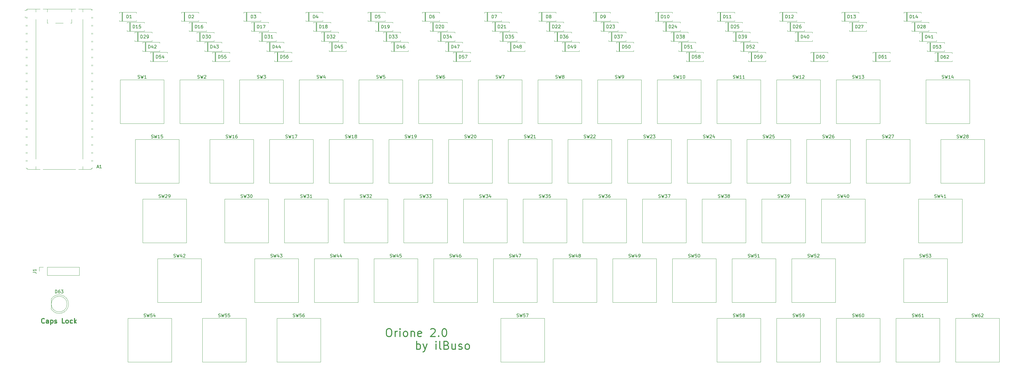
<source format=gbr>
%TF.GenerationSoftware,KiCad,Pcbnew,9.0.4*%
%TF.CreationDate,2025-10-25T14:37:41+02:00*%
%TF.ProjectId,orione-v2,6f72696f-6e65-42d7-9632-2e6b69636164,rev?*%
%TF.SameCoordinates,Original*%
%TF.FileFunction,Legend,Top*%
%TF.FilePolarity,Positive*%
%FSLAX46Y46*%
G04 Gerber Fmt 4.6, Leading zero omitted, Abs format (unit mm)*
G04 Created by KiCad (PCBNEW 9.0.4) date 2025-10-25 14:37:41*
%MOMM*%
%LPD*%
G01*
G04 APERTURE LIST*
%ADD10C,0.300000*%
%ADD11C,0.150000*%
%ADD12C,0.120000*%
G04 APERTURE END LIST*
D10*
X56278684Y-177427971D02*
X56207256Y-177499400D01*
X56207256Y-177499400D02*
X55992970Y-177570828D01*
X55992970Y-177570828D02*
X55850113Y-177570828D01*
X55850113Y-177570828D02*
X55635827Y-177499400D01*
X55635827Y-177499400D02*
X55492970Y-177356542D01*
X55492970Y-177356542D02*
X55421541Y-177213685D01*
X55421541Y-177213685D02*
X55350113Y-176927971D01*
X55350113Y-176927971D02*
X55350113Y-176713685D01*
X55350113Y-176713685D02*
X55421541Y-176427971D01*
X55421541Y-176427971D02*
X55492970Y-176285114D01*
X55492970Y-176285114D02*
X55635827Y-176142257D01*
X55635827Y-176142257D02*
X55850113Y-176070828D01*
X55850113Y-176070828D02*
X55992970Y-176070828D01*
X55992970Y-176070828D02*
X56207256Y-176142257D01*
X56207256Y-176142257D02*
X56278684Y-176213685D01*
X57564399Y-177570828D02*
X57564399Y-176785114D01*
X57564399Y-176785114D02*
X57492970Y-176642257D01*
X57492970Y-176642257D02*
X57350113Y-176570828D01*
X57350113Y-176570828D02*
X57064399Y-176570828D01*
X57064399Y-176570828D02*
X56921541Y-176642257D01*
X57564399Y-177499400D02*
X57421541Y-177570828D01*
X57421541Y-177570828D02*
X57064399Y-177570828D01*
X57064399Y-177570828D02*
X56921541Y-177499400D01*
X56921541Y-177499400D02*
X56850113Y-177356542D01*
X56850113Y-177356542D02*
X56850113Y-177213685D01*
X56850113Y-177213685D02*
X56921541Y-177070828D01*
X56921541Y-177070828D02*
X57064399Y-176999400D01*
X57064399Y-176999400D02*
X57421541Y-176999400D01*
X57421541Y-176999400D02*
X57564399Y-176927971D01*
X58278684Y-176570828D02*
X58278684Y-178070828D01*
X58278684Y-176642257D02*
X58421542Y-176570828D01*
X58421542Y-176570828D02*
X58707256Y-176570828D01*
X58707256Y-176570828D02*
X58850113Y-176642257D01*
X58850113Y-176642257D02*
X58921542Y-176713685D01*
X58921542Y-176713685D02*
X58992970Y-176856542D01*
X58992970Y-176856542D02*
X58992970Y-177285114D01*
X58992970Y-177285114D02*
X58921542Y-177427971D01*
X58921542Y-177427971D02*
X58850113Y-177499400D01*
X58850113Y-177499400D02*
X58707256Y-177570828D01*
X58707256Y-177570828D02*
X58421542Y-177570828D01*
X58421542Y-177570828D02*
X58278684Y-177499400D01*
X59564399Y-177499400D02*
X59707256Y-177570828D01*
X59707256Y-177570828D02*
X59992970Y-177570828D01*
X59992970Y-177570828D02*
X60135827Y-177499400D01*
X60135827Y-177499400D02*
X60207256Y-177356542D01*
X60207256Y-177356542D02*
X60207256Y-177285114D01*
X60207256Y-177285114D02*
X60135827Y-177142257D01*
X60135827Y-177142257D02*
X59992970Y-177070828D01*
X59992970Y-177070828D02*
X59778685Y-177070828D01*
X59778685Y-177070828D02*
X59635827Y-176999400D01*
X59635827Y-176999400D02*
X59564399Y-176856542D01*
X59564399Y-176856542D02*
X59564399Y-176785114D01*
X59564399Y-176785114D02*
X59635827Y-176642257D01*
X59635827Y-176642257D02*
X59778685Y-176570828D01*
X59778685Y-176570828D02*
X59992970Y-176570828D01*
X59992970Y-176570828D02*
X60135827Y-176642257D01*
X62707256Y-177570828D02*
X61992970Y-177570828D01*
X61992970Y-177570828D02*
X61992970Y-176070828D01*
X63421542Y-177570828D02*
X63278685Y-177499400D01*
X63278685Y-177499400D02*
X63207256Y-177427971D01*
X63207256Y-177427971D02*
X63135828Y-177285114D01*
X63135828Y-177285114D02*
X63135828Y-176856542D01*
X63135828Y-176856542D02*
X63207256Y-176713685D01*
X63207256Y-176713685D02*
X63278685Y-176642257D01*
X63278685Y-176642257D02*
X63421542Y-176570828D01*
X63421542Y-176570828D02*
X63635828Y-176570828D01*
X63635828Y-176570828D02*
X63778685Y-176642257D01*
X63778685Y-176642257D02*
X63850114Y-176713685D01*
X63850114Y-176713685D02*
X63921542Y-176856542D01*
X63921542Y-176856542D02*
X63921542Y-177285114D01*
X63921542Y-177285114D02*
X63850114Y-177427971D01*
X63850114Y-177427971D02*
X63778685Y-177499400D01*
X63778685Y-177499400D02*
X63635828Y-177570828D01*
X63635828Y-177570828D02*
X63421542Y-177570828D01*
X65207257Y-177499400D02*
X65064399Y-177570828D01*
X65064399Y-177570828D02*
X64778685Y-177570828D01*
X64778685Y-177570828D02*
X64635828Y-177499400D01*
X64635828Y-177499400D02*
X64564399Y-177427971D01*
X64564399Y-177427971D02*
X64492971Y-177285114D01*
X64492971Y-177285114D02*
X64492971Y-176856542D01*
X64492971Y-176856542D02*
X64564399Y-176713685D01*
X64564399Y-176713685D02*
X64635828Y-176642257D01*
X64635828Y-176642257D02*
X64778685Y-176570828D01*
X64778685Y-176570828D02*
X65064399Y-176570828D01*
X65064399Y-176570828D02*
X65207257Y-176642257D01*
X65850113Y-177570828D02*
X65850113Y-176070828D01*
X65992971Y-176999400D02*
X66421542Y-177570828D01*
X66421542Y-176570828D02*
X65850113Y-177142257D01*
X166053439Y-179319294D02*
X166537248Y-179319294D01*
X166537248Y-179319294D02*
X166779153Y-179440246D01*
X166779153Y-179440246D02*
X167021058Y-179682151D01*
X167021058Y-179682151D02*
X167142010Y-180165961D01*
X167142010Y-180165961D02*
X167142010Y-181012627D01*
X167142010Y-181012627D02*
X167021058Y-181496437D01*
X167021058Y-181496437D02*
X166779153Y-181738342D01*
X166779153Y-181738342D02*
X166537248Y-181859294D01*
X166537248Y-181859294D02*
X166053439Y-181859294D01*
X166053439Y-181859294D02*
X165811534Y-181738342D01*
X165811534Y-181738342D02*
X165569629Y-181496437D01*
X165569629Y-181496437D02*
X165448677Y-181012627D01*
X165448677Y-181012627D02*
X165448677Y-180165961D01*
X165448677Y-180165961D02*
X165569629Y-179682151D01*
X165569629Y-179682151D02*
X165811534Y-179440246D01*
X165811534Y-179440246D02*
X166053439Y-179319294D01*
X168230581Y-181859294D02*
X168230581Y-180165961D01*
X168230581Y-180649770D02*
X168351534Y-180407865D01*
X168351534Y-180407865D02*
X168472486Y-180286913D01*
X168472486Y-180286913D02*
X168714391Y-180165961D01*
X168714391Y-180165961D02*
X168956296Y-180165961D01*
X169802962Y-181859294D02*
X169802962Y-180165961D01*
X169802962Y-179319294D02*
X169682010Y-179440246D01*
X169682010Y-179440246D02*
X169802962Y-179561199D01*
X169802962Y-179561199D02*
X169923915Y-179440246D01*
X169923915Y-179440246D02*
X169802962Y-179319294D01*
X169802962Y-179319294D02*
X169802962Y-179561199D01*
X171375344Y-181859294D02*
X171133439Y-181738342D01*
X171133439Y-181738342D02*
X171012486Y-181617389D01*
X171012486Y-181617389D02*
X170891534Y-181375484D01*
X170891534Y-181375484D02*
X170891534Y-180649770D01*
X170891534Y-180649770D02*
X171012486Y-180407865D01*
X171012486Y-180407865D02*
X171133439Y-180286913D01*
X171133439Y-180286913D02*
X171375344Y-180165961D01*
X171375344Y-180165961D02*
X171738201Y-180165961D01*
X171738201Y-180165961D02*
X171980105Y-180286913D01*
X171980105Y-180286913D02*
X172101058Y-180407865D01*
X172101058Y-180407865D02*
X172222010Y-180649770D01*
X172222010Y-180649770D02*
X172222010Y-181375484D01*
X172222010Y-181375484D02*
X172101058Y-181617389D01*
X172101058Y-181617389D02*
X171980105Y-181738342D01*
X171980105Y-181738342D02*
X171738201Y-181859294D01*
X171738201Y-181859294D02*
X171375344Y-181859294D01*
X173310581Y-180165961D02*
X173310581Y-181859294D01*
X173310581Y-180407865D02*
X173431534Y-180286913D01*
X173431534Y-180286913D02*
X173673439Y-180165961D01*
X173673439Y-180165961D02*
X174036296Y-180165961D01*
X174036296Y-180165961D02*
X174278200Y-180286913D01*
X174278200Y-180286913D02*
X174399153Y-180528818D01*
X174399153Y-180528818D02*
X174399153Y-181859294D01*
X176576295Y-181738342D02*
X176334391Y-181859294D01*
X176334391Y-181859294D02*
X175850581Y-181859294D01*
X175850581Y-181859294D02*
X175608676Y-181738342D01*
X175608676Y-181738342D02*
X175487724Y-181496437D01*
X175487724Y-181496437D02*
X175487724Y-180528818D01*
X175487724Y-180528818D02*
X175608676Y-180286913D01*
X175608676Y-180286913D02*
X175850581Y-180165961D01*
X175850581Y-180165961D02*
X176334391Y-180165961D01*
X176334391Y-180165961D02*
X176576295Y-180286913D01*
X176576295Y-180286913D02*
X176697248Y-180528818D01*
X176697248Y-180528818D02*
X176697248Y-180770722D01*
X176697248Y-180770722D02*
X175487724Y-181012627D01*
X179600105Y-179561199D02*
X179721057Y-179440246D01*
X179721057Y-179440246D02*
X179962962Y-179319294D01*
X179962962Y-179319294D02*
X180567724Y-179319294D01*
X180567724Y-179319294D02*
X180809629Y-179440246D01*
X180809629Y-179440246D02*
X180930581Y-179561199D01*
X180930581Y-179561199D02*
X181051534Y-179803103D01*
X181051534Y-179803103D02*
X181051534Y-180045008D01*
X181051534Y-180045008D02*
X180930581Y-180407865D01*
X180930581Y-180407865D02*
X179479153Y-181859294D01*
X179479153Y-181859294D02*
X181051534Y-181859294D01*
X182140105Y-181617389D02*
X182261058Y-181738342D01*
X182261058Y-181738342D02*
X182140105Y-181859294D01*
X182140105Y-181859294D02*
X182019153Y-181738342D01*
X182019153Y-181738342D02*
X182140105Y-181617389D01*
X182140105Y-181617389D02*
X182140105Y-181859294D01*
X183833439Y-179319294D02*
X184075344Y-179319294D01*
X184075344Y-179319294D02*
X184317248Y-179440246D01*
X184317248Y-179440246D02*
X184438201Y-179561199D01*
X184438201Y-179561199D02*
X184559153Y-179803103D01*
X184559153Y-179803103D02*
X184680106Y-180286913D01*
X184680106Y-180286913D02*
X184680106Y-180891675D01*
X184680106Y-180891675D02*
X184559153Y-181375484D01*
X184559153Y-181375484D02*
X184438201Y-181617389D01*
X184438201Y-181617389D02*
X184317248Y-181738342D01*
X184317248Y-181738342D02*
X184075344Y-181859294D01*
X184075344Y-181859294D02*
X183833439Y-181859294D01*
X183833439Y-181859294D02*
X183591534Y-181738342D01*
X183591534Y-181738342D02*
X183470582Y-181617389D01*
X183470582Y-181617389D02*
X183349629Y-181375484D01*
X183349629Y-181375484D02*
X183228677Y-180891675D01*
X183228677Y-180891675D02*
X183228677Y-180286913D01*
X183228677Y-180286913D02*
X183349629Y-179803103D01*
X183349629Y-179803103D02*
X183470582Y-179561199D01*
X183470582Y-179561199D02*
X183591534Y-179440246D01*
X183591534Y-179440246D02*
X183833439Y-179319294D01*
X175124867Y-185948552D02*
X175124867Y-183408552D01*
X175124867Y-184376171D02*
X175366772Y-184255219D01*
X175366772Y-184255219D02*
X175850582Y-184255219D01*
X175850582Y-184255219D02*
X176092486Y-184376171D01*
X176092486Y-184376171D02*
X176213439Y-184497123D01*
X176213439Y-184497123D02*
X176334391Y-184739028D01*
X176334391Y-184739028D02*
X176334391Y-185464742D01*
X176334391Y-185464742D02*
X176213439Y-185706647D01*
X176213439Y-185706647D02*
X176092486Y-185827600D01*
X176092486Y-185827600D02*
X175850582Y-185948552D01*
X175850582Y-185948552D02*
X175366772Y-185948552D01*
X175366772Y-185948552D02*
X175124867Y-185827600D01*
X177181058Y-184255219D02*
X177785820Y-185948552D01*
X178390581Y-184255219D02*
X177785820Y-185948552D01*
X177785820Y-185948552D02*
X177543915Y-186553314D01*
X177543915Y-186553314D02*
X177422962Y-186674266D01*
X177422962Y-186674266D02*
X177181058Y-186795219D01*
X181293438Y-185948552D02*
X181293438Y-184255219D01*
X181293438Y-183408552D02*
X181172486Y-183529504D01*
X181172486Y-183529504D02*
X181293438Y-183650457D01*
X181293438Y-183650457D02*
X181414391Y-183529504D01*
X181414391Y-183529504D02*
X181293438Y-183408552D01*
X181293438Y-183408552D02*
X181293438Y-183650457D01*
X182865820Y-185948552D02*
X182623915Y-185827600D01*
X182623915Y-185827600D02*
X182502962Y-185585695D01*
X182502962Y-185585695D02*
X182502962Y-183408552D01*
X184680105Y-184618076D02*
X185042962Y-184739028D01*
X185042962Y-184739028D02*
X185163915Y-184859980D01*
X185163915Y-184859980D02*
X185284867Y-185101885D01*
X185284867Y-185101885D02*
X185284867Y-185464742D01*
X185284867Y-185464742D02*
X185163915Y-185706647D01*
X185163915Y-185706647D02*
X185042962Y-185827600D01*
X185042962Y-185827600D02*
X184801057Y-185948552D01*
X184801057Y-185948552D02*
X183833438Y-185948552D01*
X183833438Y-185948552D02*
X183833438Y-183408552D01*
X183833438Y-183408552D02*
X184680105Y-183408552D01*
X184680105Y-183408552D02*
X184922010Y-183529504D01*
X184922010Y-183529504D02*
X185042962Y-183650457D01*
X185042962Y-183650457D02*
X185163915Y-183892361D01*
X185163915Y-183892361D02*
X185163915Y-184134266D01*
X185163915Y-184134266D02*
X185042962Y-184376171D01*
X185042962Y-184376171D02*
X184922010Y-184497123D01*
X184922010Y-184497123D02*
X184680105Y-184618076D01*
X184680105Y-184618076D02*
X183833438Y-184618076D01*
X187462010Y-184255219D02*
X187462010Y-185948552D01*
X186373438Y-184255219D02*
X186373438Y-185585695D01*
X186373438Y-185585695D02*
X186494391Y-185827600D01*
X186494391Y-185827600D02*
X186736296Y-185948552D01*
X186736296Y-185948552D02*
X187099153Y-185948552D01*
X187099153Y-185948552D02*
X187341057Y-185827600D01*
X187341057Y-185827600D02*
X187462010Y-185706647D01*
X188550581Y-185827600D02*
X188792486Y-185948552D01*
X188792486Y-185948552D02*
X189276295Y-185948552D01*
X189276295Y-185948552D02*
X189518200Y-185827600D01*
X189518200Y-185827600D02*
X189639152Y-185585695D01*
X189639152Y-185585695D02*
X189639152Y-185464742D01*
X189639152Y-185464742D02*
X189518200Y-185222838D01*
X189518200Y-185222838D02*
X189276295Y-185101885D01*
X189276295Y-185101885D02*
X188913438Y-185101885D01*
X188913438Y-185101885D02*
X188671533Y-184980933D01*
X188671533Y-184980933D02*
X188550581Y-184739028D01*
X188550581Y-184739028D02*
X188550581Y-184618076D01*
X188550581Y-184618076D02*
X188671533Y-184376171D01*
X188671533Y-184376171D02*
X188913438Y-184255219D01*
X188913438Y-184255219D02*
X189276295Y-184255219D01*
X189276295Y-184255219D02*
X189518200Y-184376171D01*
X191090581Y-185948552D02*
X190848676Y-185827600D01*
X190848676Y-185827600D02*
X190727723Y-185706647D01*
X190727723Y-185706647D02*
X190606771Y-185464742D01*
X190606771Y-185464742D02*
X190606771Y-184739028D01*
X190606771Y-184739028D02*
X190727723Y-184497123D01*
X190727723Y-184497123D02*
X190848676Y-184376171D01*
X190848676Y-184376171D02*
X191090581Y-184255219D01*
X191090581Y-184255219D02*
X191453438Y-184255219D01*
X191453438Y-184255219D02*
X191695342Y-184376171D01*
X191695342Y-184376171D02*
X191816295Y-184497123D01*
X191816295Y-184497123D02*
X191937247Y-184739028D01*
X191937247Y-184739028D02*
X191937247Y-185464742D01*
X191937247Y-185464742D02*
X191816295Y-185706647D01*
X191816295Y-185706647D02*
X191695342Y-185827600D01*
X191695342Y-185827600D02*
X191453438Y-185948552D01*
X191453438Y-185948552D02*
X191090581Y-185948552D01*
D11*
X199129405Y-80117319D02*
X199129405Y-79117319D01*
X199129405Y-79117319D02*
X199367500Y-79117319D01*
X199367500Y-79117319D02*
X199510357Y-79164938D01*
X199510357Y-79164938D02*
X199605595Y-79260176D01*
X199605595Y-79260176D02*
X199653214Y-79355414D01*
X199653214Y-79355414D02*
X199700833Y-79545890D01*
X199700833Y-79545890D02*
X199700833Y-79688747D01*
X199700833Y-79688747D02*
X199653214Y-79879223D01*
X199653214Y-79879223D02*
X199605595Y-79974461D01*
X199605595Y-79974461D02*
X199510357Y-80069700D01*
X199510357Y-80069700D02*
X199367500Y-80117319D01*
X199367500Y-80117319D02*
X199129405Y-80117319D01*
X200034167Y-79117319D02*
X200700833Y-79117319D01*
X200700833Y-79117319D02*
X200272262Y-80117319D01*
X258173214Y-86524819D02*
X258173214Y-85524819D01*
X258173214Y-85524819D02*
X258411309Y-85524819D01*
X258411309Y-85524819D02*
X258554166Y-85572438D01*
X258554166Y-85572438D02*
X258649404Y-85667676D01*
X258649404Y-85667676D02*
X258697023Y-85762914D01*
X258697023Y-85762914D02*
X258744642Y-85953390D01*
X258744642Y-85953390D02*
X258744642Y-86096247D01*
X258744642Y-86096247D02*
X258697023Y-86286723D01*
X258697023Y-86286723D02*
X258649404Y-86381961D01*
X258649404Y-86381961D02*
X258554166Y-86477200D01*
X258554166Y-86477200D02*
X258411309Y-86524819D01*
X258411309Y-86524819D02*
X258173214Y-86524819D01*
X259077976Y-85524819D02*
X259697023Y-85524819D01*
X259697023Y-85524819D02*
X259363690Y-85905771D01*
X259363690Y-85905771D02*
X259506547Y-85905771D01*
X259506547Y-85905771D02*
X259601785Y-85953390D01*
X259601785Y-85953390D02*
X259649404Y-86001009D01*
X259649404Y-86001009D02*
X259697023Y-86096247D01*
X259697023Y-86096247D02*
X259697023Y-86334342D01*
X259697023Y-86334342D02*
X259649404Y-86429580D01*
X259649404Y-86429580D02*
X259601785Y-86477200D01*
X259601785Y-86477200D02*
X259506547Y-86524819D01*
X259506547Y-86524819D02*
X259220833Y-86524819D01*
X259220833Y-86524819D02*
X259125595Y-86477200D01*
X259125595Y-86477200D02*
X259077976Y-86429580D01*
X260268452Y-85953390D02*
X260173214Y-85905771D01*
X260173214Y-85905771D02*
X260125595Y-85858152D01*
X260125595Y-85858152D02*
X260077976Y-85762914D01*
X260077976Y-85762914D02*
X260077976Y-85715295D01*
X260077976Y-85715295D02*
X260125595Y-85620057D01*
X260125595Y-85620057D02*
X260173214Y-85572438D01*
X260173214Y-85572438D02*
X260268452Y-85524819D01*
X260268452Y-85524819D02*
X260458928Y-85524819D01*
X260458928Y-85524819D02*
X260554166Y-85572438D01*
X260554166Y-85572438D02*
X260601785Y-85620057D01*
X260601785Y-85620057D02*
X260649404Y-85715295D01*
X260649404Y-85715295D02*
X260649404Y-85762914D01*
X260649404Y-85762914D02*
X260601785Y-85858152D01*
X260601785Y-85858152D02*
X260554166Y-85905771D01*
X260554166Y-85905771D02*
X260458928Y-85953390D01*
X260458928Y-85953390D02*
X260268452Y-85953390D01*
X260268452Y-85953390D02*
X260173214Y-86001009D01*
X260173214Y-86001009D02*
X260125595Y-86048628D01*
X260125595Y-86048628D02*
X260077976Y-86143866D01*
X260077976Y-86143866D02*
X260077976Y-86334342D01*
X260077976Y-86334342D02*
X260125595Y-86429580D01*
X260125595Y-86429580D02*
X260173214Y-86477200D01*
X260173214Y-86477200D02*
X260268452Y-86524819D01*
X260268452Y-86524819D02*
X260458928Y-86524819D01*
X260458928Y-86524819D02*
X260554166Y-86477200D01*
X260554166Y-86477200D02*
X260601785Y-86429580D01*
X260601785Y-86429580D02*
X260649404Y-86334342D01*
X260649404Y-86334342D02*
X260649404Y-86143866D01*
X260649404Y-86143866D02*
X260601785Y-86048628D01*
X260601785Y-86048628D02*
X260554166Y-86001009D01*
X260554166Y-86001009D02*
X260458928Y-85953390D01*
X240795714Y-89734819D02*
X240795714Y-88734819D01*
X240795714Y-88734819D02*
X241033809Y-88734819D01*
X241033809Y-88734819D02*
X241176666Y-88782438D01*
X241176666Y-88782438D02*
X241271904Y-88877676D01*
X241271904Y-88877676D02*
X241319523Y-88972914D01*
X241319523Y-88972914D02*
X241367142Y-89163390D01*
X241367142Y-89163390D02*
X241367142Y-89306247D01*
X241367142Y-89306247D02*
X241319523Y-89496723D01*
X241319523Y-89496723D02*
X241271904Y-89591961D01*
X241271904Y-89591961D02*
X241176666Y-89687200D01*
X241176666Y-89687200D02*
X241033809Y-89734819D01*
X241033809Y-89734819D02*
X240795714Y-89734819D01*
X242271904Y-88734819D02*
X241795714Y-88734819D01*
X241795714Y-88734819D02*
X241748095Y-89211009D01*
X241748095Y-89211009D02*
X241795714Y-89163390D01*
X241795714Y-89163390D02*
X241890952Y-89115771D01*
X241890952Y-89115771D02*
X242129047Y-89115771D01*
X242129047Y-89115771D02*
X242224285Y-89163390D01*
X242224285Y-89163390D02*
X242271904Y-89211009D01*
X242271904Y-89211009D02*
X242319523Y-89306247D01*
X242319523Y-89306247D02*
X242319523Y-89544342D01*
X242319523Y-89544342D02*
X242271904Y-89639580D01*
X242271904Y-89639580D02*
X242224285Y-89687200D01*
X242224285Y-89687200D02*
X242129047Y-89734819D01*
X242129047Y-89734819D02*
X241890952Y-89734819D01*
X241890952Y-89734819D02*
X241795714Y-89687200D01*
X241795714Y-89687200D02*
X241748095Y-89639580D01*
X242938571Y-88734819D02*
X243033809Y-88734819D01*
X243033809Y-88734819D02*
X243129047Y-88782438D01*
X243129047Y-88782438D02*
X243176666Y-88830057D01*
X243176666Y-88830057D02*
X243224285Y-88925295D01*
X243224285Y-88925295D02*
X243271904Y-89115771D01*
X243271904Y-89115771D02*
X243271904Y-89353866D01*
X243271904Y-89353866D02*
X243224285Y-89544342D01*
X243224285Y-89544342D02*
X243176666Y-89639580D01*
X243176666Y-89639580D02*
X243129047Y-89687200D01*
X243129047Y-89687200D02*
X243033809Y-89734819D01*
X243033809Y-89734819D02*
X242938571Y-89734819D01*
X242938571Y-89734819D02*
X242843333Y-89687200D01*
X242843333Y-89687200D02*
X242795714Y-89639580D01*
X242795714Y-89639580D02*
X242748095Y-89544342D01*
X242748095Y-89544342D02*
X242700476Y-89353866D01*
X242700476Y-89353866D02*
X242700476Y-89115771D01*
X242700476Y-89115771D02*
X242748095Y-88925295D01*
X242748095Y-88925295D02*
X242795714Y-88830057D01*
X242795714Y-88830057D02*
X242843333Y-88782438D01*
X242843333Y-88782438D02*
X242938571Y-88734819D01*
X111835714Y-92934819D02*
X111835714Y-91934819D01*
X111835714Y-91934819D02*
X112073809Y-91934819D01*
X112073809Y-91934819D02*
X112216666Y-91982438D01*
X112216666Y-91982438D02*
X112311904Y-92077676D01*
X112311904Y-92077676D02*
X112359523Y-92172914D01*
X112359523Y-92172914D02*
X112407142Y-92363390D01*
X112407142Y-92363390D02*
X112407142Y-92506247D01*
X112407142Y-92506247D02*
X112359523Y-92696723D01*
X112359523Y-92696723D02*
X112311904Y-92791961D01*
X112311904Y-92791961D02*
X112216666Y-92887200D01*
X112216666Y-92887200D02*
X112073809Y-92934819D01*
X112073809Y-92934819D02*
X111835714Y-92934819D01*
X113311904Y-91934819D02*
X112835714Y-91934819D01*
X112835714Y-91934819D02*
X112788095Y-92411009D01*
X112788095Y-92411009D02*
X112835714Y-92363390D01*
X112835714Y-92363390D02*
X112930952Y-92315771D01*
X112930952Y-92315771D02*
X113169047Y-92315771D01*
X113169047Y-92315771D02*
X113264285Y-92363390D01*
X113264285Y-92363390D02*
X113311904Y-92411009D01*
X113311904Y-92411009D02*
X113359523Y-92506247D01*
X113359523Y-92506247D02*
X113359523Y-92744342D01*
X113359523Y-92744342D02*
X113311904Y-92839580D01*
X113311904Y-92839580D02*
X113264285Y-92887200D01*
X113264285Y-92887200D02*
X113169047Y-92934819D01*
X113169047Y-92934819D02*
X112930952Y-92934819D01*
X112930952Y-92934819D02*
X112835714Y-92887200D01*
X112835714Y-92887200D02*
X112788095Y-92839580D01*
X114264285Y-91934819D02*
X113788095Y-91934819D01*
X113788095Y-91934819D02*
X113740476Y-92411009D01*
X113740476Y-92411009D02*
X113788095Y-92363390D01*
X113788095Y-92363390D02*
X113883333Y-92315771D01*
X113883333Y-92315771D02*
X114121428Y-92315771D01*
X114121428Y-92315771D02*
X114216666Y-92363390D01*
X114216666Y-92363390D02*
X114264285Y-92411009D01*
X114264285Y-92411009D02*
X114311904Y-92506247D01*
X114311904Y-92506247D02*
X114311904Y-92744342D01*
X114311904Y-92744342D02*
X114264285Y-92839580D01*
X114264285Y-92839580D02*
X114216666Y-92887200D01*
X114216666Y-92887200D02*
X114121428Y-92934819D01*
X114121428Y-92934819D02*
X113883333Y-92934819D01*
X113883333Y-92934819D02*
X113788095Y-92887200D01*
X113788095Y-92887200D02*
X113740476Y-92839580D01*
X273053214Y-80117319D02*
X273053214Y-79117319D01*
X273053214Y-79117319D02*
X273291309Y-79117319D01*
X273291309Y-79117319D02*
X273434166Y-79164938D01*
X273434166Y-79164938D02*
X273529404Y-79260176D01*
X273529404Y-79260176D02*
X273577023Y-79355414D01*
X273577023Y-79355414D02*
X273624642Y-79545890D01*
X273624642Y-79545890D02*
X273624642Y-79688747D01*
X273624642Y-79688747D02*
X273577023Y-79879223D01*
X273577023Y-79879223D02*
X273529404Y-79974461D01*
X273529404Y-79974461D02*
X273434166Y-80069700D01*
X273434166Y-80069700D02*
X273291309Y-80117319D01*
X273291309Y-80117319D02*
X273053214Y-80117319D01*
X274577023Y-80117319D02*
X274005595Y-80117319D01*
X274291309Y-80117319D02*
X274291309Y-79117319D01*
X274291309Y-79117319D02*
X274196071Y-79260176D01*
X274196071Y-79260176D02*
X274100833Y-79355414D01*
X274100833Y-79355414D02*
X274005595Y-79403033D01*
X275529404Y-80117319D02*
X274957976Y-80117319D01*
X275243690Y-80117319D02*
X275243690Y-79117319D01*
X275243690Y-79117319D02*
X275148452Y-79260176D01*
X275148452Y-79260176D02*
X275053214Y-79355414D01*
X275053214Y-79355414D02*
X274957976Y-79403033D01*
X102409405Y-80117319D02*
X102409405Y-79117319D01*
X102409405Y-79117319D02*
X102647500Y-79117319D01*
X102647500Y-79117319D02*
X102790357Y-79164938D01*
X102790357Y-79164938D02*
X102885595Y-79260176D01*
X102885595Y-79260176D02*
X102933214Y-79355414D01*
X102933214Y-79355414D02*
X102980833Y-79545890D01*
X102980833Y-79545890D02*
X102980833Y-79688747D01*
X102980833Y-79688747D02*
X102933214Y-79879223D01*
X102933214Y-79879223D02*
X102885595Y-79974461D01*
X102885595Y-79974461D02*
X102790357Y-80069700D01*
X102790357Y-80069700D02*
X102647500Y-80117319D01*
X102647500Y-80117319D02*
X102409405Y-80117319D01*
X103361786Y-79212557D02*
X103409405Y-79164938D01*
X103409405Y-79164938D02*
X103504643Y-79117319D01*
X103504643Y-79117319D02*
X103742738Y-79117319D01*
X103742738Y-79117319D02*
X103837976Y-79164938D01*
X103837976Y-79164938D02*
X103885595Y-79212557D01*
X103885595Y-79212557D02*
X103933214Y-79307795D01*
X103933214Y-79307795D02*
X103933214Y-79403033D01*
X103933214Y-79403033D02*
X103885595Y-79545890D01*
X103885595Y-79545890D02*
X103314167Y-80117319D01*
X103314167Y-80117319D02*
X103933214Y-80117319D01*
X235835714Y-83314819D02*
X235835714Y-82314819D01*
X235835714Y-82314819D02*
X236073809Y-82314819D01*
X236073809Y-82314819D02*
X236216666Y-82362438D01*
X236216666Y-82362438D02*
X236311904Y-82457676D01*
X236311904Y-82457676D02*
X236359523Y-82552914D01*
X236359523Y-82552914D02*
X236407142Y-82743390D01*
X236407142Y-82743390D02*
X236407142Y-82886247D01*
X236407142Y-82886247D02*
X236359523Y-83076723D01*
X236359523Y-83076723D02*
X236311904Y-83171961D01*
X236311904Y-83171961D02*
X236216666Y-83267200D01*
X236216666Y-83267200D02*
X236073809Y-83314819D01*
X236073809Y-83314819D02*
X235835714Y-83314819D01*
X236788095Y-82410057D02*
X236835714Y-82362438D01*
X236835714Y-82362438D02*
X236930952Y-82314819D01*
X236930952Y-82314819D02*
X237169047Y-82314819D01*
X237169047Y-82314819D02*
X237264285Y-82362438D01*
X237264285Y-82362438D02*
X237311904Y-82410057D01*
X237311904Y-82410057D02*
X237359523Y-82505295D01*
X237359523Y-82505295D02*
X237359523Y-82600533D01*
X237359523Y-82600533D02*
X237311904Y-82743390D01*
X237311904Y-82743390D02*
X236740476Y-83314819D01*
X236740476Y-83314819D02*
X237359523Y-83314819D01*
X237692857Y-82314819D02*
X238311904Y-82314819D01*
X238311904Y-82314819D02*
X237978571Y-82695771D01*
X237978571Y-82695771D02*
X238121428Y-82695771D01*
X238121428Y-82695771D02*
X238216666Y-82743390D01*
X238216666Y-82743390D02*
X238264285Y-82791009D01*
X238264285Y-82791009D02*
X238311904Y-82886247D01*
X238311904Y-82886247D02*
X238311904Y-83124342D01*
X238311904Y-83124342D02*
X238264285Y-83219580D01*
X238264285Y-83219580D02*
X238216666Y-83267200D01*
X238216666Y-83267200D02*
X238121428Y-83314819D01*
X238121428Y-83314819D02*
X237835714Y-83314819D01*
X237835714Y-83314819D02*
X237740476Y-83267200D01*
X237740476Y-83267200D02*
X237692857Y-83219580D01*
X84573214Y-83317319D02*
X84573214Y-82317319D01*
X84573214Y-82317319D02*
X84811309Y-82317319D01*
X84811309Y-82317319D02*
X84954166Y-82364938D01*
X84954166Y-82364938D02*
X85049404Y-82460176D01*
X85049404Y-82460176D02*
X85097023Y-82555414D01*
X85097023Y-82555414D02*
X85144642Y-82745890D01*
X85144642Y-82745890D02*
X85144642Y-82888747D01*
X85144642Y-82888747D02*
X85097023Y-83079223D01*
X85097023Y-83079223D02*
X85049404Y-83174461D01*
X85049404Y-83174461D02*
X84954166Y-83269700D01*
X84954166Y-83269700D02*
X84811309Y-83317319D01*
X84811309Y-83317319D02*
X84573214Y-83317319D01*
X86097023Y-83317319D02*
X85525595Y-83317319D01*
X85811309Y-83317319D02*
X85811309Y-82317319D01*
X85811309Y-82317319D02*
X85716071Y-82460176D01*
X85716071Y-82460176D02*
X85620833Y-82555414D01*
X85620833Y-82555414D02*
X85525595Y-82603033D01*
X87001785Y-82317319D02*
X86525595Y-82317319D01*
X86525595Y-82317319D02*
X86477976Y-82793509D01*
X86477976Y-82793509D02*
X86525595Y-82745890D01*
X86525595Y-82745890D02*
X86620833Y-82698271D01*
X86620833Y-82698271D02*
X86858928Y-82698271D01*
X86858928Y-82698271D02*
X86954166Y-82745890D01*
X86954166Y-82745890D02*
X87001785Y-82793509D01*
X87001785Y-82793509D02*
X87049404Y-82888747D01*
X87049404Y-82888747D02*
X87049404Y-83126842D01*
X87049404Y-83126842D02*
X87001785Y-83222080D01*
X87001785Y-83222080D02*
X86954166Y-83269700D01*
X86954166Y-83269700D02*
X86858928Y-83317319D01*
X86858928Y-83317319D02*
X86620833Y-83317319D01*
X86620833Y-83317319D02*
X86525595Y-83269700D01*
X86525595Y-83269700D02*
X86477976Y-83222080D01*
X88044226Y-175520700D02*
X88187083Y-175568319D01*
X88187083Y-175568319D02*
X88425178Y-175568319D01*
X88425178Y-175568319D02*
X88520416Y-175520700D01*
X88520416Y-175520700D02*
X88568035Y-175473080D01*
X88568035Y-175473080D02*
X88615654Y-175377842D01*
X88615654Y-175377842D02*
X88615654Y-175282604D01*
X88615654Y-175282604D02*
X88568035Y-175187366D01*
X88568035Y-175187366D02*
X88520416Y-175139747D01*
X88520416Y-175139747D02*
X88425178Y-175092128D01*
X88425178Y-175092128D02*
X88234702Y-175044509D01*
X88234702Y-175044509D02*
X88139464Y-174996890D01*
X88139464Y-174996890D02*
X88091845Y-174949271D01*
X88091845Y-174949271D02*
X88044226Y-174854033D01*
X88044226Y-174854033D02*
X88044226Y-174758795D01*
X88044226Y-174758795D02*
X88091845Y-174663557D01*
X88091845Y-174663557D02*
X88139464Y-174615938D01*
X88139464Y-174615938D02*
X88234702Y-174568319D01*
X88234702Y-174568319D02*
X88472797Y-174568319D01*
X88472797Y-174568319D02*
X88615654Y-174615938D01*
X88948988Y-174568319D02*
X89187083Y-175568319D01*
X89187083Y-175568319D02*
X89377559Y-174854033D01*
X89377559Y-174854033D02*
X89568035Y-175568319D01*
X89568035Y-175568319D02*
X89806131Y-174568319D01*
X90663273Y-174568319D02*
X90187083Y-174568319D01*
X90187083Y-174568319D02*
X90139464Y-175044509D01*
X90139464Y-175044509D02*
X90187083Y-174996890D01*
X90187083Y-174996890D02*
X90282321Y-174949271D01*
X90282321Y-174949271D02*
X90520416Y-174949271D01*
X90520416Y-174949271D02*
X90615654Y-174996890D01*
X90615654Y-174996890D02*
X90663273Y-175044509D01*
X90663273Y-175044509D02*
X90710892Y-175139747D01*
X90710892Y-175139747D02*
X90710892Y-175377842D01*
X90710892Y-175377842D02*
X90663273Y-175473080D01*
X90663273Y-175473080D02*
X90615654Y-175520700D01*
X90615654Y-175520700D02*
X90520416Y-175568319D01*
X90520416Y-175568319D02*
X90282321Y-175568319D01*
X90282321Y-175568319D02*
X90187083Y-175520700D01*
X90187083Y-175520700D02*
X90139464Y-175473080D01*
X91568035Y-174901652D02*
X91568035Y-175568319D01*
X91329940Y-174520700D02*
X91091845Y-175234985D01*
X91091845Y-175234985D02*
X91710892Y-175234985D01*
X255685714Y-83314819D02*
X255685714Y-82314819D01*
X255685714Y-82314819D02*
X255923809Y-82314819D01*
X255923809Y-82314819D02*
X256066666Y-82362438D01*
X256066666Y-82362438D02*
X256161904Y-82457676D01*
X256161904Y-82457676D02*
X256209523Y-82552914D01*
X256209523Y-82552914D02*
X256257142Y-82743390D01*
X256257142Y-82743390D02*
X256257142Y-82886247D01*
X256257142Y-82886247D02*
X256209523Y-83076723D01*
X256209523Y-83076723D02*
X256161904Y-83171961D01*
X256161904Y-83171961D02*
X256066666Y-83267200D01*
X256066666Y-83267200D02*
X255923809Y-83314819D01*
X255923809Y-83314819D02*
X255685714Y-83314819D01*
X256638095Y-82410057D02*
X256685714Y-82362438D01*
X256685714Y-82362438D02*
X256780952Y-82314819D01*
X256780952Y-82314819D02*
X257019047Y-82314819D01*
X257019047Y-82314819D02*
X257114285Y-82362438D01*
X257114285Y-82362438D02*
X257161904Y-82410057D01*
X257161904Y-82410057D02*
X257209523Y-82505295D01*
X257209523Y-82505295D02*
X257209523Y-82600533D01*
X257209523Y-82600533D02*
X257161904Y-82743390D01*
X257161904Y-82743390D02*
X256590476Y-83314819D01*
X256590476Y-83314819D02*
X257209523Y-83314819D01*
X258066666Y-82648152D02*
X258066666Y-83314819D01*
X257828571Y-82267200D02*
X257590476Y-82981485D01*
X257590476Y-82981485D02*
X258209523Y-82981485D01*
X238325714Y-86524819D02*
X238325714Y-85524819D01*
X238325714Y-85524819D02*
X238563809Y-85524819D01*
X238563809Y-85524819D02*
X238706666Y-85572438D01*
X238706666Y-85572438D02*
X238801904Y-85667676D01*
X238801904Y-85667676D02*
X238849523Y-85762914D01*
X238849523Y-85762914D02*
X238897142Y-85953390D01*
X238897142Y-85953390D02*
X238897142Y-86096247D01*
X238897142Y-86096247D02*
X238849523Y-86286723D01*
X238849523Y-86286723D02*
X238801904Y-86381961D01*
X238801904Y-86381961D02*
X238706666Y-86477200D01*
X238706666Y-86477200D02*
X238563809Y-86524819D01*
X238563809Y-86524819D02*
X238325714Y-86524819D01*
X239230476Y-85524819D02*
X239849523Y-85524819D01*
X239849523Y-85524819D02*
X239516190Y-85905771D01*
X239516190Y-85905771D02*
X239659047Y-85905771D01*
X239659047Y-85905771D02*
X239754285Y-85953390D01*
X239754285Y-85953390D02*
X239801904Y-86001009D01*
X239801904Y-86001009D02*
X239849523Y-86096247D01*
X239849523Y-86096247D02*
X239849523Y-86334342D01*
X239849523Y-86334342D02*
X239801904Y-86429580D01*
X239801904Y-86429580D02*
X239754285Y-86477200D01*
X239754285Y-86477200D02*
X239659047Y-86524819D01*
X239659047Y-86524819D02*
X239373333Y-86524819D01*
X239373333Y-86524819D02*
X239278095Y-86477200D01*
X239278095Y-86477200D02*
X239230476Y-86429580D01*
X240182857Y-85524819D02*
X240849523Y-85524819D01*
X240849523Y-85524819D02*
X240420952Y-86524819D01*
X238539167Y-99320700D02*
X238682024Y-99368319D01*
X238682024Y-99368319D02*
X238920119Y-99368319D01*
X238920119Y-99368319D02*
X239015357Y-99320700D01*
X239015357Y-99320700D02*
X239062976Y-99273080D01*
X239062976Y-99273080D02*
X239110595Y-99177842D01*
X239110595Y-99177842D02*
X239110595Y-99082604D01*
X239110595Y-99082604D02*
X239062976Y-98987366D01*
X239062976Y-98987366D02*
X239015357Y-98939747D01*
X239015357Y-98939747D02*
X238920119Y-98892128D01*
X238920119Y-98892128D02*
X238729643Y-98844509D01*
X238729643Y-98844509D02*
X238634405Y-98796890D01*
X238634405Y-98796890D02*
X238586786Y-98749271D01*
X238586786Y-98749271D02*
X238539167Y-98654033D01*
X238539167Y-98654033D02*
X238539167Y-98558795D01*
X238539167Y-98558795D02*
X238586786Y-98463557D01*
X238586786Y-98463557D02*
X238634405Y-98415938D01*
X238634405Y-98415938D02*
X238729643Y-98368319D01*
X238729643Y-98368319D02*
X238967738Y-98368319D01*
X238967738Y-98368319D02*
X239110595Y-98415938D01*
X239443929Y-98368319D02*
X239682024Y-99368319D01*
X239682024Y-99368319D02*
X239872500Y-98654033D01*
X239872500Y-98654033D02*
X240062976Y-99368319D01*
X240062976Y-99368319D02*
X240301072Y-98368319D01*
X240729643Y-99368319D02*
X240920119Y-99368319D01*
X240920119Y-99368319D02*
X241015357Y-99320700D01*
X241015357Y-99320700D02*
X241062976Y-99273080D01*
X241062976Y-99273080D02*
X241158214Y-99130223D01*
X241158214Y-99130223D02*
X241205833Y-98939747D01*
X241205833Y-98939747D02*
X241205833Y-98558795D01*
X241205833Y-98558795D02*
X241158214Y-98463557D01*
X241158214Y-98463557D02*
X241110595Y-98415938D01*
X241110595Y-98415938D02*
X241015357Y-98368319D01*
X241015357Y-98368319D02*
X240824881Y-98368319D01*
X240824881Y-98368319D02*
X240729643Y-98415938D01*
X240729643Y-98415938D02*
X240682024Y-98463557D01*
X240682024Y-98463557D02*
X240634405Y-98558795D01*
X240634405Y-98558795D02*
X240634405Y-98796890D01*
X240634405Y-98796890D02*
X240682024Y-98892128D01*
X240682024Y-98892128D02*
X240729643Y-98939747D01*
X240729643Y-98939747D02*
X240824881Y-98987366D01*
X240824881Y-98987366D02*
X241015357Y-98987366D01*
X241015357Y-98987366D02*
X241110595Y-98939747D01*
X241110595Y-98939747D02*
X241158214Y-98892128D01*
X241158214Y-98892128D02*
X241205833Y-98796890D01*
X152337976Y-118370700D02*
X152480833Y-118418319D01*
X152480833Y-118418319D02*
X152718928Y-118418319D01*
X152718928Y-118418319D02*
X152814166Y-118370700D01*
X152814166Y-118370700D02*
X152861785Y-118323080D01*
X152861785Y-118323080D02*
X152909404Y-118227842D01*
X152909404Y-118227842D02*
X152909404Y-118132604D01*
X152909404Y-118132604D02*
X152861785Y-118037366D01*
X152861785Y-118037366D02*
X152814166Y-117989747D01*
X152814166Y-117989747D02*
X152718928Y-117942128D01*
X152718928Y-117942128D02*
X152528452Y-117894509D01*
X152528452Y-117894509D02*
X152433214Y-117846890D01*
X152433214Y-117846890D02*
X152385595Y-117799271D01*
X152385595Y-117799271D02*
X152337976Y-117704033D01*
X152337976Y-117704033D02*
X152337976Y-117608795D01*
X152337976Y-117608795D02*
X152385595Y-117513557D01*
X152385595Y-117513557D02*
X152433214Y-117465938D01*
X152433214Y-117465938D02*
X152528452Y-117418319D01*
X152528452Y-117418319D02*
X152766547Y-117418319D01*
X152766547Y-117418319D02*
X152909404Y-117465938D01*
X153242738Y-117418319D02*
X153480833Y-118418319D01*
X153480833Y-118418319D02*
X153671309Y-117704033D01*
X153671309Y-117704033D02*
X153861785Y-118418319D01*
X153861785Y-118418319D02*
X154099881Y-117418319D01*
X155004642Y-118418319D02*
X154433214Y-118418319D01*
X154718928Y-118418319D02*
X154718928Y-117418319D01*
X154718928Y-117418319D02*
X154623690Y-117561176D01*
X154623690Y-117561176D02*
X154528452Y-117656414D01*
X154528452Y-117656414D02*
X154433214Y-117704033D01*
X155576071Y-117846890D02*
X155480833Y-117799271D01*
X155480833Y-117799271D02*
X155433214Y-117751652D01*
X155433214Y-117751652D02*
X155385595Y-117656414D01*
X155385595Y-117656414D02*
X155385595Y-117608795D01*
X155385595Y-117608795D02*
X155433214Y-117513557D01*
X155433214Y-117513557D02*
X155480833Y-117465938D01*
X155480833Y-117465938D02*
X155576071Y-117418319D01*
X155576071Y-117418319D02*
X155766547Y-117418319D01*
X155766547Y-117418319D02*
X155861785Y-117465938D01*
X155861785Y-117465938D02*
X155909404Y-117513557D01*
X155909404Y-117513557D02*
X155957023Y-117608795D01*
X155957023Y-117608795D02*
X155957023Y-117656414D01*
X155957023Y-117656414D02*
X155909404Y-117751652D01*
X155909404Y-117751652D02*
X155861785Y-117799271D01*
X155861785Y-117799271D02*
X155766547Y-117846890D01*
X155766547Y-117846890D02*
X155576071Y-117846890D01*
X155576071Y-117846890D02*
X155480833Y-117894509D01*
X155480833Y-117894509D02*
X155433214Y-117942128D01*
X155433214Y-117942128D02*
X155385595Y-118037366D01*
X155385595Y-118037366D02*
X155385595Y-118227842D01*
X155385595Y-118227842D02*
X155433214Y-118323080D01*
X155433214Y-118323080D02*
X155480833Y-118370700D01*
X155480833Y-118370700D02*
X155576071Y-118418319D01*
X155576071Y-118418319D02*
X155766547Y-118418319D01*
X155766547Y-118418319D02*
X155861785Y-118370700D01*
X155861785Y-118370700D02*
X155909404Y-118323080D01*
X155909404Y-118323080D02*
X155957023Y-118227842D01*
X155957023Y-118227842D02*
X155957023Y-118037366D01*
X155957023Y-118037366D02*
X155909404Y-117942128D01*
X155909404Y-117942128D02*
X155861785Y-117894509D01*
X155861785Y-117894509D02*
X155766547Y-117846890D01*
X129183214Y-89729819D02*
X129183214Y-88729819D01*
X129183214Y-88729819D02*
X129421309Y-88729819D01*
X129421309Y-88729819D02*
X129564166Y-88777438D01*
X129564166Y-88777438D02*
X129659404Y-88872676D01*
X129659404Y-88872676D02*
X129707023Y-88967914D01*
X129707023Y-88967914D02*
X129754642Y-89158390D01*
X129754642Y-89158390D02*
X129754642Y-89301247D01*
X129754642Y-89301247D02*
X129707023Y-89491723D01*
X129707023Y-89491723D02*
X129659404Y-89586961D01*
X129659404Y-89586961D02*
X129564166Y-89682200D01*
X129564166Y-89682200D02*
X129421309Y-89729819D01*
X129421309Y-89729819D02*
X129183214Y-89729819D01*
X130611785Y-89063152D02*
X130611785Y-89729819D01*
X130373690Y-88682200D02*
X130135595Y-89396485D01*
X130135595Y-89396485D02*
X130754642Y-89396485D01*
X131564166Y-89063152D02*
X131564166Y-89729819D01*
X131326071Y-88682200D02*
X131087976Y-89396485D01*
X131087976Y-89396485D02*
X131707023Y-89396485D01*
X166625476Y-156470700D02*
X166768333Y-156518319D01*
X166768333Y-156518319D02*
X167006428Y-156518319D01*
X167006428Y-156518319D02*
X167101666Y-156470700D01*
X167101666Y-156470700D02*
X167149285Y-156423080D01*
X167149285Y-156423080D02*
X167196904Y-156327842D01*
X167196904Y-156327842D02*
X167196904Y-156232604D01*
X167196904Y-156232604D02*
X167149285Y-156137366D01*
X167149285Y-156137366D02*
X167101666Y-156089747D01*
X167101666Y-156089747D02*
X167006428Y-156042128D01*
X167006428Y-156042128D02*
X166815952Y-155994509D01*
X166815952Y-155994509D02*
X166720714Y-155946890D01*
X166720714Y-155946890D02*
X166673095Y-155899271D01*
X166673095Y-155899271D02*
X166625476Y-155804033D01*
X166625476Y-155804033D02*
X166625476Y-155708795D01*
X166625476Y-155708795D02*
X166673095Y-155613557D01*
X166673095Y-155613557D02*
X166720714Y-155565938D01*
X166720714Y-155565938D02*
X166815952Y-155518319D01*
X166815952Y-155518319D02*
X167054047Y-155518319D01*
X167054047Y-155518319D02*
X167196904Y-155565938D01*
X167530238Y-155518319D02*
X167768333Y-156518319D01*
X167768333Y-156518319D02*
X167958809Y-155804033D01*
X167958809Y-155804033D02*
X168149285Y-156518319D01*
X168149285Y-156518319D02*
X168387381Y-155518319D01*
X169196904Y-155851652D02*
X169196904Y-156518319D01*
X168958809Y-155470700D02*
X168720714Y-156184985D01*
X168720714Y-156184985D02*
X169339761Y-156184985D01*
X170196904Y-155518319D02*
X169720714Y-155518319D01*
X169720714Y-155518319D02*
X169673095Y-155994509D01*
X169673095Y-155994509D02*
X169720714Y-155946890D01*
X169720714Y-155946890D02*
X169815952Y-155899271D01*
X169815952Y-155899271D02*
X170054047Y-155899271D01*
X170054047Y-155899271D02*
X170149285Y-155946890D01*
X170149285Y-155946890D02*
X170196904Y-155994509D01*
X170196904Y-155994509D02*
X170244523Y-156089747D01*
X170244523Y-156089747D02*
X170244523Y-156327842D01*
X170244523Y-156327842D02*
X170196904Y-156423080D01*
X170196904Y-156423080D02*
X170149285Y-156470700D01*
X170149285Y-156470700D02*
X170054047Y-156518319D01*
X170054047Y-156518319D02*
X169815952Y-156518319D01*
X169815952Y-156518319D02*
X169720714Y-156470700D01*
X169720714Y-156470700D02*
X169673095Y-156423080D01*
X59769174Y-167964819D02*
X59769174Y-166964819D01*
X59769174Y-166964819D02*
X60007269Y-166964819D01*
X60007269Y-166964819D02*
X60150126Y-167012438D01*
X60150126Y-167012438D02*
X60245364Y-167107676D01*
X60245364Y-167107676D02*
X60292983Y-167202914D01*
X60292983Y-167202914D02*
X60340602Y-167393390D01*
X60340602Y-167393390D02*
X60340602Y-167536247D01*
X60340602Y-167536247D02*
X60292983Y-167726723D01*
X60292983Y-167726723D02*
X60245364Y-167821961D01*
X60245364Y-167821961D02*
X60150126Y-167917200D01*
X60150126Y-167917200D02*
X60007269Y-167964819D01*
X60007269Y-167964819D02*
X59769174Y-167964819D01*
X61197745Y-166964819D02*
X61007269Y-166964819D01*
X61007269Y-166964819D02*
X60912031Y-167012438D01*
X60912031Y-167012438D02*
X60864412Y-167060057D01*
X60864412Y-167060057D02*
X60769174Y-167202914D01*
X60769174Y-167202914D02*
X60721555Y-167393390D01*
X60721555Y-167393390D02*
X60721555Y-167774342D01*
X60721555Y-167774342D02*
X60769174Y-167869580D01*
X60769174Y-167869580D02*
X60816793Y-167917200D01*
X60816793Y-167917200D02*
X60912031Y-167964819D01*
X60912031Y-167964819D02*
X61102507Y-167964819D01*
X61102507Y-167964819D02*
X61197745Y-167917200D01*
X61197745Y-167917200D02*
X61245364Y-167869580D01*
X61245364Y-167869580D02*
X61292983Y-167774342D01*
X61292983Y-167774342D02*
X61292983Y-167536247D01*
X61292983Y-167536247D02*
X61245364Y-167441009D01*
X61245364Y-167441009D02*
X61197745Y-167393390D01*
X61197745Y-167393390D02*
X61102507Y-167345771D01*
X61102507Y-167345771D02*
X60912031Y-167345771D01*
X60912031Y-167345771D02*
X60816793Y-167393390D01*
X60816793Y-167393390D02*
X60769174Y-167441009D01*
X60769174Y-167441009D02*
X60721555Y-167536247D01*
X61626317Y-166964819D02*
X62245364Y-166964819D01*
X62245364Y-166964819D02*
X61912031Y-167345771D01*
X61912031Y-167345771D02*
X62054888Y-167345771D01*
X62054888Y-167345771D02*
X62150126Y-167393390D01*
X62150126Y-167393390D02*
X62197745Y-167441009D01*
X62197745Y-167441009D02*
X62245364Y-167536247D01*
X62245364Y-167536247D02*
X62245364Y-167774342D01*
X62245364Y-167774342D02*
X62197745Y-167869580D01*
X62197745Y-167869580D02*
X62150126Y-167917200D01*
X62150126Y-167917200D02*
X62054888Y-167964819D01*
X62054888Y-167964819D02*
X61769174Y-167964819D01*
X61769174Y-167964819D02*
X61673936Y-167917200D01*
X61673936Y-167917200D02*
X61626317Y-167869580D01*
X97569226Y-156470700D02*
X97712083Y-156518319D01*
X97712083Y-156518319D02*
X97950178Y-156518319D01*
X97950178Y-156518319D02*
X98045416Y-156470700D01*
X98045416Y-156470700D02*
X98093035Y-156423080D01*
X98093035Y-156423080D02*
X98140654Y-156327842D01*
X98140654Y-156327842D02*
X98140654Y-156232604D01*
X98140654Y-156232604D02*
X98093035Y-156137366D01*
X98093035Y-156137366D02*
X98045416Y-156089747D01*
X98045416Y-156089747D02*
X97950178Y-156042128D01*
X97950178Y-156042128D02*
X97759702Y-155994509D01*
X97759702Y-155994509D02*
X97664464Y-155946890D01*
X97664464Y-155946890D02*
X97616845Y-155899271D01*
X97616845Y-155899271D02*
X97569226Y-155804033D01*
X97569226Y-155804033D02*
X97569226Y-155708795D01*
X97569226Y-155708795D02*
X97616845Y-155613557D01*
X97616845Y-155613557D02*
X97664464Y-155565938D01*
X97664464Y-155565938D02*
X97759702Y-155518319D01*
X97759702Y-155518319D02*
X97997797Y-155518319D01*
X97997797Y-155518319D02*
X98140654Y-155565938D01*
X98473988Y-155518319D02*
X98712083Y-156518319D01*
X98712083Y-156518319D02*
X98902559Y-155804033D01*
X98902559Y-155804033D02*
X99093035Y-156518319D01*
X99093035Y-156518319D02*
X99331131Y-155518319D01*
X100140654Y-155851652D02*
X100140654Y-156518319D01*
X99902559Y-155470700D02*
X99664464Y-156184985D01*
X99664464Y-156184985D02*
X100283511Y-156184985D01*
X100616845Y-155613557D02*
X100664464Y-155565938D01*
X100664464Y-155565938D02*
X100759702Y-155518319D01*
X100759702Y-155518319D02*
X100997797Y-155518319D01*
X100997797Y-155518319D02*
X101093035Y-155565938D01*
X101093035Y-155565938D02*
X101140654Y-155613557D01*
X101140654Y-155613557D02*
X101188273Y-155708795D01*
X101188273Y-155708795D02*
X101188273Y-155804033D01*
X101188273Y-155804033D02*
X101140654Y-155946890D01*
X101140654Y-155946890D02*
X100569226Y-156518319D01*
X100569226Y-156518319D02*
X101188273Y-156518319D01*
X206085714Y-89734819D02*
X206085714Y-88734819D01*
X206085714Y-88734819D02*
X206323809Y-88734819D01*
X206323809Y-88734819D02*
X206466666Y-88782438D01*
X206466666Y-88782438D02*
X206561904Y-88877676D01*
X206561904Y-88877676D02*
X206609523Y-88972914D01*
X206609523Y-88972914D02*
X206657142Y-89163390D01*
X206657142Y-89163390D02*
X206657142Y-89306247D01*
X206657142Y-89306247D02*
X206609523Y-89496723D01*
X206609523Y-89496723D02*
X206561904Y-89591961D01*
X206561904Y-89591961D02*
X206466666Y-89687200D01*
X206466666Y-89687200D02*
X206323809Y-89734819D01*
X206323809Y-89734819D02*
X206085714Y-89734819D01*
X207514285Y-89068152D02*
X207514285Y-89734819D01*
X207276190Y-88687200D02*
X207038095Y-89401485D01*
X207038095Y-89401485D02*
X207657142Y-89401485D01*
X208180952Y-89163390D02*
X208085714Y-89115771D01*
X208085714Y-89115771D02*
X208038095Y-89068152D01*
X208038095Y-89068152D02*
X207990476Y-88972914D01*
X207990476Y-88972914D02*
X207990476Y-88925295D01*
X207990476Y-88925295D02*
X208038095Y-88830057D01*
X208038095Y-88830057D02*
X208085714Y-88782438D01*
X208085714Y-88782438D02*
X208180952Y-88734819D01*
X208180952Y-88734819D02*
X208371428Y-88734819D01*
X208371428Y-88734819D02*
X208466666Y-88782438D01*
X208466666Y-88782438D02*
X208514285Y-88830057D01*
X208514285Y-88830057D02*
X208561904Y-88925295D01*
X208561904Y-88925295D02*
X208561904Y-88972914D01*
X208561904Y-88972914D02*
X208514285Y-89068152D01*
X208514285Y-89068152D02*
X208466666Y-89115771D01*
X208466666Y-89115771D02*
X208371428Y-89163390D01*
X208371428Y-89163390D02*
X208180952Y-89163390D01*
X208180952Y-89163390D02*
X208085714Y-89211009D01*
X208085714Y-89211009D02*
X208038095Y-89258628D01*
X208038095Y-89258628D02*
X207990476Y-89353866D01*
X207990476Y-89353866D02*
X207990476Y-89544342D01*
X207990476Y-89544342D02*
X208038095Y-89639580D01*
X208038095Y-89639580D02*
X208085714Y-89687200D01*
X208085714Y-89687200D02*
X208180952Y-89734819D01*
X208180952Y-89734819D02*
X208371428Y-89734819D01*
X208371428Y-89734819D02*
X208466666Y-89687200D01*
X208466666Y-89687200D02*
X208514285Y-89639580D01*
X208514285Y-89639580D02*
X208561904Y-89544342D01*
X208561904Y-89544342D02*
X208561904Y-89353866D01*
X208561904Y-89353866D02*
X208514285Y-89258628D01*
X208514285Y-89258628D02*
X208466666Y-89211009D01*
X208466666Y-89211009D02*
X208371428Y-89163390D01*
X201125714Y-83314819D02*
X201125714Y-82314819D01*
X201125714Y-82314819D02*
X201363809Y-82314819D01*
X201363809Y-82314819D02*
X201506666Y-82362438D01*
X201506666Y-82362438D02*
X201601904Y-82457676D01*
X201601904Y-82457676D02*
X201649523Y-82552914D01*
X201649523Y-82552914D02*
X201697142Y-82743390D01*
X201697142Y-82743390D02*
X201697142Y-82886247D01*
X201697142Y-82886247D02*
X201649523Y-83076723D01*
X201649523Y-83076723D02*
X201601904Y-83171961D01*
X201601904Y-83171961D02*
X201506666Y-83267200D01*
X201506666Y-83267200D02*
X201363809Y-83314819D01*
X201363809Y-83314819D02*
X201125714Y-83314819D01*
X202078095Y-82410057D02*
X202125714Y-82362438D01*
X202125714Y-82362438D02*
X202220952Y-82314819D01*
X202220952Y-82314819D02*
X202459047Y-82314819D01*
X202459047Y-82314819D02*
X202554285Y-82362438D01*
X202554285Y-82362438D02*
X202601904Y-82410057D01*
X202601904Y-82410057D02*
X202649523Y-82505295D01*
X202649523Y-82505295D02*
X202649523Y-82600533D01*
X202649523Y-82600533D02*
X202601904Y-82743390D01*
X202601904Y-82743390D02*
X202030476Y-83314819D01*
X202030476Y-83314819D02*
X202649523Y-83314819D01*
X203601904Y-83314819D02*
X203030476Y-83314819D01*
X203316190Y-83314819D02*
X203316190Y-82314819D01*
X203316190Y-82314819D02*
X203220952Y-82457676D01*
X203220952Y-82457676D02*
X203125714Y-82552914D01*
X203125714Y-82552914D02*
X203030476Y-82600533D01*
X216489405Y-80117319D02*
X216489405Y-79117319D01*
X216489405Y-79117319D02*
X216727500Y-79117319D01*
X216727500Y-79117319D02*
X216870357Y-79164938D01*
X216870357Y-79164938D02*
X216965595Y-79260176D01*
X216965595Y-79260176D02*
X217013214Y-79355414D01*
X217013214Y-79355414D02*
X217060833Y-79545890D01*
X217060833Y-79545890D02*
X217060833Y-79688747D01*
X217060833Y-79688747D02*
X217013214Y-79879223D01*
X217013214Y-79879223D02*
X216965595Y-79974461D01*
X216965595Y-79974461D02*
X216870357Y-80069700D01*
X216870357Y-80069700D02*
X216727500Y-80117319D01*
X216727500Y-80117319D02*
X216489405Y-80117319D01*
X217632262Y-79545890D02*
X217537024Y-79498271D01*
X217537024Y-79498271D02*
X217489405Y-79450652D01*
X217489405Y-79450652D02*
X217441786Y-79355414D01*
X217441786Y-79355414D02*
X217441786Y-79307795D01*
X217441786Y-79307795D02*
X217489405Y-79212557D01*
X217489405Y-79212557D02*
X217537024Y-79164938D01*
X217537024Y-79164938D02*
X217632262Y-79117319D01*
X217632262Y-79117319D02*
X217822738Y-79117319D01*
X217822738Y-79117319D02*
X217917976Y-79164938D01*
X217917976Y-79164938D02*
X217965595Y-79212557D01*
X217965595Y-79212557D02*
X218013214Y-79307795D01*
X218013214Y-79307795D02*
X218013214Y-79355414D01*
X218013214Y-79355414D02*
X217965595Y-79450652D01*
X217965595Y-79450652D02*
X217917976Y-79498271D01*
X217917976Y-79498271D02*
X217822738Y-79545890D01*
X217822738Y-79545890D02*
X217632262Y-79545890D01*
X217632262Y-79545890D02*
X217537024Y-79593509D01*
X217537024Y-79593509D02*
X217489405Y-79641128D01*
X217489405Y-79641128D02*
X217441786Y-79736366D01*
X217441786Y-79736366D02*
X217441786Y-79926842D01*
X217441786Y-79926842D02*
X217489405Y-80022080D01*
X217489405Y-80022080D02*
X217537024Y-80069700D01*
X217537024Y-80069700D02*
X217632262Y-80117319D01*
X217632262Y-80117319D02*
X217822738Y-80117319D01*
X217822738Y-80117319D02*
X217917976Y-80069700D01*
X217917976Y-80069700D02*
X217965595Y-80022080D01*
X217965595Y-80022080D02*
X218013214Y-79926842D01*
X218013214Y-79926842D02*
X218013214Y-79736366D01*
X218013214Y-79736366D02*
X217965595Y-79641128D01*
X217965595Y-79641128D02*
X217917976Y-79593509D01*
X217917976Y-79593509D02*
X217822738Y-79545890D01*
X233849405Y-80117319D02*
X233849405Y-79117319D01*
X233849405Y-79117319D02*
X234087500Y-79117319D01*
X234087500Y-79117319D02*
X234230357Y-79164938D01*
X234230357Y-79164938D02*
X234325595Y-79260176D01*
X234325595Y-79260176D02*
X234373214Y-79355414D01*
X234373214Y-79355414D02*
X234420833Y-79545890D01*
X234420833Y-79545890D02*
X234420833Y-79688747D01*
X234420833Y-79688747D02*
X234373214Y-79879223D01*
X234373214Y-79879223D02*
X234325595Y-79974461D01*
X234325595Y-79974461D02*
X234230357Y-80069700D01*
X234230357Y-80069700D02*
X234087500Y-80117319D01*
X234087500Y-80117319D02*
X233849405Y-80117319D01*
X234897024Y-80117319D02*
X235087500Y-80117319D01*
X235087500Y-80117319D02*
X235182738Y-80069700D01*
X235182738Y-80069700D02*
X235230357Y-80022080D01*
X235230357Y-80022080D02*
X235325595Y-79879223D01*
X235325595Y-79879223D02*
X235373214Y-79688747D01*
X235373214Y-79688747D02*
X235373214Y-79307795D01*
X235373214Y-79307795D02*
X235325595Y-79212557D01*
X235325595Y-79212557D02*
X235277976Y-79164938D01*
X235277976Y-79164938D02*
X235182738Y-79117319D01*
X235182738Y-79117319D02*
X234992262Y-79117319D01*
X234992262Y-79117319D02*
X234897024Y-79164938D01*
X234897024Y-79164938D02*
X234849405Y-79212557D01*
X234849405Y-79212557D02*
X234801786Y-79307795D01*
X234801786Y-79307795D02*
X234801786Y-79545890D01*
X234801786Y-79545890D02*
X234849405Y-79641128D01*
X234849405Y-79641128D02*
X234897024Y-79688747D01*
X234897024Y-79688747D02*
X234992262Y-79736366D01*
X234992262Y-79736366D02*
X235182738Y-79736366D01*
X235182738Y-79736366D02*
X235277976Y-79688747D01*
X235277976Y-79688747D02*
X235325595Y-79641128D01*
X235325595Y-79641128D02*
X235373214Y-79545890D01*
X188715714Y-92944819D02*
X188715714Y-91944819D01*
X188715714Y-91944819D02*
X188953809Y-91944819D01*
X188953809Y-91944819D02*
X189096666Y-91992438D01*
X189096666Y-91992438D02*
X189191904Y-92087676D01*
X189191904Y-92087676D02*
X189239523Y-92182914D01*
X189239523Y-92182914D02*
X189287142Y-92373390D01*
X189287142Y-92373390D02*
X189287142Y-92516247D01*
X189287142Y-92516247D02*
X189239523Y-92706723D01*
X189239523Y-92706723D02*
X189191904Y-92801961D01*
X189191904Y-92801961D02*
X189096666Y-92897200D01*
X189096666Y-92897200D02*
X188953809Y-92944819D01*
X188953809Y-92944819D02*
X188715714Y-92944819D01*
X190191904Y-91944819D02*
X189715714Y-91944819D01*
X189715714Y-91944819D02*
X189668095Y-92421009D01*
X189668095Y-92421009D02*
X189715714Y-92373390D01*
X189715714Y-92373390D02*
X189810952Y-92325771D01*
X189810952Y-92325771D02*
X190049047Y-92325771D01*
X190049047Y-92325771D02*
X190144285Y-92373390D01*
X190144285Y-92373390D02*
X190191904Y-92421009D01*
X190191904Y-92421009D02*
X190239523Y-92516247D01*
X190239523Y-92516247D02*
X190239523Y-92754342D01*
X190239523Y-92754342D02*
X190191904Y-92849580D01*
X190191904Y-92849580D02*
X190144285Y-92897200D01*
X190144285Y-92897200D02*
X190049047Y-92944819D01*
X190049047Y-92944819D02*
X189810952Y-92944819D01*
X189810952Y-92944819D02*
X189715714Y-92897200D01*
X189715714Y-92897200D02*
X189668095Y-92849580D01*
X190572857Y-91944819D02*
X191239523Y-91944819D01*
X191239523Y-91944819D02*
X190810952Y-92944819D01*
X109345714Y-89734819D02*
X109345714Y-88734819D01*
X109345714Y-88734819D02*
X109583809Y-88734819D01*
X109583809Y-88734819D02*
X109726666Y-88782438D01*
X109726666Y-88782438D02*
X109821904Y-88877676D01*
X109821904Y-88877676D02*
X109869523Y-88972914D01*
X109869523Y-88972914D02*
X109917142Y-89163390D01*
X109917142Y-89163390D02*
X109917142Y-89306247D01*
X109917142Y-89306247D02*
X109869523Y-89496723D01*
X109869523Y-89496723D02*
X109821904Y-89591961D01*
X109821904Y-89591961D02*
X109726666Y-89687200D01*
X109726666Y-89687200D02*
X109583809Y-89734819D01*
X109583809Y-89734819D02*
X109345714Y-89734819D01*
X110774285Y-89068152D02*
X110774285Y-89734819D01*
X110536190Y-88687200D02*
X110298095Y-89401485D01*
X110298095Y-89401485D02*
X110917142Y-89401485D01*
X111202857Y-88734819D02*
X111821904Y-88734819D01*
X111821904Y-88734819D02*
X111488571Y-89115771D01*
X111488571Y-89115771D02*
X111631428Y-89115771D01*
X111631428Y-89115771D02*
X111726666Y-89163390D01*
X111726666Y-89163390D02*
X111774285Y-89211009D01*
X111774285Y-89211009D02*
X111821904Y-89306247D01*
X111821904Y-89306247D02*
X111821904Y-89544342D01*
X111821904Y-89544342D02*
X111774285Y-89639580D01*
X111774285Y-89639580D02*
X111726666Y-89687200D01*
X111726666Y-89687200D02*
X111631428Y-89734819D01*
X111631428Y-89734819D02*
X111345714Y-89734819D01*
X111345714Y-89734819D02*
X111250476Y-89687200D01*
X111250476Y-89687200D02*
X111202857Y-89639580D01*
X332573214Y-80117319D02*
X332573214Y-79117319D01*
X332573214Y-79117319D02*
X332811309Y-79117319D01*
X332811309Y-79117319D02*
X332954166Y-79164938D01*
X332954166Y-79164938D02*
X333049404Y-79260176D01*
X333049404Y-79260176D02*
X333097023Y-79355414D01*
X333097023Y-79355414D02*
X333144642Y-79545890D01*
X333144642Y-79545890D02*
X333144642Y-79688747D01*
X333144642Y-79688747D02*
X333097023Y-79879223D01*
X333097023Y-79879223D02*
X333049404Y-79974461D01*
X333049404Y-79974461D02*
X332954166Y-80069700D01*
X332954166Y-80069700D02*
X332811309Y-80117319D01*
X332811309Y-80117319D02*
X332573214Y-80117319D01*
X334097023Y-80117319D02*
X333525595Y-80117319D01*
X333811309Y-80117319D02*
X333811309Y-79117319D01*
X333811309Y-79117319D02*
X333716071Y-79260176D01*
X333716071Y-79260176D02*
X333620833Y-79355414D01*
X333620833Y-79355414D02*
X333525595Y-79403033D01*
X334954166Y-79450652D02*
X334954166Y-80117319D01*
X334716071Y-79069700D02*
X334477976Y-79783985D01*
X334477976Y-79783985D02*
X335097023Y-79783985D01*
X335694226Y-156470700D02*
X335837083Y-156518319D01*
X335837083Y-156518319D02*
X336075178Y-156518319D01*
X336075178Y-156518319D02*
X336170416Y-156470700D01*
X336170416Y-156470700D02*
X336218035Y-156423080D01*
X336218035Y-156423080D02*
X336265654Y-156327842D01*
X336265654Y-156327842D02*
X336265654Y-156232604D01*
X336265654Y-156232604D02*
X336218035Y-156137366D01*
X336218035Y-156137366D02*
X336170416Y-156089747D01*
X336170416Y-156089747D02*
X336075178Y-156042128D01*
X336075178Y-156042128D02*
X335884702Y-155994509D01*
X335884702Y-155994509D02*
X335789464Y-155946890D01*
X335789464Y-155946890D02*
X335741845Y-155899271D01*
X335741845Y-155899271D02*
X335694226Y-155804033D01*
X335694226Y-155804033D02*
X335694226Y-155708795D01*
X335694226Y-155708795D02*
X335741845Y-155613557D01*
X335741845Y-155613557D02*
X335789464Y-155565938D01*
X335789464Y-155565938D02*
X335884702Y-155518319D01*
X335884702Y-155518319D02*
X336122797Y-155518319D01*
X336122797Y-155518319D02*
X336265654Y-155565938D01*
X336598988Y-155518319D02*
X336837083Y-156518319D01*
X336837083Y-156518319D02*
X337027559Y-155804033D01*
X337027559Y-155804033D02*
X337218035Y-156518319D01*
X337218035Y-156518319D02*
X337456131Y-155518319D01*
X338313273Y-155518319D02*
X337837083Y-155518319D01*
X337837083Y-155518319D02*
X337789464Y-155994509D01*
X337789464Y-155994509D02*
X337837083Y-155946890D01*
X337837083Y-155946890D02*
X337932321Y-155899271D01*
X337932321Y-155899271D02*
X338170416Y-155899271D01*
X338170416Y-155899271D02*
X338265654Y-155946890D01*
X338265654Y-155946890D02*
X338313273Y-155994509D01*
X338313273Y-155994509D02*
X338360892Y-156089747D01*
X338360892Y-156089747D02*
X338360892Y-156327842D01*
X338360892Y-156327842D02*
X338313273Y-156423080D01*
X338313273Y-156423080D02*
X338265654Y-156470700D01*
X338265654Y-156470700D02*
X338170416Y-156518319D01*
X338170416Y-156518319D02*
X337932321Y-156518319D01*
X337932321Y-156518319D02*
X337837083Y-156470700D01*
X337837083Y-156470700D02*
X337789464Y-156423080D01*
X338694226Y-155518319D02*
X339313273Y-155518319D01*
X339313273Y-155518319D02*
X338979940Y-155899271D01*
X338979940Y-155899271D02*
X339122797Y-155899271D01*
X339122797Y-155899271D02*
X339218035Y-155946890D01*
X339218035Y-155946890D02*
X339265654Y-155994509D01*
X339265654Y-155994509D02*
X339313273Y-156089747D01*
X339313273Y-156089747D02*
X339313273Y-156327842D01*
X339313273Y-156327842D02*
X339265654Y-156423080D01*
X339265654Y-156423080D02*
X339218035Y-156470700D01*
X339218035Y-156470700D02*
X339122797Y-156518319D01*
X339122797Y-156518319D02*
X338837083Y-156518319D01*
X338837083Y-156518319D02*
X338741845Y-156470700D01*
X338741845Y-156470700D02*
X338694226Y-156423080D01*
X207106726Y-175520700D02*
X207249583Y-175568319D01*
X207249583Y-175568319D02*
X207487678Y-175568319D01*
X207487678Y-175568319D02*
X207582916Y-175520700D01*
X207582916Y-175520700D02*
X207630535Y-175473080D01*
X207630535Y-175473080D02*
X207678154Y-175377842D01*
X207678154Y-175377842D02*
X207678154Y-175282604D01*
X207678154Y-175282604D02*
X207630535Y-175187366D01*
X207630535Y-175187366D02*
X207582916Y-175139747D01*
X207582916Y-175139747D02*
X207487678Y-175092128D01*
X207487678Y-175092128D02*
X207297202Y-175044509D01*
X207297202Y-175044509D02*
X207201964Y-174996890D01*
X207201964Y-174996890D02*
X207154345Y-174949271D01*
X207154345Y-174949271D02*
X207106726Y-174854033D01*
X207106726Y-174854033D02*
X207106726Y-174758795D01*
X207106726Y-174758795D02*
X207154345Y-174663557D01*
X207154345Y-174663557D02*
X207201964Y-174615938D01*
X207201964Y-174615938D02*
X207297202Y-174568319D01*
X207297202Y-174568319D02*
X207535297Y-174568319D01*
X207535297Y-174568319D02*
X207678154Y-174615938D01*
X208011488Y-174568319D02*
X208249583Y-175568319D01*
X208249583Y-175568319D02*
X208440059Y-174854033D01*
X208440059Y-174854033D02*
X208630535Y-175568319D01*
X208630535Y-175568319D02*
X208868631Y-174568319D01*
X209725773Y-174568319D02*
X209249583Y-174568319D01*
X209249583Y-174568319D02*
X209201964Y-175044509D01*
X209201964Y-175044509D02*
X209249583Y-174996890D01*
X209249583Y-174996890D02*
X209344821Y-174949271D01*
X209344821Y-174949271D02*
X209582916Y-174949271D01*
X209582916Y-174949271D02*
X209678154Y-174996890D01*
X209678154Y-174996890D02*
X209725773Y-175044509D01*
X209725773Y-175044509D02*
X209773392Y-175139747D01*
X209773392Y-175139747D02*
X209773392Y-175377842D01*
X209773392Y-175377842D02*
X209725773Y-175473080D01*
X209725773Y-175473080D02*
X209678154Y-175520700D01*
X209678154Y-175520700D02*
X209582916Y-175568319D01*
X209582916Y-175568319D02*
X209344821Y-175568319D01*
X209344821Y-175568319D02*
X209249583Y-175520700D01*
X209249583Y-175520700D02*
X209201964Y-175473080D01*
X210106726Y-174568319D02*
X210773392Y-174568319D01*
X210773392Y-174568319D02*
X210344821Y-175568319D01*
X276162976Y-99320700D02*
X276305833Y-99368319D01*
X276305833Y-99368319D02*
X276543928Y-99368319D01*
X276543928Y-99368319D02*
X276639166Y-99320700D01*
X276639166Y-99320700D02*
X276686785Y-99273080D01*
X276686785Y-99273080D02*
X276734404Y-99177842D01*
X276734404Y-99177842D02*
X276734404Y-99082604D01*
X276734404Y-99082604D02*
X276686785Y-98987366D01*
X276686785Y-98987366D02*
X276639166Y-98939747D01*
X276639166Y-98939747D02*
X276543928Y-98892128D01*
X276543928Y-98892128D02*
X276353452Y-98844509D01*
X276353452Y-98844509D02*
X276258214Y-98796890D01*
X276258214Y-98796890D02*
X276210595Y-98749271D01*
X276210595Y-98749271D02*
X276162976Y-98654033D01*
X276162976Y-98654033D02*
X276162976Y-98558795D01*
X276162976Y-98558795D02*
X276210595Y-98463557D01*
X276210595Y-98463557D02*
X276258214Y-98415938D01*
X276258214Y-98415938D02*
X276353452Y-98368319D01*
X276353452Y-98368319D02*
X276591547Y-98368319D01*
X276591547Y-98368319D02*
X276734404Y-98415938D01*
X277067738Y-98368319D02*
X277305833Y-99368319D01*
X277305833Y-99368319D02*
X277496309Y-98654033D01*
X277496309Y-98654033D02*
X277686785Y-99368319D01*
X277686785Y-99368319D02*
X277924881Y-98368319D01*
X278829642Y-99368319D02*
X278258214Y-99368319D01*
X278543928Y-99368319D02*
X278543928Y-98368319D01*
X278543928Y-98368319D02*
X278448690Y-98511176D01*
X278448690Y-98511176D02*
X278353452Y-98606414D01*
X278353452Y-98606414D02*
X278258214Y-98654033D01*
X279782023Y-99368319D02*
X279210595Y-99368319D01*
X279496309Y-99368319D02*
X279496309Y-98368319D01*
X279496309Y-98368319D02*
X279401071Y-98511176D01*
X279401071Y-98511176D02*
X279305833Y-98606414D01*
X279305833Y-98606414D02*
X279210595Y-98654033D01*
X282955714Y-92944819D02*
X282955714Y-91944819D01*
X282955714Y-91944819D02*
X283193809Y-91944819D01*
X283193809Y-91944819D02*
X283336666Y-91992438D01*
X283336666Y-91992438D02*
X283431904Y-92087676D01*
X283431904Y-92087676D02*
X283479523Y-92182914D01*
X283479523Y-92182914D02*
X283527142Y-92373390D01*
X283527142Y-92373390D02*
X283527142Y-92516247D01*
X283527142Y-92516247D02*
X283479523Y-92706723D01*
X283479523Y-92706723D02*
X283431904Y-92801961D01*
X283431904Y-92801961D02*
X283336666Y-92897200D01*
X283336666Y-92897200D02*
X283193809Y-92944819D01*
X283193809Y-92944819D02*
X282955714Y-92944819D01*
X284431904Y-91944819D02*
X283955714Y-91944819D01*
X283955714Y-91944819D02*
X283908095Y-92421009D01*
X283908095Y-92421009D02*
X283955714Y-92373390D01*
X283955714Y-92373390D02*
X284050952Y-92325771D01*
X284050952Y-92325771D02*
X284289047Y-92325771D01*
X284289047Y-92325771D02*
X284384285Y-92373390D01*
X284384285Y-92373390D02*
X284431904Y-92421009D01*
X284431904Y-92421009D02*
X284479523Y-92516247D01*
X284479523Y-92516247D02*
X284479523Y-92754342D01*
X284479523Y-92754342D02*
X284431904Y-92849580D01*
X284431904Y-92849580D02*
X284384285Y-92897200D01*
X284384285Y-92897200D02*
X284289047Y-92944819D01*
X284289047Y-92944819D02*
X284050952Y-92944819D01*
X284050952Y-92944819D02*
X283955714Y-92897200D01*
X283955714Y-92897200D02*
X283908095Y-92849580D01*
X284955714Y-92944819D02*
X285146190Y-92944819D01*
X285146190Y-92944819D02*
X285241428Y-92897200D01*
X285241428Y-92897200D02*
X285289047Y-92849580D01*
X285289047Y-92849580D02*
X285384285Y-92706723D01*
X285384285Y-92706723D02*
X285431904Y-92516247D01*
X285431904Y-92516247D02*
X285431904Y-92135295D01*
X285431904Y-92135295D02*
X285384285Y-92040057D01*
X285384285Y-92040057D02*
X285336666Y-91992438D01*
X285336666Y-91992438D02*
X285241428Y-91944819D01*
X285241428Y-91944819D02*
X285050952Y-91944819D01*
X285050952Y-91944819D02*
X284955714Y-91992438D01*
X284955714Y-91992438D02*
X284908095Y-92040057D01*
X284908095Y-92040057D02*
X284860476Y-92135295D01*
X284860476Y-92135295D02*
X284860476Y-92373390D01*
X284860476Y-92373390D02*
X284908095Y-92468628D01*
X284908095Y-92468628D02*
X284955714Y-92516247D01*
X284955714Y-92516247D02*
X285050952Y-92563866D01*
X285050952Y-92563866D02*
X285241428Y-92563866D01*
X285241428Y-92563866D02*
X285336666Y-92516247D01*
X285336666Y-92516247D02*
X285384285Y-92468628D01*
X285384285Y-92468628D02*
X285431904Y-92373390D01*
X119000476Y-137420700D02*
X119143333Y-137468319D01*
X119143333Y-137468319D02*
X119381428Y-137468319D01*
X119381428Y-137468319D02*
X119476666Y-137420700D01*
X119476666Y-137420700D02*
X119524285Y-137373080D01*
X119524285Y-137373080D02*
X119571904Y-137277842D01*
X119571904Y-137277842D02*
X119571904Y-137182604D01*
X119571904Y-137182604D02*
X119524285Y-137087366D01*
X119524285Y-137087366D02*
X119476666Y-137039747D01*
X119476666Y-137039747D02*
X119381428Y-136992128D01*
X119381428Y-136992128D02*
X119190952Y-136944509D01*
X119190952Y-136944509D02*
X119095714Y-136896890D01*
X119095714Y-136896890D02*
X119048095Y-136849271D01*
X119048095Y-136849271D02*
X119000476Y-136754033D01*
X119000476Y-136754033D02*
X119000476Y-136658795D01*
X119000476Y-136658795D02*
X119048095Y-136563557D01*
X119048095Y-136563557D02*
X119095714Y-136515938D01*
X119095714Y-136515938D02*
X119190952Y-136468319D01*
X119190952Y-136468319D02*
X119429047Y-136468319D01*
X119429047Y-136468319D02*
X119571904Y-136515938D01*
X119905238Y-136468319D02*
X120143333Y-137468319D01*
X120143333Y-137468319D02*
X120333809Y-136754033D01*
X120333809Y-136754033D02*
X120524285Y-137468319D01*
X120524285Y-137468319D02*
X120762381Y-136468319D01*
X121048095Y-136468319D02*
X121667142Y-136468319D01*
X121667142Y-136468319D02*
X121333809Y-136849271D01*
X121333809Y-136849271D02*
X121476666Y-136849271D01*
X121476666Y-136849271D02*
X121571904Y-136896890D01*
X121571904Y-136896890D02*
X121619523Y-136944509D01*
X121619523Y-136944509D02*
X121667142Y-137039747D01*
X121667142Y-137039747D02*
X121667142Y-137277842D01*
X121667142Y-137277842D02*
X121619523Y-137373080D01*
X121619523Y-137373080D02*
X121571904Y-137420700D01*
X121571904Y-137420700D02*
X121476666Y-137468319D01*
X121476666Y-137468319D02*
X121190952Y-137468319D01*
X121190952Y-137468319D02*
X121095714Y-137420700D01*
X121095714Y-137420700D02*
X121048095Y-137373080D01*
X122286190Y-136468319D02*
X122381428Y-136468319D01*
X122381428Y-136468319D02*
X122476666Y-136515938D01*
X122476666Y-136515938D02*
X122524285Y-136563557D01*
X122524285Y-136563557D02*
X122571904Y-136658795D01*
X122571904Y-136658795D02*
X122619523Y-136849271D01*
X122619523Y-136849271D02*
X122619523Y-137087366D01*
X122619523Y-137087366D02*
X122571904Y-137277842D01*
X122571904Y-137277842D02*
X122524285Y-137373080D01*
X122524285Y-137373080D02*
X122476666Y-137420700D01*
X122476666Y-137420700D02*
X122381428Y-137468319D01*
X122381428Y-137468319D02*
X122286190Y-137468319D01*
X122286190Y-137468319D02*
X122190952Y-137420700D01*
X122190952Y-137420700D02*
X122143333Y-137373080D01*
X122143333Y-137373080D02*
X122095714Y-137277842D01*
X122095714Y-137277842D02*
X122048095Y-137087366D01*
X122048095Y-137087366D02*
X122048095Y-136849271D01*
X122048095Y-136849271D02*
X122095714Y-136658795D01*
X122095714Y-136658795D02*
X122143333Y-136563557D01*
X122143333Y-136563557D02*
X122190952Y-136515938D01*
X122190952Y-136515938D02*
X122286190Y-136468319D01*
X257112976Y-99320700D02*
X257255833Y-99368319D01*
X257255833Y-99368319D02*
X257493928Y-99368319D01*
X257493928Y-99368319D02*
X257589166Y-99320700D01*
X257589166Y-99320700D02*
X257636785Y-99273080D01*
X257636785Y-99273080D02*
X257684404Y-99177842D01*
X257684404Y-99177842D02*
X257684404Y-99082604D01*
X257684404Y-99082604D02*
X257636785Y-98987366D01*
X257636785Y-98987366D02*
X257589166Y-98939747D01*
X257589166Y-98939747D02*
X257493928Y-98892128D01*
X257493928Y-98892128D02*
X257303452Y-98844509D01*
X257303452Y-98844509D02*
X257208214Y-98796890D01*
X257208214Y-98796890D02*
X257160595Y-98749271D01*
X257160595Y-98749271D02*
X257112976Y-98654033D01*
X257112976Y-98654033D02*
X257112976Y-98558795D01*
X257112976Y-98558795D02*
X257160595Y-98463557D01*
X257160595Y-98463557D02*
X257208214Y-98415938D01*
X257208214Y-98415938D02*
X257303452Y-98368319D01*
X257303452Y-98368319D02*
X257541547Y-98368319D01*
X257541547Y-98368319D02*
X257684404Y-98415938D01*
X258017738Y-98368319D02*
X258255833Y-99368319D01*
X258255833Y-99368319D02*
X258446309Y-98654033D01*
X258446309Y-98654033D02*
X258636785Y-99368319D01*
X258636785Y-99368319D02*
X258874881Y-98368319D01*
X259779642Y-99368319D02*
X259208214Y-99368319D01*
X259493928Y-99368319D02*
X259493928Y-98368319D01*
X259493928Y-98368319D02*
X259398690Y-98511176D01*
X259398690Y-98511176D02*
X259303452Y-98606414D01*
X259303452Y-98606414D02*
X259208214Y-98654033D01*
X260398690Y-98368319D02*
X260493928Y-98368319D01*
X260493928Y-98368319D02*
X260589166Y-98415938D01*
X260589166Y-98415938D02*
X260636785Y-98463557D01*
X260636785Y-98463557D02*
X260684404Y-98558795D01*
X260684404Y-98558795D02*
X260732023Y-98749271D01*
X260732023Y-98749271D02*
X260732023Y-98987366D01*
X260732023Y-98987366D02*
X260684404Y-99177842D01*
X260684404Y-99177842D02*
X260636785Y-99273080D01*
X260636785Y-99273080D02*
X260589166Y-99320700D01*
X260589166Y-99320700D02*
X260493928Y-99368319D01*
X260493928Y-99368319D02*
X260398690Y-99368319D01*
X260398690Y-99368319D02*
X260303452Y-99320700D01*
X260303452Y-99320700D02*
X260255833Y-99273080D01*
X260255833Y-99273080D02*
X260208214Y-99177842D01*
X260208214Y-99177842D02*
X260160595Y-98987366D01*
X260160595Y-98987366D02*
X260160595Y-98749271D01*
X260160595Y-98749271D02*
X260208214Y-98558795D01*
X260208214Y-98558795D02*
X260255833Y-98463557D01*
X260255833Y-98463557D02*
X260303452Y-98415938D01*
X260303452Y-98415938D02*
X260398690Y-98368319D01*
X271400476Y-137420700D02*
X271543333Y-137468319D01*
X271543333Y-137468319D02*
X271781428Y-137468319D01*
X271781428Y-137468319D02*
X271876666Y-137420700D01*
X271876666Y-137420700D02*
X271924285Y-137373080D01*
X271924285Y-137373080D02*
X271971904Y-137277842D01*
X271971904Y-137277842D02*
X271971904Y-137182604D01*
X271971904Y-137182604D02*
X271924285Y-137087366D01*
X271924285Y-137087366D02*
X271876666Y-137039747D01*
X271876666Y-137039747D02*
X271781428Y-136992128D01*
X271781428Y-136992128D02*
X271590952Y-136944509D01*
X271590952Y-136944509D02*
X271495714Y-136896890D01*
X271495714Y-136896890D02*
X271448095Y-136849271D01*
X271448095Y-136849271D02*
X271400476Y-136754033D01*
X271400476Y-136754033D02*
X271400476Y-136658795D01*
X271400476Y-136658795D02*
X271448095Y-136563557D01*
X271448095Y-136563557D02*
X271495714Y-136515938D01*
X271495714Y-136515938D02*
X271590952Y-136468319D01*
X271590952Y-136468319D02*
X271829047Y-136468319D01*
X271829047Y-136468319D02*
X271971904Y-136515938D01*
X272305238Y-136468319D02*
X272543333Y-137468319D01*
X272543333Y-137468319D02*
X272733809Y-136754033D01*
X272733809Y-136754033D02*
X272924285Y-137468319D01*
X272924285Y-137468319D02*
X273162381Y-136468319D01*
X273448095Y-136468319D02*
X274067142Y-136468319D01*
X274067142Y-136468319D02*
X273733809Y-136849271D01*
X273733809Y-136849271D02*
X273876666Y-136849271D01*
X273876666Y-136849271D02*
X273971904Y-136896890D01*
X273971904Y-136896890D02*
X274019523Y-136944509D01*
X274019523Y-136944509D02*
X274067142Y-137039747D01*
X274067142Y-137039747D02*
X274067142Y-137277842D01*
X274067142Y-137277842D02*
X274019523Y-137373080D01*
X274019523Y-137373080D02*
X273971904Y-137420700D01*
X273971904Y-137420700D02*
X273876666Y-137468319D01*
X273876666Y-137468319D02*
X273590952Y-137468319D01*
X273590952Y-137468319D02*
X273495714Y-137420700D01*
X273495714Y-137420700D02*
X273448095Y-137373080D01*
X274638571Y-136896890D02*
X274543333Y-136849271D01*
X274543333Y-136849271D02*
X274495714Y-136801652D01*
X274495714Y-136801652D02*
X274448095Y-136706414D01*
X274448095Y-136706414D02*
X274448095Y-136658795D01*
X274448095Y-136658795D02*
X274495714Y-136563557D01*
X274495714Y-136563557D02*
X274543333Y-136515938D01*
X274543333Y-136515938D02*
X274638571Y-136468319D01*
X274638571Y-136468319D02*
X274829047Y-136468319D01*
X274829047Y-136468319D02*
X274924285Y-136515938D01*
X274924285Y-136515938D02*
X274971904Y-136563557D01*
X274971904Y-136563557D02*
X275019523Y-136658795D01*
X275019523Y-136658795D02*
X275019523Y-136706414D01*
X275019523Y-136706414D02*
X274971904Y-136801652D01*
X274971904Y-136801652D02*
X274924285Y-136849271D01*
X274924285Y-136849271D02*
X274829047Y-136896890D01*
X274829047Y-136896890D02*
X274638571Y-136896890D01*
X274638571Y-136896890D02*
X274543333Y-136944509D01*
X274543333Y-136944509D02*
X274495714Y-136992128D01*
X274495714Y-136992128D02*
X274448095Y-137087366D01*
X274448095Y-137087366D02*
X274448095Y-137277842D01*
X274448095Y-137277842D02*
X274495714Y-137373080D01*
X274495714Y-137373080D02*
X274543333Y-137420700D01*
X274543333Y-137420700D02*
X274638571Y-137468319D01*
X274638571Y-137468319D02*
X274829047Y-137468319D01*
X274829047Y-137468319D02*
X274924285Y-137420700D01*
X274924285Y-137420700D02*
X274971904Y-137373080D01*
X274971904Y-137373080D02*
X275019523Y-137277842D01*
X275019523Y-137277842D02*
X275019523Y-137087366D01*
X275019523Y-137087366D02*
X274971904Y-136992128D01*
X274971904Y-136992128D02*
X274924285Y-136944509D01*
X274924285Y-136944509D02*
X274829047Y-136896890D01*
X128525476Y-156470700D02*
X128668333Y-156518319D01*
X128668333Y-156518319D02*
X128906428Y-156518319D01*
X128906428Y-156518319D02*
X129001666Y-156470700D01*
X129001666Y-156470700D02*
X129049285Y-156423080D01*
X129049285Y-156423080D02*
X129096904Y-156327842D01*
X129096904Y-156327842D02*
X129096904Y-156232604D01*
X129096904Y-156232604D02*
X129049285Y-156137366D01*
X129049285Y-156137366D02*
X129001666Y-156089747D01*
X129001666Y-156089747D02*
X128906428Y-156042128D01*
X128906428Y-156042128D02*
X128715952Y-155994509D01*
X128715952Y-155994509D02*
X128620714Y-155946890D01*
X128620714Y-155946890D02*
X128573095Y-155899271D01*
X128573095Y-155899271D02*
X128525476Y-155804033D01*
X128525476Y-155804033D02*
X128525476Y-155708795D01*
X128525476Y-155708795D02*
X128573095Y-155613557D01*
X128573095Y-155613557D02*
X128620714Y-155565938D01*
X128620714Y-155565938D02*
X128715952Y-155518319D01*
X128715952Y-155518319D02*
X128954047Y-155518319D01*
X128954047Y-155518319D02*
X129096904Y-155565938D01*
X129430238Y-155518319D02*
X129668333Y-156518319D01*
X129668333Y-156518319D02*
X129858809Y-155804033D01*
X129858809Y-155804033D02*
X130049285Y-156518319D01*
X130049285Y-156518319D02*
X130287381Y-155518319D01*
X131096904Y-155851652D02*
X131096904Y-156518319D01*
X130858809Y-155470700D02*
X130620714Y-156184985D01*
X130620714Y-156184985D02*
X131239761Y-156184985D01*
X131525476Y-155518319D02*
X132144523Y-155518319D01*
X132144523Y-155518319D02*
X131811190Y-155899271D01*
X131811190Y-155899271D02*
X131954047Y-155899271D01*
X131954047Y-155899271D02*
X132049285Y-155946890D01*
X132049285Y-155946890D02*
X132096904Y-155994509D01*
X132096904Y-155994509D02*
X132144523Y-156089747D01*
X132144523Y-156089747D02*
X132144523Y-156327842D01*
X132144523Y-156327842D02*
X132096904Y-156423080D01*
X132096904Y-156423080D02*
X132049285Y-156470700D01*
X132049285Y-156470700D02*
X131954047Y-156518319D01*
X131954047Y-156518319D02*
X131668333Y-156518319D01*
X131668333Y-156518319D02*
X131573095Y-156470700D01*
X131573095Y-156470700D02*
X131525476Y-156423080D01*
X200439167Y-99320700D02*
X200582024Y-99368319D01*
X200582024Y-99368319D02*
X200820119Y-99368319D01*
X200820119Y-99368319D02*
X200915357Y-99320700D01*
X200915357Y-99320700D02*
X200962976Y-99273080D01*
X200962976Y-99273080D02*
X201010595Y-99177842D01*
X201010595Y-99177842D02*
X201010595Y-99082604D01*
X201010595Y-99082604D02*
X200962976Y-98987366D01*
X200962976Y-98987366D02*
X200915357Y-98939747D01*
X200915357Y-98939747D02*
X200820119Y-98892128D01*
X200820119Y-98892128D02*
X200629643Y-98844509D01*
X200629643Y-98844509D02*
X200534405Y-98796890D01*
X200534405Y-98796890D02*
X200486786Y-98749271D01*
X200486786Y-98749271D02*
X200439167Y-98654033D01*
X200439167Y-98654033D02*
X200439167Y-98558795D01*
X200439167Y-98558795D02*
X200486786Y-98463557D01*
X200486786Y-98463557D02*
X200534405Y-98415938D01*
X200534405Y-98415938D02*
X200629643Y-98368319D01*
X200629643Y-98368319D02*
X200867738Y-98368319D01*
X200867738Y-98368319D02*
X201010595Y-98415938D01*
X201343929Y-98368319D02*
X201582024Y-99368319D01*
X201582024Y-99368319D02*
X201772500Y-98654033D01*
X201772500Y-98654033D02*
X201962976Y-99368319D01*
X201962976Y-99368319D02*
X202201072Y-98368319D01*
X202486786Y-98368319D02*
X203153452Y-98368319D01*
X203153452Y-98368319D02*
X202724881Y-99368319D01*
X342475714Y-92984819D02*
X342475714Y-91984819D01*
X342475714Y-91984819D02*
X342713809Y-91984819D01*
X342713809Y-91984819D02*
X342856666Y-92032438D01*
X342856666Y-92032438D02*
X342951904Y-92127676D01*
X342951904Y-92127676D02*
X342999523Y-92222914D01*
X342999523Y-92222914D02*
X343047142Y-92413390D01*
X343047142Y-92413390D02*
X343047142Y-92556247D01*
X343047142Y-92556247D02*
X342999523Y-92746723D01*
X342999523Y-92746723D02*
X342951904Y-92841961D01*
X342951904Y-92841961D02*
X342856666Y-92937200D01*
X342856666Y-92937200D02*
X342713809Y-92984819D01*
X342713809Y-92984819D02*
X342475714Y-92984819D01*
X343904285Y-91984819D02*
X343713809Y-91984819D01*
X343713809Y-91984819D02*
X343618571Y-92032438D01*
X343618571Y-92032438D02*
X343570952Y-92080057D01*
X343570952Y-92080057D02*
X343475714Y-92222914D01*
X343475714Y-92222914D02*
X343428095Y-92413390D01*
X343428095Y-92413390D02*
X343428095Y-92794342D01*
X343428095Y-92794342D02*
X343475714Y-92889580D01*
X343475714Y-92889580D02*
X343523333Y-92937200D01*
X343523333Y-92937200D02*
X343618571Y-92984819D01*
X343618571Y-92984819D02*
X343809047Y-92984819D01*
X343809047Y-92984819D02*
X343904285Y-92937200D01*
X343904285Y-92937200D02*
X343951904Y-92889580D01*
X343951904Y-92889580D02*
X343999523Y-92794342D01*
X343999523Y-92794342D02*
X343999523Y-92556247D01*
X343999523Y-92556247D02*
X343951904Y-92461009D01*
X343951904Y-92461009D02*
X343904285Y-92413390D01*
X343904285Y-92413390D02*
X343809047Y-92365771D01*
X343809047Y-92365771D02*
X343618571Y-92365771D01*
X343618571Y-92365771D02*
X343523333Y-92413390D01*
X343523333Y-92413390D02*
X343475714Y-92461009D01*
X343475714Y-92461009D02*
X343428095Y-92556247D01*
X344380476Y-92080057D02*
X344428095Y-92032438D01*
X344428095Y-92032438D02*
X344523333Y-91984819D01*
X344523333Y-91984819D02*
X344761428Y-91984819D01*
X344761428Y-91984819D02*
X344856666Y-92032438D01*
X344856666Y-92032438D02*
X344904285Y-92080057D01*
X344904285Y-92080057D02*
X344951904Y-92175295D01*
X344951904Y-92175295D02*
X344951904Y-92270533D01*
X344951904Y-92270533D02*
X344904285Y-92413390D01*
X344904285Y-92413390D02*
X344332857Y-92984819D01*
X344332857Y-92984819D02*
X344951904Y-92984819D01*
X143289167Y-99320700D02*
X143432024Y-99368319D01*
X143432024Y-99368319D02*
X143670119Y-99368319D01*
X143670119Y-99368319D02*
X143765357Y-99320700D01*
X143765357Y-99320700D02*
X143812976Y-99273080D01*
X143812976Y-99273080D02*
X143860595Y-99177842D01*
X143860595Y-99177842D02*
X143860595Y-99082604D01*
X143860595Y-99082604D02*
X143812976Y-98987366D01*
X143812976Y-98987366D02*
X143765357Y-98939747D01*
X143765357Y-98939747D02*
X143670119Y-98892128D01*
X143670119Y-98892128D02*
X143479643Y-98844509D01*
X143479643Y-98844509D02*
X143384405Y-98796890D01*
X143384405Y-98796890D02*
X143336786Y-98749271D01*
X143336786Y-98749271D02*
X143289167Y-98654033D01*
X143289167Y-98654033D02*
X143289167Y-98558795D01*
X143289167Y-98558795D02*
X143336786Y-98463557D01*
X143336786Y-98463557D02*
X143384405Y-98415938D01*
X143384405Y-98415938D02*
X143479643Y-98368319D01*
X143479643Y-98368319D02*
X143717738Y-98368319D01*
X143717738Y-98368319D02*
X143860595Y-98415938D01*
X144193929Y-98368319D02*
X144432024Y-99368319D01*
X144432024Y-99368319D02*
X144622500Y-98654033D01*
X144622500Y-98654033D02*
X144812976Y-99368319D01*
X144812976Y-99368319D02*
X145051072Y-98368319D01*
X145860595Y-98701652D02*
X145860595Y-99368319D01*
X145622500Y-98320700D02*
X145384405Y-99034985D01*
X145384405Y-99034985D02*
X146003452Y-99034985D01*
X203595714Y-86524819D02*
X203595714Y-85524819D01*
X203595714Y-85524819D02*
X203833809Y-85524819D01*
X203833809Y-85524819D02*
X203976666Y-85572438D01*
X203976666Y-85572438D02*
X204071904Y-85667676D01*
X204071904Y-85667676D02*
X204119523Y-85762914D01*
X204119523Y-85762914D02*
X204167142Y-85953390D01*
X204167142Y-85953390D02*
X204167142Y-86096247D01*
X204167142Y-86096247D02*
X204119523Y-86286723D01*
X204119523Y-86286723D02*
X204071904Y-86381961D01*
X204071904Y-86381961D02*
X203976666Y-86477200D01*
X203976666Y-86477200D02*
X203833809Y-86524819D01*
X203833809Y-86524819D02*
X203595714Y-86524819D01*
X204500476Y-85524819D02*
X205119523Y-85524819D01*
X205119523Y-85524819D02*
X204786190Y-85905771D01*
X204786190Y-85905771D02*
X204929047Y-85905771D01*
X204929047Y-85905771D02*
X205024285Y-85953390D01*
X205024285Y-85953390D02*
X205071904Y-86001009D01*
X205071904Y-86001009D02*
X205119523Y-86096247D01*
X205119523Y-86096247D02*
X205119523Y-86334342D01*
X205119523Y-86334342D02*
X205071904Y-86429580D01*
X205071904Y-86429580D02*
X205024285Y-86477200D01*
X205024285Y-86477200D02*
X204929047Y-86524819D01*
X204929047Y-86524819D02*
X204643333Y-86524819D01*
X204643333Y-86524819D02*
X204548095Y-86477200D01*
X204548095Y-86477200D02*
X204500476Y-86429580D01*
X206024285Y-85524819D02*
X205548095Y-85524819D01*
X205548095Y-85524819D02*
X205500476Y-86001009D01*
X205500476Y-86001009D02*
X205548095Y-85953390D01*
X205548095Y-85953390D02*
X205643333Y-85905771D01*
X205643333Y-85905771D02*
X205881428Y-85905771D01*
X205881428Y-85905771D02*
X205976666Y-85953390D01*
X205976666Y-85953390D02*
X206024285Y-86001009D01*
X206024285Y-86001009D02*
X206071904Y-86096247D01*
X206071904Y-86096247D02*
X206071904Y-86334342D01*
X206071904Y-86334342D02*
X206024285Y-86429580D01*
X206024285Y-86429580D02*
X205976666Y-86477200D01*
X205976666Y-86477200D02*
X205881428Y-86524819D01*
X205881428Y-86524819D02*
X205643333Y-86524819D01*
X205643333Y-86524819D02*
X205548095Y-86477200D01*
X205548095Y-86477200D02*
X205500476Y-86429580D01*
X299975476Y-156470700D02*
X300118333Y-156518319D01*
X300118333Y-156518319D02*
X300356428Y-156518319D01*
X300356428Y-156518319D02*
X300451666Y-156470700D01*
X300451666Y-156470700D02*
X300499285Y-156423080D01*
X300499285Y-156423080D02*
X300546904Y-156327842D01*
X300546904Y-156327842D02*
X300546904Y-156232604D01*
X300546904Y-156232604D02*
X300499285Y-156137366D01*
X300499285Y-156137366D02*
X300451666Y-156089747D01*
X300451666Y-156089747D02*
X300356428Y-156042128D01*
X300356428Y-156042128D02*
X300165952Y-155994509D01*
X300165952Y-155994509D02*
X300070714Y-155946890D01*
X300070714Y-155946890D02*
X300023095Y-155899271D01*
X300023095Y-155899271D02*
X299975476Y-155804033D01*
X299975476Y-155804033D02*
X299975476Y-155708795D01*
X299975476Y-155708795D02*
X300023095Y-155613557D01*
X300023095Y-155613557D02*
X300070714Y-155565938D01*
X300070714Y-155565938D02*
X300165952Y-155518319D01*
X300165952Y-155518319D02*
X300404047Y-155518319D01*
X300404047Y-155518319D02*
X300546904Y-155565938D01*
X300880238Y-155518319D02*
X301118333Y-156518319D01*
X301118333Y-156518319D02*
X301308809Y-155804033D01*
X301308809Y-155804033D02*
X301499285Y-156518319D01*
X301499285Y-156518319D02*
X301737381Y-155518319D01*
X302594523Y-155518319D02*
X302118333Y-155518319D01*
X302118333Y-155518319D02*
X302070714Y-155994509D01*
X302070714Y-155994509D02*
X302118333Y-155946890D01*
X302118333Y-155946890D02*
X302213571Y-155899271D01*
X302213571Y-155899271D02*
X302451666Y-155899271D01*
X302451666Y-155899271D02*
X302546904Y-155946890D01*
X302546904Y-155946890D02*
X302594523Y-155994509D01*
X302594523Y-155994509D02*
X302642142Y-156089747D01*
X302642142Y-156089747D02*
X302642142Y-156327842D01*
X302642142Y-156327842D02*
X302594523Y-156423080D01*
X302594523Y-156423080D02*
X302546904Y-156470700D01*
X302546904Y-156470700D02*
X302451666Y-156518319D01*
X302451666Y-156518319D02*
X302213571Y-156518319D01*
X302213571Y-156518319D02*
X302118333Y-156470700D01*
X302118333Y-156470700D02*
X302070714Y-156423080D01*
X303023095Y-155613557D02*
X303070714Y-155565938D01*
X303070714Y-155565938D02*
X303165952Y-155518319D01*
X303165952Y-155518319D02*
X303404047Y-155518319D01*
X303404047Y-155518319D02*
X303499285Y-155565938D01*
X303499285Y-155565938D02*
X303546904Y-155613557D01*
X303546904Y-155613557D02*
X303594523Y-155708795D01*
X303594523Y-155708795D02*
X303594523Y-155804033D01*
X303594523Y-155804033D02*
X303546904Y-155946890D01*
X303546904Y-155946890D02*
X302975476Y-156518319D01*
X302975476Y-156518319D02*
X303594523Y-156518319D01*
X333312976Y-175520700D02*
X333455833Y-175568319D01*
X333455833Y-175568319D02*
X333693928Y-175568319D01*
X333693928Y-175568319D02*
X333789166Y-175520700D01*
X333789166Y-175520700D02*
X333836785Y-175473080D01*
X333836785Y-175473080D02*
X333884404Y-175377842D01*
X333884404Y-175377842D02*
X333884404Y-175282604D01*
X333884404Y-175282604D02*
X333836785Y-175187366D01*
X333836785Y-175187366D02*
X333789166Y-175139747D01*
X333789166Y-175139747D02*
X333693928Y-175092128D01*
X333693928Y-175092128D02*
X333503452Y-175044509D01*
X333503452Y-175044509D02*
X333408214Y-174996890D01*
X333408214Y-174996890D02*
X333360595Y-174949271D01*
X333360595Y-174949271D02*
X333312976Y-174854033D01*
X333312976Y-174854033D02*
X333312976Y-174758795D01*
X333312976Y-174758795D02*
X333360595Y-174663557D01*
X333360595Y-174663557D02*
X333408214Y-174615938D01*
X333408214Y-174615938D02*
X333503452Y-174568319D01*
X333503452Y-174568319D02*
X333741547Y-174568319D01*
X333741547Y-174568319D02*
X333884404Y-174615938D01*
X334217738Y-174568319D02*
X334455833Y-175568319D01*
X334455833Y-175568319D02*
X334646309Y-174854033D01*
X334646309Y-174854033D02*
X334836785Y-175568319D01*
X334836785Y-175568319D02*
X335074881Y-174568319D01*
X335884404Y-174568319D02*
X335693928Y-174568319D01*
X335693928Y-174568319D02*
X335598690Y-174615938D01*
X335598690Y-174615938D02*
X335551071Y-174663557D01*
X335551071Y-174663557D02*
X335455833Y-174806414D01*
X335455833Y-174806414D02*
X335408214Y-174996890D01*
X335408214Y-174996890D02*
X335408214Y-175377842D01*
X335408214Y-175377842D02*
X335455833Y-175473080D01*
X335455833Y-175473080D02*
X335503452Y-175520700D01*
X335503452Y-175520700D02*
X335598690Y-175568319D01*
X335598690Y-175568319D02*
X335789166Y-175568319D01*
X335789166Y-175568319D02*
X335884404Y-175520700D01*
X335884404Y-175520700D02*
X335932023Y-175473080D01*
X335932023Y-175473080D02*
X335979642Y-175377842D01*
X335979642Y-175377842D02*
X335979642Y-175139747D01*
X335979642Y-175139747D02*
X335932023Y-175044509D01*
X335932023Y-175044509D02*
X335884404Y-174996890D01*
X335884404Y-174996890D02*
X335789166Y-174949271D01*
X335789166Y-174949271D02*
X335598690Y-174949271D01*
X335598690Y-174949271D02*
X335503452Y-174996890D01*
X335503452Y-174996890D02*
X335455833Y-175044509D01*
X335455833Y-175044509D02*
X335408214Y-175139747D01*
X336932023Y-175568319D02*
X336360595Y-175568319D01*
X336646309Y-175568319D02*
X336646309Y-174568319D01*
X336646309Y-174568319D02*
X336551071Y-174711176D01*
X336551071Y-174711176D02*
X336455833Y-174806414D01*
X336455833Y-174806414D02*
X336360595Y-174854033D01*
X166413214Y-86517319D02*
X166413214Y-85517319D01*
X166413214Y-85517319D02*
X166651309Y-85517319D01*
X166651309Y-85517319D02*
X166794166Y-85564938D01*
X166794166Y-85564938D02*
X166889404Y-85660176D01*
X166889404Y-85660176D02*
X166937023Y-85755414D01*
X166937023Y-85755414D02*
X166984642Y-85945890D01*
X166984642Y-85945890D02*
X166984642Y-86088747D01*
X166984642Y-86088747D02*
X166937023Y-86279223D01*
X166937023Y-86279223D02*
X166889404Y-86374461D01*
X166889404Y-86374461D02*
X166794166Y-86469700D01*
X166794166Y-86469700D02*
X166651309Y-86517319D01*
X166651309Y-86517319D02*
X166413214Y-86517319D01*
X167317976Y-85517319D02*
X167937023Y-85517319D01*
X167937023Y-85517319D02*
X167603690Y-85898271D01*
X167603690Y-85898271D02*
X167746547Y-85898271D01*
X167746547Y-85898271D02*
X167841785Y-85945890D01*
X167841785Y-85945890D02*
X167889404Y-85993509D01*
X167889404Y-85993509D02*
X167937023Y-86088747D01*
X167937023Y-86088747D02*
X167937023Y-86326842D01*
X167937023Y-86326842D02*
X167889404Y-86422080D01*
X167889404Y-86422080D02*
X167841785Y-86469700D01*
X167841785Y-86469700D02*
X167746547Y-86517319D01*
X167746547Y-86517319D02*
X167460833Y-86517319D01*
X167460833Y-86517319D02*
X167365595Y-86469700D01*
X167365595Y-86469700D02*
X167317976Y-86422080D01*
X168270357Y-85517319D02*
X168889404Y-85517319D01*
X168889404Y-85517319D02*
X168556071Y-85898271D01*
X168556071Y-85898271D02*
X168698928Y-85898271D01*
X168698928Y-85898271D02*
X168794166Y-85945890D01*
X168794166Y-85945890D02*
X168841785Y-85993509D01*
X168841785Y-85993509D02*
X168889404Y-86088747D01*
X168889404Y-86088747D02*
X168889404Y-86326842D01*
X168889404Y-86326842D02*
X168841785Y-86422080D01*
X168841785Y-86422080D02*
X168794166Y-86469700D01*
X168794166Y-86469700D02*
X168698928Y-86517319D01*
X168698928Y-86517319D02*
X168413214Y-86517319D01*
X168413214Y-86517319D02*
X168317976Y-86469700D01*
X168317976Y-86469700D02*
X168270357Y-86422080D01*
X190437976Y-118370700D02*
X190580833Y-118418319D01*
X190580833Y-118418319D02*
X190818928Y-118418319D01*
X190818928Y-118418319D02*
X190914166Y-118370700D01*
X190914166Y-118370700D02*
X190961785Y-118323080D01*
X190961785Y-118323080D02*
X191009404Y-118227842D01*
X191009404Y-118227842D02*
X191009404Y-118132604D01*
X191009404Y-118132604D02*
X190961785Y-118037366D01*
X190961785Y-118037366D02*
X190914166Y-117989747D01*
X190914166Y-117989747D02*
X190818928Y-117942128D01*
X190818928Y-117942128D02*
X190628452Y-117894509D01*
X190628452Y-117894509D02*
X190533214Y-117846890D01*
X190533214Y-117846890D02*
X190485595Y-117799271D01*
X190485595Y-117799271D02*
X190437976Y-117704033D01*
X190437976Y-117704033D02*
X190437976Y-117608795D01*
X190437976Y-117608795D02*
X190485595Y-117513557D01*
X190485595Y-117513557D02*
X190533214Y-117465938D01*
X190533214Y-117465938D02*
X190628452Y-117418319D01*
X190628452Y-117418319D02*
X190866547Y-117418319D01*
X190866547Y-117418319D02*
X191009404Y-117465938D01*
X191342738Y-117418319D02*
X191580833Y-118418319D01*
X191580833Y-118418319D02*
X191771309Y-117704033D01*
X191771309Y-117704033D02*
X191961785Y-118418319D01*
X191961785Y-118418319D02*
X192199881Y-117418319D01*
X192533214Y-117513557D02*
X192580833Y-117465938D01*
X192580833Y-117465938D02*
X192676071Y-117418319D01*
X192676071Y-117418319D02*
X192914166Y-117418319D01*
X192914166Y-117418319D02*
X193009404Y-117465938D01*
X193009404Y-117465938D02*
X193057023Y-117513557D01*
X193057023Y-117513557D02*
X193104642Y-117608795D01*
X193104642Y-117608795D02*
X193104642Y-117704033D01*
X193104642Y-117704033D02*
X193057023Y-117846890D01*
X193057023Y-117846890D02*
X192485595Y-118418319D01*
X192485595Y-118418319D02*
X193104642Y-118418319D01*
X193723690Y-117418319D02*
X193818928Y-117418319D01*
X193818928Y-117418319D02*
X193914166Y-117465938D01*
X193914166Y-117465938D02*
X193961785Y-117513557D01*
X193961785Y-117513557D02*
X194009404Y-117608795D01*
X194009404Y-117608795D02*
X194057023Y-117799271D01*
X194057023Y-117799271D02*
X194057023Y-118037366D01*
X194057023Y-118037366D02*
X194009404Y-118227842D01*
X194009404Y-118227842D02*
X193961785Y-118323080D01*
X193961785Y-118323080D02*
X193914166Y-118370700D01*
X193914166Y-118370700D02*
X193818928Y-118418319D01*
X193818928Y-118418319D02*
X193723690Y-118418319D01*
X193723690Y-118418319D02*
X193628452Y-118370700D01*
X193628452Y-118370700D02*
X193580833Y-118323080D01*
X193580833Y-118323080D02*
X193533214Y-118227842D01*
X193533214Y-118227842D02*
X193485595Y-118037366D01*
X193485595Y-118037366D02*
X193485595Y-117799271D01*
X193485595Y-117799271D02*
X193533214Y-117608795D01*
X193533214Y-117608795D02*
X193580833Y-117513557D01*
X193580833Y-117513557D02*
X193628452Y-117465938D01*
X193628452Y-117465938D02*
X193723690Y-117418319D01*
X181389167Y-99320700D02*
X181532024Y-99368319D01*
X181532024Y-99368319D02*
X181770119Y-99368319D01*
X181770119Y-99368319D02*
X181865357Y-99320700D01*
X181865357Y-99320700D02*
X181912976Y-99273080D01*
X181912976Y-99273080D02*
X181960595Y-99177842D01*
X181960595Y-99177842D02*
X181960595Y-99082604D01*
X181960595Y-99082604D02*
X181912976Y-98987366D01*
X181912976Y-98987366D02*
X181865357Y-98939747D01*
X181865357Y-98939747D02*
X181770119Y-98892128D01*
X181770119Y-98892128D02*
X181579643Y-98844509D01*
X181579643Y-98844509D02*
X181484405Y-98796890D01*
X181484405Y-98796890D02*
X181436786Y-98749271D01*
X181436786Y-98749271D02*
X181389167Y-98654033D01*
X181389167Y-98654033D02*
X181389167Y-98558795D01*
X181389167Y-98558795D02*
X181436786Y-98463557D01*
X181436786Y-98463557D02*
X181484405Y-98415938D01*
X181484405Y-98415938D02*
X181579643Y-98368319D01*
X181579643Y-98368319D02*
X181817738Y-98368319D01*
X181817738Y-98368319D02*
X181960595Y-98415938D01*
X182293929Y-98368319D02*
X182532024Y-99368319D01*
X182532024Y-99368319D02*
X182722500Y-98654033D01*
X182722500Y-98654033D02*
X182912976Y-99368319D01*
X182912976Y-99368319D02*
X183151072Y-98368319D01*
X183960595Y-98368319D02*
X183770119Y-98368319D01*
X183770119Y-98368319D02*
X183674881Y-98415938D01*
X183674881Y-98415938D02*
X183627262Y-98463557D01*
X183627262Y-98463557D02*
X183532024Y-98606414D01*
X183532024Y-98606414D02*
X183484405Y-98796890D01*
X183484405Y-98796890D02*
X183484405Y-99177842D01*
X183484405Y-99177842D02*
X183532024Y-99273080D01*
X183532024Y-99273080D02*
X183579643Y-99320700D01*
X183579643Y-99320700D02*
X183674881Y-99368319D01*
X183674881Y-99368319D02*
X183865357Y-99368319D01*
X183865357Y-99368319D02*
X183960595Y-99320700D01*
X183960595Y-99320700D02*
X184008214Y-99273080D01*
X184008214Y-99273080D02*
X184055833Y-99177842D01*
X184055833Y-99177842D02*
X184055833Y-98939747D01*
X184055833Y-98939747D02*
X184008214Y-98844509D01*
X184008214Y-98844509D02*
X183960595Y-98796890D01*
X183960595Y-98796890D02*
X183865357Y-98749271D01*
X183865357Y-98749271D02*
X183674881Y-98749271D01*
X183674881Y-98749271D02*
X183579643Y-98796890D01*
X183579643Y-98796890D02*
X183532024Y-98844509D01*
X183532024Y-98844509D02*
X183484405Y-98939747D01*
X323787976Y-118370700D02*
X323930833Y-118418319D01*
X323930833Y-118418319D02*
X324168928Y-118418319D01*
X324168928Y-118418319D02*
X324264166Y-118370700D01*
X324264166Y-118370700D02*
X324311785Y-118323080D01*
X324311785Y-118323080D02*
X324359404Y-118227842D01*
X324359404Y-118227842D02*
X324359404Y-118132604D01*
X324359404Y-118132604D02*
X324311785Y-118037366D01*
X324311785Y-118037366D02*
X324264166Y-117989747D01*
X324264166Y-117989747D02*
X324168928Y-117942128D01*
X324168928Y-117942128D02*
X323978452Y-117894509D01*
X323978452Y-117894509D02*
X323883214Y-117846890D01*
X323883214Y-117846890D02*
X323835595Y-117799271D01*
X323835595Y-117799271D02*
X323787976Y-117704033D01*
X323787976Y-117704033D02*
X323787976Y-117608795D01*
X323787976Y-117608795D02*
X323835595Y-117513557D01*
X323835595Y-117513557D02*
X323883214Y-117465938D01*
X323883214Y-117465938D02*
X323978452Y-117418319D01*
X323978452Y-117418319D02*
X324216547Y-117418319D01*
X324216547Y-117418319D02*
X324359404Y-117465938D01*
X324692738Y-117418319D02*
X324930833Y-118418319D01*
X324930833Y-118418319D02*
X325121309Y-117704033D01*
X325121309Y-117704033D02*
X325311785Y-118418319D01*
X325311785Y-118418319D02*
X325549881Y-117418319D01*
X325883214Y-117513557D02*
X325930833Y-117465938D01*
X325930833Y-117465938D02*
X326026071Y-117418319D01*
X326026071Y-117418319D02*
X326264166Y-117418319D01*
X326264166Y-117418319D02*
X326359404Y-117465938D01*
X326359404Y-117465938D02*
X326407023Y-117513557D01*
X326407023Y-117513557D02*
X326454642Y-117608795D01*
X326454642Y-117608795D02*
X326454642Y-117704033D01*
X326454642Y-117704033D02*
X326407023Y-117846890D01*
X326407023Y-117846890D02*
X325835595Y-118418319D01*
X325835595Y-118418319D02*
X326454642Y-118418319D01*
X326787976Y-117418319D02*
X327454642Y-117418319D01*
X327454642Y-117418319D02*
X327026071Y-118418319D01*
X335035714Y-83324819D02*
X335035714Y-82324819D01*
X335035714Y-82324819D02*
X335273809Y-82324819D01*
X335273809Y-82324819D02*
X335416666Y-82372438D01*
X335416666Y-82372438D02*
X335511904Y-82467676D01*
X335511904Y-82467676D02*
X335559523Y-82562914D01*
X335559523Y-82562914D02*
X335607142Y-82753390D01*
X335607142Y-82753390D02*
X335607142Y-82896247D01*
X335607142Y-82896247D02*
X335559523Y-83086723D01*
X335559523Y-83086723D02*
X335511904Y-83181961D01*
X335511904Y-83181961D02*
X335416666Y-83277200D01*
X335416666Y-83277200D02*
X335273809Y-83324819D01*
X335273809Y-83324819D02*
X335035714Y-83324819D01*
X335988095Y-82420057D02*
X336035714Y-82372438D01*
X336035714Y-82372438D02*
X336130952Y-82324819D01*
X336130952Y-82324819D02*
X336369047Y-82324819D01*
X336369047Y-82324819D02*
X336464285Y-82372438D01*
X336464285Y-82372438D02*
X336511904Y-82420057D01*
X336511904Y-82420057D02*
X336559523Y-82515295D01*
X336559523Y-82515295D02*
X336559523Y-82610533D01*
X336559523Y-82610533D02*
X336511904Y-82753390D01*
X336511904Y-82753390D02*
X335940476Y-83324819D01*
X335940476Y-83324819D02*
X336559523Y-83324819D01*
X337130952Y-82753390D02*
X337035714Y-82705771D01*
X337035714Y-82705771D02*
X336988095Y-82658152D01*
X336988095Y-82658152D02*
X336940476Y-82562914D01*
X336940476Y-82562914D02*
X336940476Y-82515295D01*
X336940476Y-82515295D02*
X336988095Y-82420057D01*
X336988095Y-82420057D02*
X337035714Y-82372438D01*
X337035714Y-82372438D02*
X337130952Y-82324819D01*
X337130952Y-82324819D02*
X337321428Y-82324819D01*
X337321428Y-82324819D02*
X337416666Y-82372438D01*
X337416666Y-82372438D02*
X337464285Y-82420057D01*
X337464285Y-82420057D02*
X337511904Y-82515295D01*
X337511904Y-82515295D02*
X337511904Y-82562914D01*
X337511904Y-82562914D02*
X337464285Y-82658152D01*
X337464285Y-82658152D02*
X337416666Y-82705771D01*
X337416666Y-82705771D02*
X337321428Y-82753390D01*
X337321428Y-82753390D02*
X337130952Y-82753390D01*
X337130952Y-82753390D02*
X337035714Y-82801009D01*
X337035714Y-82801009D02*
X336988095Y-82848628D01*
X336988095Y-82848628D02*
X336940476Y-82943866D01*
X336940476Y-82943866D02*
X336940476Y-83134342D01*
X336940476Y-83134342D02*
X336988095Y-83229580D01*
X336988095Y-83229580D02*
X337035714Y-83277200D01*
X337035714Y-83277200D02*
X337130952Y-83324819D01*
X337130952Y-83324819D02*
X337321428Y-83324819D01*
X337321428Y-83324819D02*
X337416666Y-83277200D01*
X337416666Y-83277200D02*
X337464285Y-83229580D01*
X337464285Y-83229580D02*
X337511904Y-83134342D01*
X337511904Y-83134342D02*
X337511904Y-82943866D01*
X337511904Y-82943866D02*
X337464285Y-82848628D01*
X337464285Y-82848628D02*
X337416666Y-82801009D01*
X337416666Y-82801009D02*
X337321428Y-82753390D01*
X186245714Y-89734819D02*
X186245714Y-88734819D01*
X186245714Y-88734819D02*
X186483809Y-88734819D01*
X186483809Y-88734819D02*
X186626666Y-88782438D01*
X186626666Y-88782438D02*
X186721904Y-88877676D01*
X186721904Y-88877676D02*
X186769523Y-88972914D01*
X186769523Y-88972914D02*
X186817142Y-89163390D01*
X186817142Y-89163390D02*
X186817142Y-89306247D01*
X186817142Y-89306247D02*
X186769523Y-89496723D01*
X186769523Y-89496723D02*
X186721904Y-89591961D01*
X186721904Y-89591961D02*
X186626666Y-89687200D01*
X186626666Y-89687200D02*
X186483809Y-89734819D01*
X186483809Y-89734819D02*
X186245714Y-89734819D01*
X187674285Y-89068152D02*
X187674285Y-89734819D01*
X187436190Y-88687200D02*
X187198095Y-89401485D01*
X187198095Y-89401485D02*
X187817142Y-89401485D01*
X188102857Y-88734819D02*
X188769523Y-88734819D01*
X188769523Y-88734819D02*
X188340952Y-89734819D01*
X135669226Y-175520700D02*
X135812083Y-175568319D01*
X135812083Y-175568319D02*
X136050178Y-175568319D01*
X136050178Y-175568319D02*
X136145416Y-175520700D01*
X136145416Y-175520700D02*
X136193035Y-175473080D01*
X136193035Y-175473080D02*
X136240654Y-175377842D01*
X136240654Y-175377842D02*
X136240654Y-175282604D01*
X136240654Y-175282604D02*
X136193035Y-175187366D01*
X136193035Y-175187366D02*
X136145416Y-175139747D01*
X136145416Y-175139747D02*
X136050178Y-175092128D01*
X136050178Y-175092128D02*
X135859702Y-175044509D01*
X135859702Y-175044509D02*
X135764464Y-174996890D01*
X135764464Y-174996890D02*
X135716845Y-174949271D01*
X135716845Y-174949271D02*
X135669226Y-174854033D01*
X135669226Y-174854033D02*
X135669226Y-174758795D01*
X135669226Y-174758795D02*
X135716845Y-174663557D01*
X135716845Y-174663557D02*
X135764464Y-174615938D01*
X135764464Y-174615938D02*
X135859702Y-174568319D01*
X135859702Y-174568319D02*
X136097797Y-174568319D01*
X136097797Y-174568319D02*
X136240654Y-174615938D01*
X136573988Y-174568319D02*
X136812083Y-175568319D01*
X136812083Y-175568319D02*
X137002559Y-174854033D01*
X137002559Y-174854033D02*
X137193035Y-175568319D01*
X137193035Y-175568319D02*
X137431131Y-174568319D01*
X138288273Y-174568319D02*
X137812083Y-174568319D01*
X137812083Y-174568319D02*
X137764464Y-175044509D01*
X137764464Y-175044509D02*
X137812083Y-174996890D01*
X137812083Y-174996890D02*
X137907321Y-174949271D01*
X137907321Y-174949271D02*
X138145416Y-174949271D01*
X138145416Y-174949271D02*
X138240654Y-174996890D01*
X138240654Y-174996890D02*
X138288273Y-175044509D01*
X138288273Y-175044509D02*
X138335892Y-175139747D01*
X138335892Y-175139747D02*
X138335892Y-175377842D01*
X138335892Y-175377842D02*
X138288273Y-175473080D01*
X138288273Y-175473080D02*
X138240654Y-175520700D01*
X138240654Y-175520700D02*
X138145416Y-175568319D01*
X138145416Y-175568319D02*
X137907321Y-175568319D01*
X137907321Y-175568319D02*
X137812083Y-175520700D01*
X137812083Y-175520700D02*
X137764464Y-175473080D01*
X139193035Y-174568319D02*
X139002559Y-174568319D01*
X139002559Y-174568319D02*
X138907321Y-174615938D01*
X138907321Y-174615938D02*
X138859702Y-174663557D01*
X138859702Y-174663557D02*
X138764464Y-174806414D01*
X138764464Y-174806414D02*
X138716845Y-174996890D01*
X138716845Y-174996890D02*
X138716845Y-175377842D01*
X138716845Y-175377842D02*
X138764464Y-175473080D01*
X138764464Y-175473080D02*
X138812083Y-175520700D01*
X138812083Y-175520700D02*
X138907321Y-175568319D01*
X138907321Y-175568319D02*
X139097797Y-175568319D01*
X139097797Y-175568319D02*
X139193035Y-175520700D01*
X139193035Y-175520700D02*
X139240654Y-175473080D01*
X139240654Y-175473080D02*
X139288273Y-175377842D01*
X139288273Y-175377842D02*
X139288273Y-175139747D01*
X139288273Y-175139747D02*
X139240654Y-175044509D01*
X139240654Y-175044509D02*
X139193035Y-174996890D01*
X139193035Y-174996890D02*
X139097797Y-174949271D01*
X139097797Y-174949271D02*
X138907321Y-174949271D01*
X138907321Y-174949271D02*
X138812083Y-174996890D01*
X138812083Y-174996890D02*
X138764464Y-175044509D01*
X138764464Y-175044509D02*
X138716845Y-175139747D01*
X122249405Y-80117319D02*
X122249405Y-79117319D01*
X122249405Y-79117319D02*
X122487500Y-79117319D01*
X122487500Y-79117319D02*
X122630357Y-79164938D01*
X122630357Y-79164938D02*
X122725595Y-79260176D01*
X122725595Y-79260176D02*
X122773214Y-79355414D01*
X122773214Y-79355414D02*
X122820833Y-79545890D01*
X122820833Y-79545890D02*
X122820833Y-79688747D01*
X122820833Y-79688747D02*
X122773214Y-79879223D01*
X122773214Y-79879223D02*
X122725595Y-79974461D01*
X122725595Y-79974461D02*
X122630357Y-80069700D01*
X122630357Y-80069700D02*
X122487500Y-80117319D01*
X122487500Y-80117319D02*
X122249405Y-80117319D01*
X123154167Y-79117319D02*
X123773214Y-79117319D01*
X123773214Y-79117319D02*
X123439881Y-79498271D01*
X123439881Y-79498271D02*
X123582738Y-79498271D01*
X123582738Y-79498271D02*
X123677976Y-79545890D01*
X123677976Y-79545890D02*
X123725595Y-79593509D01*
X123725595Y-79593509D02*
X123773214Y-79688747D01*
X123773214Y-79688747D02*
X123773214Y-79926842D01*
X123773214Y-79926842D02*
X123725595Y-80022080D01*
X123725595Y-80022080D02*
X123677976Y-80069700D01*
X123677976Y-80069700D02*
X123582738Y-80117319D01*
X123582738Y-80117319D02*
X123297024Y-80117319D01*
X123297024Y-80117319D02*
X123201786Y-80069700D01*
X123201786Y-80069700D02*
X123154167Y-80022080D01*
X219489167Y-99320700D02*
X219632024Y-99368319D01*
X219632024Y-99368319D02*
X219870119Y-99368319D01*
X219870119Y-99368319D02*
X219965357Y-99320700D01*
X219965357Y-99320700D02*
X220012976Y-99273080D01*
X220012976Y-99273080D02*
X220060595Y-99177842D01*
X220060595Y-99177842D02*
X220060595Y-99082604D01*
X220060595Y-99082604D02*
X220012976Y-98987366D01*
X220012976Y-98987366D02*
X219965357Y-98939747D01*
X219965357Y-98939747D02*
X219870119Y-98892128D01*
X219870119Y-98892128D02*
X219679643Y-98844509D01*
X219679643Y-98844509D02*
X219584405Y-98796890D01*
X219584405Y-98796890D02*
X219536786Y-98749271D01*
X219536786Y-98749271D02*
X219489167Y-98654033D01*
X219489167Y-98654033D02*
X219489167Y-98558795D01*
X219489167Y-98558795D02*
X219536786Y-98463557D01*
X219536786Y-98463557D02*
X219584405Y-98415938D01*
X219584405Y-98415938D02*
X219679643Y-98368319D01*
X219679643Y-98368319D02*
X219917738Y-98368319D01*
X219917738Y-98368319D02*
X220060595Y-98415938D01*
X220393929Y-98368319D02*
X220632024Y-99368319D01*
X220632024Y-99368319D02*
X220822500Y-98654033D01*
X220822500Y-98654033D02*
X221012976Y-99368319D01*
X221012976Y-99368319D02*
X221251072Y-98368319D01*
X221774881Y-98796890D02*
X221679643Y-98749271D01*
X221679643Y-98749271D02*
X221632024Y-98701652D01*
X221632024Y-98701652D02*
X221584405Y-98606414D01*
X221584405Y-98606414D02*
X221584405Y-98558795D01*
X221584405Y-98558795D02*
X221632024Y-98463557D01*
X221632024Y-98463557D02*
X221679643Y-98415938D01*
X221679643Y-98415938D02*
X221774881Y-98368319D01*
X221774881Y-98368319D02*
X221965357Y-98368319D01*
X221965357Y-98368319D02*
X222060595Y-98415938D01*
X222060595Y-98415938D02*
X222108214Y-98463557D01*
X222108214Y-98463557D02*
X222155833Y-98558795D01*
X222155833Y-98558795D02*
X222155833Y-98606414D01*
X222155833Y-98606414D02*
X222108214Y-98701652D01*
X222108214Y-98701652D02*
X222060595Y-98749271D01*
X222060595Y-98749271D02*
X221965357Y-98796890D01*
X221965357Y-98796890D02*
X221774881Y-98796890D01*
X221774881Y-98796890D02*
X221679643Y-98844509D01*
X221679643Y-98844509D02*
X221632024Y-98892128D01*
X221632024Y-98892128D02*
X221584405Y-98987366D01*
X221584405Y-98987366D02*
X221584405Y-99177842D01*
X221584405Y-99177842D02*
X221632024Y-99273080D01*
X221632024Y-99273080D02*
X221679643Y-99320700D01*
X221679643Y-99320700D02*
X221774881Y-99368319D01*
X221774881Y-99368319D02*
X221965357Y-99368319D01*
X221965357Y-99368319D02*
X222060595Y-99320700D01*
X222060595Y-99320700D02*
X222108214Y-99273080D01*
X222108214Y-99273080D02*
X222155833Y-99177842D01*
X222155833Y-99177842D02*
X222155833Y-98987366D01*
X222155833Y-98987366D02*
X222108214Y-98892128D01*
X222108214Y-98892128D02*
X222060595Y-98844509D01*
X222060595Y-98844509D02*
X221965357Y-98796890D01*
X304737976Y-118370700D02*
X304880833Y-118418319D01*
X304880833Y-118418319D02*
X305118928Y-118418319D01*
X305118928Y-118418319D02*
X305214166Y-118370700D01*
X305214166Y-118370700D02*
X305261785Y-118323080D01*
X305261785Y-118323080D02*
X305309404Y-118227842D01*
X305309404Y-118227842D02*
X305309404Y-118132604D01*
X305309404Y-118132604D02*
X305261785Y-118037366D01*
X305261785Y-118037366D02*
X305214166Y-117989747D01*
X305214166Y-117989747D02*
X305118928Y-117942128D01*
X305118928Y-117942128D02*
X304928452Y-117894509D01*
X304928452Y-117894509D02*
X304833214Y-117846890D01*
X304833214Y-117846890D02*
X304785595Y-117799271D01*
X304785595Y-117799271D02*
X304737976Y-117704033D01*
X304737976Y-117704033D02*
X304737976Y-117608795D01*
X304737976Y-117608795D02*
X304785595Y-117513557D01*
X304785595Y-117513557D02*
X304833214Y-117465938D01*
X304833214Y-117465938D02*
X304928452Y-117418319D01*
X304928452Y-117418319D02*
X305166547Y-117418319D01*
X305166547Y-117418319D02*
X305309404Y-117465938D01*
X305642738Y-117418319D02*
X305880833Y-118418319D01*
X305880833Y-118418319D02*
X306071309Y-117704033D01*
X306071309Y-117704033D02*
X306261785Y-118418319D01*
X306261785Y-118418319D02*
X306499881Y-117418319D01*
X306833214Y-117513557D02*
X306880833Y-117465938D01*
X306880833Y-117465938D02*
X306976071Y-117418319D01*
X306976071Y-117418319D02*
X307214166Y-117418319D01*
X307214166Y-117418319D02*
X307309404Y-117465938D01*
X307309404Y-117465938D02*
X307357023Y-117513557D01*
X307357023Y-117513557D02*
X307404642Y-117608795D01*
X307404642Y-117608795D02*
X307404642Y-117704033D01*
X307404642Y-117704033D02*
X307357023Y-117846890D01*
X307357023Y-117846890D02*
X306785595Y-118418319D01*
X306785595Y-118418319D02*
X307404642Y-118418319D01*
X308261785Y-117418319D02*
X308071309Y-117418319D01*
X308071309Y-117418319D02*
X307976071Y-117465938D01*
X307976071Y-117465938D02*
X307928452Y-117513557D01*
X307928452Y-117513557D02*
X307833214Y-117656414D01*
X307833214Y-117656414D02*
X307785595Y-117846890D01*
X307785595Y-117846890D02*
X307785595Y-118227842D01*
X307785595Y-118227842D02*
X307833214Y-118323080D01*
X307833214Y-118323080D02*
X307880833Y-118370700D01*
X307880833Y-118370700D02*
X307976071Y-118418319D01*
X307976071Y-118418319D02*
X308166547Y-118418319D01*
X308166547Y-118418319D02*
X308261785Y-118370700D01*
X308261785Y-118370700D02*
X308309404Y-118323080D01*
X308309404Y-118323080D02*
X308357023Y-118227842D01*
X308357023Y-118227842D02*
X308357023Y-117989747D01*
X308357023Y-117989747D02*
X308309404Y-117894509D01*
X308309404Y-117894509D02*
X308261785Y-117846890D01*
X308261785Y-117846890D02*
X308166547Y-117799271D01*
X308166547Y-117799271D02*
X307976071Y-117799271D01*
X307976071Y-117799271D02*
X307880833Y-117846890D01*
X307880833Y-117846890D02*
X307833214Y-117894509D01*
X307833214Y-117894509D02*
X307785595Y-117989747D01*
X52623279Y-161303333D02*
X53337564Y-161303333D01*
X53337564Y-161303333D02*
X53480421Y-161350952D01*
X53480421Y-161350952D02*
X53575660Y-161446190D01*
X53575660Y-161446190D02*
X53623279Y-161589047D01*
X53623279Y-161589047D02*
X53623279Y-161684285D01*
X53623279Y-160303333D02*
X53623279Y-160874761D01*
X53623279Y-160589047D02*
X52623279Y-160589047D01*
X52623279Y-160589047D02*
X52766136Y-160684285D01*
X52766136Y-160684285D02*
X52861374Y-160779523D01*
X52861374Y-160779523D02*
X52908993Y-160874761D01*
X138050476Y-137420700D02*
X138193333Y-137468319D01*
X138193333Y-137468319D02*
X138431428Y-137468319D01*
X138431428Y-137468319D02*
X138526666Y-137420700D01*
X138526666Y-137420700D02*
X138574285Y-137373080D01*
X138574285Y-137373080D02*
X138621904Y-137277842D01*
X138621904Y-137277842D02*
X138621904Y-137182604D01*
X138621904Y-137182604D02*
X138574285Y-137087366D01*
X138574285Y-137087366D02*
X138526666Y-137039747D01*
X138526666Y-137039747D02*
X138431428Y-136992128D01*
X138431428Y-136992128D02*
X138240952Y-136944509D01*
X138240952Y-136944509D02*
X138145714Y-136896890D01*
X138145714Y-136896890D02*
X138098095Y-136849271D01*
X138098095Y-136849271D02*
X138050476Y-136754033D01*
X138050476Y-136754033D02*
X138050476Y-136658795D01*
X138050476Y-136658795D02*
X138098095Y-136563557D01*
X138098095Y-136563557D02*
X138145714Y-136515938D01*
X138145714Y-136515938D02*
X138240952Y-136468319D01*
X138240952Y-136468319D02*
X138479047Y-136468319D01*
X138479047Y-136468319D02*
X138621904Y-136515938D01*
X138955238Y-136468319D02*
X139193333Y-137468319D01*
X139193333Y-137468319D02*
X139383809Y-136754033D01*
X139383809Y-136754033D02*
X139574285Y-137468319D01*
X139574285Y-137468319D02*
X139812381Y-136468319D01*
X140098095Y-136468319D02*
X140717142Y-136468319D01*
X140717142Y-136468319D02*
X140383809Y-136849271D01*
X140383809Y-136849271D02*
X140526666Y-136849271D01*
X140526666Y-136849271D02*
X140621904Y-136896890D01*
X140621904Y-136896890D02*
X140669523Y-136944509D01*
X140669523Y-136944509D02*
X140717142Y-137039747D01*
X140717142Y-137039747D02*
X140717142Y-137277842D01*
X140717142Y-137277842D02*
X140669523Y-137373080D01*
X140669523Y-137373080D02*
X140621904Y-137420700D01*
X140621904Y-137420700D02*
X140526666Y-137468319D01*
X140526666Y-137468319D02*
X140240952Y-137468319D01*
X140240952Y-137468319D02*
X140145714Y-137420700D01*
X140145714Y-137420700D02*
X140098095Y-137373080D01*
X141669523Y-137468319D02*
X141098095Y-137468319D01*
X141383809Y-137468319D02*
X141383809Y-136468319D01*
X141383809Y-136468319D02*
X141288571Y-136611176D01*
X141288571Y-136611176D02*
X141193333Y-136706414D01*
X141193333Y-136706414D02*
X141098095Y-136754033D01*
X92806726Y-137420700D02*
X92949583Y-137468319D01*
X92949583Y-137468319D02*
X93187678Y-137468319D01*
X93187678Y-137468319D02*
X93282916Y-137420700D01*
X93282916Y-137420700D02*
X93330535Y-137373080D01*
X93330535Y-137373080D02*
X93378154Y-137277842D01*
X93378154Y-137277842D02*
X93378154Y-137182604D01*
X93378154Y-137182604D02*
X93330535Y-137087366D01*
X93330535Y-137087366D02*
X93282916Y-137039747D01*
X93282916Y-137039747D02*
X93187678Y-136992128D01*
X93187678Y-136992128D02*
X92997202Y-136944509D01*
X92997202Y-136944509D02*
X92901964Y-136896890D01*
X92901964Y-136896890D02*
X92854345Y-136849271D01*
X92854345Y-136849271D02*
X92806726Y-136754033D01*
X92806726Y-136754033D02*
X92806726Y-136658795D01*
X92806726Y-136658795D02*
X92854345Y-136563557D01*
X92854345Y-136563557D02*
X92901964Y-136515938D01*
X92901964Y-136515938D02*
X92997202Y-136468319D01*
X92997202Y-136468319D02*
X93235297Y-136468319D01*
X93235297Y-136468319D02*
X93378154Y-136515938D01*
X93711488Y-136468319D02*
X93949583Y-137468319D01*
X93949583Y-137468319D02*
X94140059Y-136754033D01*
X94140059Y-136754033D02*
X94330535Y-137468319D01*
X94330535Y-137468319D02*
X94568631Y-136468319D01*
X94901964Y-136563557D02*
X94949583Y-136515938D01*
X94949583Y-136515938D02*
X95044821Y-136468319D01*
X95044821Y-136468319D02*
X95282916Y-136468319D01*
X95282916Y-136468319D02*
X95378154Y-136515938D01*
X95378154Y-136515938D02*
X95425773Y-136563557D01*
X95425773Y-136563557D02*
X95473392Y-136658795D01*
X95473392Y-136658795D02*
X95473392Y-136754033D01*
X95473392Y-136754033D02*
X95425773Y-136896890D01*
X95425773Y-136896890D02*
X94854345Y-137468319D01*
X94854345Y-137468319D02*
X95473392Y-137468319D01*
X95949583Y-137468319D02*
X96140059Y-137468319D01*
X96140059Y-137468319D02*
X96235297Y-137420700D01*
X96235297Y-137420700D02*
X96282916Y-137373080D01*
X96282916Y-137373080D02*
X96378154Y-137230223D01*
X96378154Y-137230223D02*
X96425773Y-137039747D01*
X96425773Y-137039747D02*
X96425773Y-136658795D01*
X96425773Y-136658795D02*
X96378154Y-136563557D01*
X96378154Y-136563557D02*
X96330535Y-136515938D01*
X96330535Y-136515938D02*
X96235297Y-136468319D01*
X96235297Y-136468319D02*
X96044821Y-136468319D01*
X96044821Y-136468319D02*
X95949583Y-136515938D01*
X95949583Y-136515938D02*
X95901964Y-136563557D01*
X95901964Y-136563557D02*
X95854345Y-136658795D01*
X95854345Y-136658795D02*
X95854345Y-136896890D01*
X95854345Y-136896890D02*
X95901964Y-136992128D01*
X95901964Y-136992128D02*
X95949583Y-137039747D01*
X95949583Y-137039747D02*
X96044821Y-137087366D01*
X96044821Y-137087366D02*
X96235297Y-137087366D01*
X96235297Y-137087366D02*
X96330535Y-137039747D01*
X96330535Y-137039747D02*
X96378154Y-136992128D01*
X96378154Y-136992128D02*
X96425773Y-136896890D01*
X253213214Y-80117319D02*
X253213214Y-79117319D01*
X253213214Y-79117319D02*
X253451309Y-79117319D01*
X253451309Y-79117319D02*
X253594166Y-79164938D01*
X253594166Y-79164938D02*
X253689404Y-79260176D01*
X253689404Y-79260176D02*
X253737023Y-79355414D01*
X253737023Y-79355414D02*
X253784642Y-79545890D01*
X253784642Y-79545890D02*
X253784642Y-79688747D01*
X253784642Y-79688747D02*
X253737023Y-79879223D01*
X253737023Y-79879223D02*
X253689404Y-79974461D01*
X253689404Y-79974461D02*
X253594166Y-80069700D01*
X253594166Y-80069700D02*
X253451309Y-80117319D01*
X253451309Y-80117319D02*
X253213214Y-80117319D01*
X254737023Y-80117319D02*
X254165595Y-80117319D01*
X254451309Y-80117319D02*
X254451309Y-79117319D01*
X254451309Y-79117319D02*
X254356071Y-79260176D01*
X254356071Y-79260176D02*
X254260833Y-79355414D01*
X254260833Y-79355414D02*
X254165595Y-79403033D01*
X255356071Y-79117319D02*
X255451309Y-79117319D01*
X255451309Y-79117319D02*
X255546547Y-79164938D01*
X255546547Y-79164938D02*
X255594166Y-79212557D01*
X255594166Y-79212557D02*
X255641785Y-79307795D01*
X255641785Y-79307795D02*
X255689404Y-79498271D01*
X255689404Y-79498271D02*
X255689404Y-79736366D01*
X255689404Y-79736366D02*
X255641785Y-79926842D01*
X255641785Y-79926842D02*
X255594166Y-80022080D01*
X255594166Y-80022080D02*
X255546547Y-80069700D01*
X255546547Y-80069700D02*
X255451309Y-80117319D01*
X255451309Y-80117319D02*
X255356071Y-80117319D01*
X255356071Y-80117319D02*
X255260833Y-80069700D01*
X255260833Y-80069700D02*
X255213214Y-80022080D01*
X255213214Y-80022080D02*
X255165595Y-79926842D01*
X255165595Y-79926842D02*
X255117976Y-79736366D01*
X255117976Y-79736366D02*
X255117976Y-79498271D01*
X255117976Y-79498271D02*
X255165595Y-79307795D01*
X255165595Y-79307795D02*
X255213214Y-79212557D01*
X255213214Y-79212557D02*
X255260833Y-79164938D01*
X255260833Y-79164938D02*
X255356071Y-79117319D01*
X228537976Y-118370700D02*
X228680833Y-118418319D01*
X228680833Y-118418319D02*
X228918928Y-118418319D01*
X228918928Y-118418319D02*
X229014166Y-118370700D01*
X229014166Y-118370700D02*
X229061785Y-118323080D01*
X229061785Y-118323080D02*
X229109404Y-118227842D01*
X229109404Y-118227842D02*
X229109404Y-118132604D01*
X229109404Y-118132604D02*
X229061785Y-118037366D01*
X229061785Y-118037366D02*
X229014166Y-117989747D01*
X229014166Y-117989747D02*
X228918928Y-117942128D01*
X228918928Y-117942128D02*
X228728452Y-117894509D01*
X228728452Y-117894509D02*
X228633214Y-117846890D01*
X228633214Y-117846890D02*
X228585595Y-117799271D01*
X228585595Y-117799271D02*
X228537976Y-117704033D01*
X228537976Y-117704033D02*
X228537976Y-117608795D01*
X228537976Y-117608795D02*
X228585595Y-117513557D01*
X228585595Y-117513557D02*
X228633214Y-117465938D01*
X228633214Y-117465938D02*
X228728452Y-117418319D01*
X228728452Y-117418319D02*
X228966547Y-117418319D01*
X228966547Y-117418319D02*
X229109404Y-117465938D01*
X229442738Y-117418319D02*
X229680833Y-118418319D01*
X229680833Y-118418319D02*
X229871309Y-117704033D01*
X229871309Y-117704033D02*
X230061785Y-118418319D01*
X230061785Y-118418319D02*
X230299881Y-117418319D01*
X230633214Y-117513557D02*
X230680833Y-117465938D01*
X230680833Y-117465938D02*
X230776071Y-117418319D01*
X230776071Y-117418319D02*
X231014166Y-117418319D01*
X231014166Y-117418319D02*
X231109404Y-117465938D01*
X231109404Y-117465938D02*
X231157023Y-117513557D01*
X231157023Y-117513557D02*
X231204642Y-117608795D01*
X231204642Y-117608795D02*
X231204642Y-117704033D01*
X231204642Y-117704033D02*
X231157023Y-117846890D01*
X231157023Y-117846890D02*
X230585595Y-118418319D01*
X230585595Y-118418319D02*
X231204642Y-118418319D01*
X231585595Y-117513557D02*
X231633214Y-117465938D01*
X231633214Y-117465938D02*
X231728452Y-117418319D01*
X231728452Y-117418319D02*
X231966547Y-117418319D01*
X231966547Y-117418319D02*
X232061785Y-117465938D01*
X232061785Y-117465938D02*
X232109404Y-117513557D01*
X232109404Y-117513557D02*
X232157023Y-117608795D01*
X232157023Y-117608795D02*
X232157023Y-117704033D01*
X232157023Y-117704033D02*
X232109404Y-117846890D01*
X232109404Y-117846890D02*
X231537976Y-118418319D01*
X231537976Y-118418319D02*
X232157023Y-118418319D01*
X105189167Y-99320700D02*
X105332024Y-99368319D01*
X105332024Y-99368319D02*
X105570119Y-99368319D01*
X105570119Y-99368319D02*
X105665357Y-99320700D01*
X105665357Y-99320700D02*
X105712976Y-99273080D01*
X105712976Y-99273080D02*
X105760595Y-99177842D01*
X105760595Y-99177842D02*
X105760595Y-99082604D01*
X105760595Y-99082604D02*
X105712976Y-98987366D01*
X105712976Y-98987366D02*
X105665357Y-98939747D01*
X105665357Y-98939747D02*
X105570119Y-98892128D01*
X105570119Y-98892128D02*
X105379643Y-98844509D01*
X105379643Y-98844509D02*
X105284405Y-98796890D01*
X105284405Y-98796890D02*
X105236786Y-98749271D01*
X105236786Y-98749271D02*
X105189167Y-98654033D01*
X105189167Y-98654033D02*
X105189167Y-98558795D01*
X105189167Y-98558795D02*
X105236786Y-98463557D01*
X105236786Y-98463557D02*
X105284405Y-98415938D01*
X105284405Y-98415938D02*
X105379643Y-98368319D01*
X105379643Y-98368319D02*
X105617738Y-98368319D01*
X105617738Y-98368319D02*
X105760595Y-98415938D01*
X106093929Y-98368319D02*
X106332024Y-99368319D01*
X106332024Y-99368319D02*
X106522500Y-98654033D01*
X106522500Y-98654033D02*
X106712976Y-99368319D01*
X106712976Y-99368319D02*
X106951072Y-98368319D01*
X107284405Y-98463557D02*
X107332024Y-98415938D01*
X107332024Y-98415938D02*
X107427262Y-98368319D01*
X107427262Y-98368319D02*
X107665357Y-98368319D01*
X107665357Y-98368319D02*
X107760595Y-98415938D01*
X107760595Y-98415938D02*
X107808214Y-98463557D01*
X107808214Y-98463557D02*
X107855833Y-98558795D01*
X107855833Y-98558795D02*
X107855833Y-98654033D01*
X107855833Y-98654033D02*
X107808214Y-98796890D01*
X107808214Y-98796890D02*
X107236786Y-99368319D01*
X107236786Y-99368319D02*
X107855833Y-99368319D01*
X183773214Y-86524819D02*
X183773214Y-85524819D01*
X183773214Y-85524819D02*
X184011309Y-85524819D01*
X184011309Y-85524819D02*
X184154166Y-85572438D01*
X184154166Y-85572438D02*
X184249404Y-85667676D01*
X184249404Y-85667676D02*
X184297023Y-85762914D01*
X184297023Y-85762914D02*
X184344642Y-85953390D01*
X184344642Y-85953390D02*
X184344642Y-86096247D01*
X184344642Y-86096247D02*
X184297023Y-86286723D01*
X184297023Y-86286723D02*
X184249404Y-86381961D01*
X184249404Y-86381961D02*
X184154166Y-86477200D01*
X184154166Y-86477200D02*
X184011309Y-86524819D01*
X184011309Y-86524819D02*
X183773214Y-86524819D01*
X184677976Y-85524819D02*
X185297023Y-85524819D01*
X185297023Y-85524819D02*
X184963690Y-85905771D01*
X184963690Y-85905771D02*
X185106547Y-85905771D01*
X185106547Y-85905771D02*
X185201785Y-85953390D01*
X185201785Y-85953390D02*
X185249404Y-86001009D01*
X185249404Y-86001009D02*
X185297023Y-86096247D01*
X185297023Y-86096247D02*
X185297023Y-86334342D01*
X185297023Y-86334342D02*
X185249404Y-86429580D01*
X185249404Y-86429580D02*
X185201785Y-86477200D01*
X185201785Y-86477200D02*
X185106547Y-86524819D01*
X185106547Y-86524819D02*
X184820833Y-86524819D01*
X184820833Y-86524819D02*
X184725595Y-86477200D01*
X184725595Y-86477200D02*
X184677976Y-86429580D01*
X186154166Y-85858152D02*
X186154166Y-86524819D01*
X185916071Y-85477200D02*
X185677976Y-86191485D01*
X185677976Y-86191485D02*
X186297023Y-86191485D01*
X162339167Y-99320700D02*
X162482024Y-99368319D01*
X162482024Y-99368319D02*
X162720119Y-99368319D01*
X162720119Y-99368319D02*
X162815357Y-99320700D01*
X162815357Y-99320700D02*
X162862976Y-99273080D01*
X162862976Y-99273080D02*
X162910595Y-99177842D01*
X162910595Y-99177842D02*
X162910595Y-99082604D01*
X162910595Y-99082604D02*
X162862976Y-98987366D01*
X162862976Y-98987366D02*
X162815357Y-98939747D01*
X162815357Y-98939747D02*
X162720119Y-98892128D01*
X162720119Y-98892128D02*
X162529643Y-98844509D01*
X162529643Y-98844509D02*
X162434405Y-98796890D01*
X162434405Y-98796890D02*
X162386786Y-98749271D01*
X162386786Y-98749271D02*
X162339167Y-98654033D01*
X162339167Y-98654033D02*
X162339167Y-98558795D01*
X162339167Y-98558795D02*
X162386786Y-98463557D01*
X162386786Y-98463557D02*
X162434405Y-98415938D01*
X162434405Y-98415938D02*
X162529643Y-98368319D01*
X162529643Y-98368319D02*
X162767738Y-98368319D01*
X162767738Y-98368319D02*
X162910595Y-98415938D01*
X163243929Y-98368319D02*
X163482024Y-99368319D01*
X163482024Y-99368319D02*
X163672500Y-98654033D01*
X163672500Y-98654033D02*
X163862976Y-99368319D01*
X163862976Y-99368319D02*
X164101072Y-98368319D01*
X164958214Y-98368319D02*
X164482024Y-98368319D01*
X164482024Y-98368319D02*
X164434405Y-98844509D01*
X164434405Y-98844509D02*
X164482024Y-98796890D01*
X164482024Y-98796890D02*
X164577262Y-98749271D01*
X164577262Y-98749271D02*
X164815357Y-98749271D01*
X164815357Y-98749271D02*
X164910595Y-98796890D01*
X164910595Y-98796890D02*
X164958214Y-98844509D01*
X164958214Y-98844509D02*
X165005833Y-98939747D01*
X165005833Y-98939747D02*
X165005833Y-99177842D01*
X165005833Y-99177842D02*
X164958214Y-99273080D01*
X164958214Y-99273080D02*
X164910595Y-99320700D01*
X164910595Y-99320700D02*
X164815357Y-99368319D01*
X164815357Y-99368319D02*
X164577262Y-99368319D01*
X164577262Y-99368319D02*
X164482024Y-99320700D01*
X164482024Y-99320700D02*
X164434405Y-99273080D01*
X168885714Y-89724819D02*
X168885714Y-88724819D01*
X168885714Y-88724819D02*
X169123809Y-88724819D01*
X169123809Y-88724819D02*
X169266666Y-88772438D01*
X169266666Y-88772438D02*
X169361904Y-88867676D01*
X169361904Y-88867676D02*
X169409523Y-88962914D01*
X169409523Y-88962914D02*
X169457142Y-89153390D01*
X169457142Y-89153390D02*
X169457142Y-89296247D01*
X169457142Y-89296247D02*
X169409523Y-89486723D01*
X169409523Y-89486723D02*
X169361904Y-89581961D01*
X169361904Y-89581961D02*
X169266666Y-89677200D01*
X169266666Y-89677200D02*
X169123809Y-89724819D01*
X169123809Y-89724819D02*
X168885714Y-89724819D01*
X170314285Y-89058152D02*
X170314285Y-89724819D01*
X170076190Y-88677200D02*
X169838095Y-89391485D01*
X169838095Y-89391485D02*
X170457142Y-89391485D01*
X171266666Y-88724819D02*
X171076190Y-88724819D01*
X171076190Y-88724819D02*
X170980952Y-88772438D01*
X170980952Y-88772438D02*
X170933333Y-88820057D01*
X170933333Y-88820057D02*
X170838095Y-88962914D01*
X170838095Y-88962914D02*
X170790476Y-89153390D01*
X170790476Y-89153390D02*
X170790476Y-89534342D01*
X170790476Y-89534342D02*
X170838095Y-89629580D01*
X170838095Y-89629580D02*
X170885714Y-89677200D01*
X170885714Y-89677200D02*
X170980952Y-89724819D01*
X170980952Y-89724819D02*
X171171428Y-89724819D01*
X171171428Y-89724819D02*
X171266666Y-89677200D01*
X171266666Y-89677200D02*
X171314285Y-89629580D01*
X171314285Y-89629580D02*
X171361904Y-89534342D01*
X171361904Y-89534342D02*
X171361904Y-89296247D01*
X171361904Y-89296247D02*
X171314285Y-89201009D01*
X171314285Y-89201009D02*
X171266666Y-89153390D01*
X171266666Y-89153390D02*
X171171428Y-89105771D01*
X171171428Y-89105771D02*
X170980952Y-89105771D01*
X170980952Y-89105771D02*
X170885714Y-89153390D01*
X170885714Y-89153390D02*
X170838095Y-89201009D01*
X170838095Y-89201009D02*
X170790476Y-89296247D01*
X280485714Y-89734819D02*
X280485714Y-88734819D01*
X280485714Y-88734819D02*
X280723809Y-88734819D01*
X280723809Y-88734819D02*
X280866666Y-88782438D01*
X280866666Y-88782438D02*
X280961904Y-88877676D01*
X280961904Y-88877676D02*
X281009523Y-88972914D01*
X281009523Y-88972914D02*
X281057142Y-89163390D01*
X281057142Y-89163390D02*
X281057142Y-89306247D01*
X281057142Y-89306247D02*
X281009523Y-89496723D01*
X281009523Y-89496723D02*
X280961904Y-89591961D01*
X280961904Y-89591961D02*
X280866666Y-89687200D01*
X280866666Y-89687200D02*
X280723809Y-89734819D01*
X280723809Y-89734819D02*
X280485714Y-89734819D01*
X281961904Y-88734819D02*
X281485714Y-88734819D01*
X281485714Y-88734819D02*
X281438095Y-89211009D01*
X281438095Y-89211009D02*
X281485714Y-89163390D01*
X281485714Y-89163390D02*
X281580952Y-89115771D01*
X281580952Y-89115771D02*
X281819047Y-89115771D01*
X281819047Y-89115771D02*
X281914285Y-89163390D01*
X281914285Y-89163390D02*
X281961904Y-89211009D01*
X281961904Y-89211009D02*
X282009523Y-89306247D01*
X282009523Y-89306247D02*
X282009523Y-89544342D01*
X282009523Y-89544342D02*
X281961904Y-89639580D01*
X281961904Y-89639580D02*
X281914285Y-89687200D01*
X281914285Y-89687200D02*
X281819047Y-89734819D01*
X281819047Y-89734819D02*
X281580952Y-89734819D01*
X281580952Y-89734819D02*
X281485714Y-89687200D01*
X281485714Y-89687200D02*
X281438095Y-89639580D01*
X282390476Y-88830057D02*
X282438095Y-88782438D01*
X282438095Y-88782438D02*
X282533333Y-88734819D01*
X282533333Y-88734819D02*
X282771428Y-88734819D01*
X282771428Y-88734819D02*
X282866666Y-88782438D01*
X282866666Y-88782438D02*
X282914285Y-88830057D01*
X282914285Y-88830057D02*
X282961904Y-88925295D01*
X282961904Y-88925295D02*
X282961904Y-89020533D01*
X282961904Y-89020533D02*
X282914285Y-89163390D01*
X282914285Y-89163390D02*
X282342857Y-89734819D01*
X282342857Y-89734819D02*
X282961904Y-89734819D01*
X223445714Y-89734819D02*
X223445714Y-88734819D01*
X223445714Y-88734819D02*
X223683809Y-88734819D01*
X223683809Y-88734819D02*
X223826666Y-88782438D01*
X223826666Y-88782438D02*
X223921904Y-88877676D01*
X223921904Y-88877676D02*
X223969523Y-88972914D01*
X223969523Y-88972914D02*
X224017142Y-89163390D01*
X224017142Y-89163390D02*
X224017142Y-89306247D01*
X224017142Y-89306247D02*
X223969523Y-89496723D01*
X223969523Y-89496723D02*
X223921904Y-89591961D01*
X223921904Y-89591961D02*
X223826666Y-89687200D01*
X223826666Y-89687200D02*
X223683809Y-89734819D01*
X223683809Y-89734819D02*
X223445714Y-89734819D01*
X224874285Y-89068152D02*
X224874285Y-89734819D01*
X224636190Y-88687200D02*
X224398095Y-89401485D01*
X224398095Y-89401485D02*
X225017142Y-89401485D01*
X225445714Y-89734819D02*
X225636190Y-89734819D01*
X225636190Y-89734819D02*
X225731428Y-89687200D01*
X225731428Y-89687200D02*
X225779047Y-89639580D01*
X225779047Y-89639580D02*
X225874285Y-89496723D01*
X225874285Y-89496723D02*
X225921904Y-89306247D01*
X225921904Y-89306247D02*
X225921904Y-88925295D01*
X225921904Y-88925295D02*
X225874285Y-88830057D01*
X225874285Y-88830057D02*
X225826666Y-88782438D01*
X225826666Y-88782438D02*
X225731428Y-88734819D01*
X225731428Y-88734819D02*
X225540952Y-88734819D01*
X225540952Y-88734819D02*
X225445714Y-88782438D01*
X225445714Y-88782438D02*
X225398095Y-88830057D01*
X225398095Y-88830057D02*
X225350476Y-88925295D01*
X225350476Y-88925295D02*
X225350476Y-89163390D01*
X225350476Y-89163390D02*
X225398095Y-89258628D01*
X225398095Y-89258628D02*
X225445714Y-89306247D01*
X225445714Y-89306247D02*
X225540952Y-89353866D01*
X225540952Y-89353866D02*
X225731428Y-89353866D01*
X225731428Y-89353866D02*
X225826666Y-89306247D01*
X225826666Y-89306247D02*
X225874285Y-89258628D01*
X225874285Y-89258628D02*
X225921904Y-89163390D01*
X106855714Y-86534819D02*
X106855714Y-85534819D01*
X106855714Y-85534819D02*
X107093809Y-85534819D01*
X107093809Y-85534819D02*
X107236666Y-85582438D01*
X107236666Y-85582438D02*
X107331904Y-85677676D01*
X107331904Y-85677676D02*
X107379523Y-85772914D01*
X107379523Y-85772914D02*
X107427142Y-85963390D01*
X107427142Y-85963390D02*
X107427142Y-86106247D01*
X107427142Y-86106247D02*
X107379523Y-86296723D01*
X107379523Y-86296723D02*
X107331904Y-86391961D01*
X107331904Y-86391961D02*
X107236666Y-86487200D01*
X107236666Y-86487200D02*
X107093809Y-86534819D01*
X107093809Y-86534819D02*
X106855714Y-86534819D01*
X107760476Y-85534819D02*
X108379523Y-85534819D01*
X108379523Y-85534819D02*
X108046190Y-85915771D01*
X108046190Y-85915771D02*
X108189047Y-85915771D01*
X108189047Y-85915771D02*
X108284285Y-85963390D01*
X108284285Y-85963390D02*
X108331904Y-86011009D01*
X108331904Y-86011009D02*
X108379523Y-86106247D01*
X108379523Y-86106247D02*
X108379523Y-86344342D01*
X108379523Y-86344342D02*
X108331904Y-86439580D01*
X108331904Y-86439580D02*
X108284285Y-86487200D01*
X108284285Y-86487200D02*
X108189047Y-86534819D01*
X108189047Y-86534819D02*
X107903333Y-86534819D01*
X107903333Y-86534819D02*
X107808095Y-86487200D01*
X107808095Y-86487200D02*
X107760476Y-86439580D01*
X108998571Y-85534819D02*
X109093809Y-85534819D01*
X109093809Y-85534819D02*
X109189047Y-85582438D01*
X109189047Y-85582438D02*
X109236666Y-85630057D01*
X109236666Y-85630057D02*
X109284285Y-85725295D01*
X109284285Y-85725295D02*
X109331904Y-85915771D01*
X109331904Y-85915771D02*
X109331904Y-86153866D01*
X109331904Y-86153866D02*
X109284285Y-86344342D01*
X109284285Y-86344342D02*
X109236666Y-86439580D01*
X109236666Y-86439580D02*
X109189047Y-86487200D01*
X109189047Y-86487200D02*
X109093809Y-86534819D01*
X109093809Y-86534819D02*
X108998571Y-86534819D01*
X108998571Y-86534819D02*
X108903333Y-86487200D01*
X108903333Y-86487200D02*
X108855714Y-86439580D01*
X108855714Y-86439580D02*
X108808095Y-86344342D01*
X108808095Y-86344342D02*
X108760476Y-86153866D01*
X108760476Y-86153866D02*
X108760476Y-85915771D01*
X108760476Y-85915771D02*
X108808095Y-85725295D01*
X108808095Y-85725295D02*
X108855714Y-85630057D01*
X108855714Y-85630057D02*
X108903333Y-85582438D01*
X108903333Y-85582438D02*
X108998571Y-85534819D01*
X275533214Y-83319819D02*
X275533214Y-82319819D01*
X275533214Y-82319819D02*
X275771309Y-82319819D01*
X275771309Y-82319819D02*
X275914166Y-82367438D01*
X275914166Y-82367438D02*
X276009404Y-82462676D01*
X276009404Y-82462676D02*
X276057023Y-82557914D01*
X276057023Y-82557914D02*
X276104642Y-82748390D01*
X276104642Y-82748390D02*
X276104642Y-82891247D01*
X276104642Y-82891247D02*
X276057023Y-83081723D01*
X276057023Y-83081723D02*
X276009404Y-83176961D01*
X276009404Y-83176961D02*
X275914166Y-83272200D01*
X275914166Y-83272200D02*
X275771309Y-83319819D01*
X275771309Y-83319819D02*
X275533214Y-83319819D01*
X276485595Y-82415057D02*
X276533214Y-82367438D01*
X276533214Y-82367438D02*
X276628452Y-82319819D01*
X276628452Y-82319819D02*
X276866547Y-82319819D01*
X276866547Y-82319819D02*
X276961785Y-82367438D01*
X276961785Y-82367438D02*
X277009404Y-82415057D01*
X277009404Y-82415057D02*
X277057023Y-82510295D01*
X277057023Y-82510295D02*
X277057023Y-82605533D01*
X277057023Y-82605533D02*
X277009404Y-82748390D01*
X277009404Y-82748390D02*
X276437976Y-83319819D01*
X276437976Y-83319819D02*
X277057023Y-83319819D01*
X277961785Y-82319819D02*
X277485595Y-82319819D01*
X277485595Y-82319819D02*
X277437976Y-82796009D01*
X277437976Y-82796009D02*
X277485595Y-82748390D01*
X277485595Y-82748390D02*
X277580833Y-82700771D01*
X277580833Y-82700771D02*
X277818928Y-82700771D01*
X277818928Y-82700771D02*
X277914166Y-82748390D01*
X277914166Y-82748390D02*
X277961785Y-82796009D01*
X277961785Y-82796009D02*
X278009404Y-82891247D01*
X278009404Y-82891247D02*
X278009404Y-83129342D01*
X278009404Y-83129342D02*
X277961785Y-83224580D01*
X277961785Y-83224580D02*
X277914166Y-83272200D01*
X277914166Y-83272200D02*
X277818928Y-83319819D01*
X277818928Y-83319819D02*
X277580833Y-83319819D01*
X277580833Y-83319819D02*
X277485595Y-83272200D01*
X277485595Y-83272200D02*
X277437976Y-83224580D01*
X260645714Y-89734819D02*
X260645714Y-88734819D01*
X260645714Y-88734819D02*
X260883809Y-88734819D01*
X260883809Y-88734819D02*
X261026666Y-88782438D01*
X261026666Y-88782438D02*
X261121904Y-88877676D01*
X261121904Y-88877676D02*
X261169523Y-88972914D01*
X261169523Y-88972914D02*
X261217142Y-89163390D01*
X261217142Y-89163390D02*
X261217142Y-89306247D01*
X261217142Y-89306247D02*
X261169523Y-89496723D01*
X261169523Y-89496723D02*
X261121904Y-89591961D01*
X261121904Y-89591961D02*
X261026666Y-89687200D01*
X261026666Y-89687200D02*
X260883809Y-89734819D01*
X260883809Y-89734819D02*
X260645714Y-89734819D01*
X262121904Y-88734819D02*
X261645714Y-88734819D01*
X261645714Y-88734819D02*
X261598095Y-89211009D01*
X261598095Y-89211009D02*
X261645714Y-89163390D01*
X261645714Y-89163390D02*
X261740952Y-89115771D01*
X261740952Y-89115771D02*
X261979047Y-89115771D01*
X261979047Y-89115771D02*
X262074285Y-89163390D01*
X262074285Y-89163390D02*
X262121904Y-89211009D01*
X262121904Y-89211009D02*
X262169523Y-89306247D01*
X262169523Y-89306247D02*
X262169523Y-89544342D01*
X262169523Y-89544342D02*
X262121904Y-89639580D01*
X262121904Y-89639580D02*
X262074285Y-89687200D01*
X262074285Y-89687200D02*
X261979047Y-89734819D01*
X261979047Y-89734819D02*
X261740952Y-89734819D01*
X261740952Y-89734819D02*
X261645714Y-89687200D01*
X261645714Y-89687200D02*
X261598095Y-89639580D01*
X263121904Y-89734819D02*
X262550476Y-89734819D01*
X262836190Y-89734819D02*
X262836190Y-88734819D01*
X262836190Y-88734819D02*
X262740952Y-88877676D01*
X262740952Y-88877676D02*
X262645714Y-88972914D01*
X262645714Y-88972914D02*
X262550476Y-89020533D01*
X247587976Y-118370700D02*
X247730833Y-118418319D01*
X247730833Y-118418319D02*
X247968928Y-118418319D01*
X247968928Y-118418319D02*
X248064166Y-118370700D01*
X248064166Y-118370700D02*
X248111785Y-118323080D01*
X248111785Y-118323080D02*
X248159404Y-118227842D01*
X248159404Y-118227842D02*
X248159404Y-118132604D01*
X248159404Y-118132604D02*
X248111785Y-118037366D01*
X248111785Y-118037366D02*
X248064166Y-117989747D01*
X248064166Y-117989747D02*
X247968928Y-117942128D01*
X247968928Y-117942128D02*
X247778452Y-117894509D01*
X247778452Y-117894509D02*
X247683214Y-117846890D01*
X247683214Y-117846890D02*
X247635595Y-117799271D01*
X247635595Y-117799271D02*
X247587976Y-117704033D01*
X247587976Y-117704033D02*
X247587976Y-117608795D01*
X247587976Y-117608795D02*
X247635595Y-117513557D01*
X247635595Y-117513557D02*
X247683214Y-117465938D01*
X247683214Y-117465938D02*
X247778452Y-117418319D01*
X247778452Y-117418319D02*
X248016547Y-117418319D01*
X248016547Y-117418319D02*
X248159404Y-117465938D01*
X248492738Y-117418319D02*
X248730833Y-118418319D01*
X248730833Y-118418319D02*
X248921309Y-117704033D01*
X248921309Y-117704033D02*
X249111785Y-118418319D01*
X249111785Y-118418319D02*
X249349881Y-117418319D01*
X249683214Y-117513557D02*
X249730833Y-117465938D01*
X249730833Y-117465938D02*
X249826071Y-117418319D01*
X249826071Y-117418319D02*
X250064166Y-117418319D01*
X250064166Y-117418319D02*
X250159404Y-117465938D01*
X250159404Y-117465938D02*
X250207023Y-117513557D01*
X250207023Y-117513557D02*
X250254642Y-117608795D01*
X250254642Y-117608795D02*
X250254642Y-117704033D01*
X250254642Y-117704033D02*
X250207023Y-117846890D01*
X250207023Y-117846890D02*
X249635595Y-118418319D01*
X249635595Y-118418319D02*
X250254642Y-118418319D01*
X250587976Y-117418319D02*
X251207023Y-117418319D01*
X251207023Y-117418319D02*
X250873690Y-117799271D01*
X250873690Y-117799271D02*
X251016547Y-117799271D01*
X251016547Y-117799271D02*
X251111785Y-117846890D01*
X251111785Y-117846890D02*
X251159404Y-117894509D01*
X251159404Y-117894509D02*
X251207023Y-117989747D01*
X251207023Y-117989747D02*
X251207023Y-118227842D01*
X251207023Y-118227842D02*
X251159404Y-118323080D01*
X251159404Y-118323080D02*
X251111785Y-118370700D01*
X251111785Y-118370700D02*
X251016547Y-118418319D01*
X251016547Y-118418319D02*
X250730833Y-118418319D01*
X250730833Y-118418319D02*
X250635595Y-118370700D01*
X250635595Y-118370700D02*
X250587976Y-118323080D01*
X295212976Y-99320700D02*
X295355833Y-99368319D01*
X295355833Y-99368319D02*
X295593928Y-99368319D01*
X295593928Y-99368319D02*
X295689166Y-99320700D01*
X295689166Y-99320700D02*
X295736785Y-99273080D01*
X295736785Y-99273080D02*
X295784404Y-99177842D01*
X295784404Y-99177842D02*
X295784404Y-99082604D01*
X295784404Y-99082604D02*
X295736785Y-98987366D01*
X295736785Y-98987366D02*
X295689166Y-98939747D01*
X295689166Y-98939747D02*
X295593928Y-98892128D01*
X295593928Y-98892128D02*
X295403452Y-98844509D01*
X295403452Y-98844509D02*
X295308214Y-98796890D01*
X295308214Y-98796890D02*
X295260595Y-98749271D01*
X295260595Y-98749271D02*
X295212976Y-98654033D01*
X295212976Y-98654033D02*
X295212976Y-98558795D01*
X295212976Y-98558795D02*
X295260595Y-98463557D01*
X295260595Y-98463557D02*
X295308214Y-98415938D01*
X295308214Y-98415938D02*
X295403452Y-98368319D01*
X295403452Y-98368319D02*
X295641547Y-98368319D01*
X295641547Y-98368319D02*
X295784404Y-98415938D01*
X296117738Y-98368319D02*
X296355833Y-99368319D01*
X296355833Y-99368319D02*
X296546309Y-98654033D01*
X296546309Y-98654033D02*
X296736785Y-99368319D01*
X296736785Y-99368319D02*
X296974881Y-98368319D01*
X297879642Y-99368319D02*
X297308214Y-99368319D01*
X297593928Y-99368319D02*
X297593928Y-98368319D01*
X297593928Y-98368319D02*
X297498690Y-98511176D01*
X297498690Y-98511176D02*
X297403452Y-98606414D01*
X297403452Y-98606414D02*
X297308214Y-98654033D01*
X298260595Y-98463557D02*
X298308214Y-98415938D01*
X298308214Y-98415938D02*
X298403452Y-98368319D01*
X298403452Y-98368319D02*
X298641547Y-98368319D01*
X298641547Y-98368319D02*
X298736785Y-98415938D01*
X298736785Y-98415938D02*
X298784404Y-98463557D01*
X298784404Y-98463557D02*
X298832023Y-98558795D01*
X298832023Y-98558795D02*
X298832023Y-98654033D01*
X298832023Y-98654033D02*
X298784404Y-98796890D01*
X298784404Y-98796890D02*
X298212976Y-99368319D01*
X298212976Y-99368319D02*
X298832023Y-99368319D01*
X146573214Y-86519819D02*
X146573214Y-85519819D01*
X146573214Y-85519819D02*
X146811309Y-85519819D01*
X146811309Y-85519819D02*
X146954166Y-85567438D01*
X146954166Y-85567438D02*
X147049404Y-85662676D01*
X147049404Y-85662676D02*
X147097023Y-85757914D01*
X147097023Y-85757914D02*
X147144642Y-85948390D01*
X147144642Y-85948390D02*
X147144642Y-86091247D01*
X147144642Y-86091247D02*
X147097023Y-86281723D01*
X147097023Y-86281723D02*
X147049404Y-86376961D01*
X147049404Y-86376961D02*
X146954166Y-86472200D01*
X146954166Y-86472200D02*
X146811309Y-86519819D01*
X146811309Y-86519819D02*
X146573214Y-86519819D01*
X147477976Y-85519819D02*
X148097023Y-85519819D01*
X148097023Y-85519819D02*
X147763690Y-85900771D01*
X147763690Y-85900771D02*
X147906547Y-85900771D01*
X147906547Y-85900771D02*
X148001785Y-85948390D01*
X148001785Y-85948390D02*
X148049404Y-85996009D01*
X148049404Y-85996009D02*
X148097023Y-86091247D01*
X148097023Y-86091247D02*
X148097023Y-86329342D01*
X148097023Y-86329342D02*
X148049404Y-86424580D01*
X148049404Y-86424580D02*
X148001785Y-86472200D01*
X148001785Y-86472200D02*
X147906547Y-86519819D01*
X147906547Y-86519819D02*
X147620833Y-86519819D01*
X147620833Y-86519819D02*
X147525595Y-86472200D01*
X147525595Y-86472200D02*
X147477976Y-86424580D01*
X148477976Y-85615057D02*
X148525595Y-85567438D01*
X148525595Y-85567438D02*
X148620833Y-85519819D01*
X148620833Y-85519819D02*
X148858928Y-85519819D01*
X148858928Y-85519819D02*
X148954166Y-85567438D01*
X148954166Y-85567438D02*
X149001785Y-85615057D01*
X149001785Y-85615057D02*
X149049404Y-85710295D01*
X149049404Y-85710295D02*
X149049404Y-85805533D01*
X149049404Y-85805533D02*
X149001785Y-85948390D01*
X149001785Y-85948390D02*
X148430357Y-86519819D01*
X148430357Y-86519819D02*
X149049404Y-86519819D01*
X133287976Y-118370700D02*
X133430833Y-118418319D01*
X133430833Y-118418319D02*
X133668928Y-118418319D01*
X133668928Y-118418319D02*
X133764166Y-118370700D01*
X133764166Y-118370700D02*
X133811785Y-118323080D01*
X133811785Y-118323080D02*
X133859404Y-118227842D01*
X133859404Y-118227842D02*
X133859404Y-118132604D01*
X133859404Y-118132604D02*
X133811785Y-118037366D01*
X133811785Y-118037366D02*
X133764166Y-117989747D01*
X133764166Y-117989747D02*
X133668928Y-117942128D01*
X133668928Y-117942128D02*
X133478452Y-117894509D01*
X133478452Y-117894509D02*
X133383214Y-117846890D01*
X133383214Y-117846890D02*
X133335595Y-117799271D01*
X133335595Y-117799271D02*
X133287976Y-117704033D01*
X133287976Y-117704033D02*
X133287976Y-117608795D01*
X133287976Y-117608795D02*
X133335595Y-117513557D01*
X133335595Y-117513557D02*
X133383214Y-117465938D01*
X133383214Y-117465938D02*
X133478452Y-117418319D01*
X133478452Y-117418319D02*
X133716547Y-117418319D01*
X133716547Y-117418319D02*
X133859404Y-117465938D01*
X134192738Y-117418319D02*
X134430833Y-118418319D01*
X134430833Y-118418319D02*
X134621309Y-117704033D01*
X134621309Y-117704033D02*
X134811785Y-118418319D01*
X134811785Y-118418319D02*
X135049881Y-117418319D01*
X135954642Y-118418319D02*
X135383214Y-118418319D01*
X135668928Y-118418319D02*
X135668928Y-117418319D01*
X135668928Y-117418319D02*
X135573690Y-117561176D01*
X135573690Y-117561176D02*
X135478452Y-117656414D01*
X135478452Y-117656414D02*
X135383214Y-117704033D01*
X136287976Y-117418319D02*
X136954642Y-117418319D01*
X136954642Y-117418319D02*
X136526071Y-118418319D01*
X195200476Y-137420700D02*
X195343333Y-137468319D01*
X195343333Y-137468319D02*
X195581428Y-137468319D01*
X195581428Y-137468319D02*
X195676666Y-137420700D01*
X195676666Y-137420700D02*
X195724285Y-137373080D01*
X195724285Y-137373080D02*
X195771904Y-137277842D01*
X195771904Y-137277842D02*
X195771904Y-137182604D01*
X195771904Y-137182604D02*
X195724285Y-137087366D01*
X195724285Y-137087366D02*
X195676666Y-137039747D01*
X195676666Y-137039747D02*
X195581428Y-136992128D01*
X195581428Y-136992128D02*
X195390952Y-136944509D01*
X195390952Y-136944509D02*
X195295714Y-136896890D01*
X195295714Y-136896890D02*
X195248095Y-136849271D01*
X195248095Y-136849271D02*
X195200476Y-136754033D01*
X195200476Y-136754033D02*
X195200476Y-136658795D01*
X195200476Y-136658795D02*
X195248095Y-136563557D01*
X195248095Y-136563557D02*
X195295714Y-136515938D01*
X195295714Y-136515938D02*
X195390952Y-136468319D01*
X195390952Y-136468319D02*
X195629047Y-136468319D01*
X195629047Y-136468319D02*
X195771904Y-136515938D01*
X196105238Y-136468319D02*
X196343333Y-137468319D01*
X196343333Y-137468319D02*
X196533809Y-136754033D01*
X196533809Y-136754033D02*
X196724285Y-137468319D01*
X196724285Y-137468319D02*
X196962381Y-136468319D01*
X197248095Y-136468319D02*
X197867142Y-136468319D01*
X197867142Y-136468319D02*
X197533809Y-136849271D01*
X197533809Y-136849271D02*
X197676666Y-136849271D01*
X197676666Y-136849271D02*
X197771904Y-136896890D01*
X197771904Y-136896890D02*
X197819523Y-136944509D01*
X197819523Y-136944509D02*
X197867142Y-137039747D01*
X197867142Y-137039747D02*
X197867142Y-137277842D01*
X197867142Y-137277842D02*
X197819523Y-137373080D01*
X197819523Y-137373080D02*
X197771904Y-137420700D01*
X197771904Y-137420700D02*
X197676666Y-137468319D01*
X197676666Y-137468319D02*
X197390952Y-137468319D01*
X197390952Y-137468319D02*
X197295714Y-137420700D01*
X197295714Y-137420700D02*
X197248095Y-137373080D01*
X198724285Y-136801652D02*
X198724285Y-137468319D01*
X198486190Y-136420700D02*
X198248095Y-137134985D01*
X198248095Y-137134985D02*
X198867142Y-137134985D01*
X111856726Y-175520700D02*
X111999583Y-175568319D01*
X111999583Y-175568319D02*
X112237678Y-175568319D01*
X112237678Y-175568319D02*
X112332916Y-175520700D01*
X112332916Y-175520700D02*
X112380535Y-175473080D01*
X112380535Y-175473080D02*
X112428154Y-175377842D01*
X112428154Y-175377842D02*
X112428154Y-175282604D01*
X112428154Y-175282604D02*
X112380535Y-175187366D01*
X112380535Y-175187366D02*
X112332916Y-175139747D01*
X112332916Y-175139747D02*
X112237678Y-175092128D01*
X112237678Y-175092128D02*
X112047202Y-175044509D01*
X112047202Y-175044509D02*
X111951964Y-174996890D01*
X111951964Y-174996890D02*
X111904345Y-174949271D01*
X111904345Y-174949271D02*
X111856726Y-174854033D01*
X111856726Y-174854033D02*
X111856726Y-174758795D01*
X111856726Y-174758795D02*
X111904345Y-174663557D01*
X111904345Y-174663557D02*
X111951964Y-174615938D01*
X111951964Y-174615938D02*
X112047202Y-174568319D01*
X112047202Y-174568319D02*
X112285297Y-174568319D01*
X112285297Y-174568319D02*
X112428154Y-174615938D01*
X112761488Y-174568319D02*
X112999583Y-175568319D01*
X112999583Y-175568319D02*
X113190059Y-174854033D01*
X113190059Y-174854033D02*
X113380535Y-175568319D01*
X113380535Y-175568319D02*
X113618631Y-174568319D01*
X114475773Y-174568319D02*
X113999583Y-174568319D01*
X113999583Y-174568319D02*
X113951964Y-175044509D01*
X113951964Y-175044509D02*
X113999583Y-174996890D01*
X113999583Y-174996890D02*
X114094821Y-174949271D01*
X114094821Y-174949271D02*
X114332916Y-174949271D01*
X114332916Y-174949271D02*
X114428154Y-174996890D01*
X114428154Y-174996890D02*
X114475773Y-175044509D01*
X114475773Y-175044509D02*
X114523392Y-175139747D01*
X114523392Y-175139747D02*
X114523392Y-175377842D01*
X114523392Y-175377842D02*
X114475773Y-175473080D01*
X114475773Y-175473080D02*
X114428154Y-175520700D01*
X114428154Y-175520700D02*
X114332916Y-175568319D01*
X114332916Y-175568319D02*
X114094821Y-175568319D01*
X114094821Y-175568319D02*
X113999583Y-175520700D01*
X113999583Y-175520700D02*
X113951964Y-175473080D01*
X115428154Y-174568319D02*
X114951964Y-174568319D01*
X114951964Y-174568319D02*
X114904345Y-175044509D01*
X114904345Y-175044509D02*
X114951964Y-174996890D01*
X114951964Y-174996890D02*
X115047202Y-174949271D01*
X115047202Y-174949271D02*
X115285297Y-174949271D01*
X115285297Y-174949271D02*
X115380535Y-174996890D01*
X115380535Y-174996890D02*
X115428154Y-175044509D01*
X115428154Y-175044509D02*
X115475773Y-175139747D01*
X115475773Y-175139747D02*
X115475773Y-175377842D01*
X115475773Y-175377842D02*
X115428154Y-175473080D01*
X115428154Y-175473080D02*
X115380535Y-175520700D01*
X115380535Y-175520700D02*
X115285297Y-175568319D01*
X115285297Y-175568319D02*
X115047202Y-175568319D01*
X115047202Y-175568319D02*
X114951964Y-175520700D01*
X114951964Y-175520700D02*
X114904345Y-175473080D01*
X147575476Y-156470700D02*
X147718333Y-156518319D01*
X147718333Y-156518319D02*
X147956428Y-156518319D01*
X147956428Y-156518319D02*
X148051666Y-156470700D01*
X148051666Y-156470700D02*
X148099285Y-156423080D01*
X148099285Y-156423080D02*
X148146904Y-156327842D01*
X148146904Y-156327842D02*
X148146904Y-156232604D01*
X148146904Y-156232604D02*
X148099285Y-156137366D01*
X148099285Y-156137366D02*
X148051666Y-156089747D01*
X148051666Y-156089747D02*
X147956428Y-156042128D01*
X147956428Y-156042128D02*
X147765952Y-155994509D01*
X147765952Y-155994509D02*
X147670714Y-155946890D01*
X147670714Y-155946890D02*
X147623095Y-155899271D01*
X147623095Y-155899271D02*
X147575476Y-155804033D01*
X147575476Y-155804033D02*
X147575476Y-155708795D01*
X147575476Y-155708795D02*
X147623095Y-155613557D01*
X147623095Y-155613557D02*
X147670714Y-155565938D01*
X147670714Y-155565938D02*
X147765952Y-155518319D01*
X147765952Y-155518319D02*
X148004047Y-155518319D01*
X148004047Y-155518319D02*
X148146904Y-155565938D01*
X148480238Y-155518319D02*
X148718333Y-156518319D01*
X148718333Y-156518319D02*
X148908809Y-155804033D01*
X148908809Y-155804033D02*
X149099285Y-156518319D01*
X149099285Y-156518319D02*
X149337381Y-155518319D01*
X150146904Y-155851652D02*
X150146904Y-156518319D01*
X149908809Y-155470700D02*
X149670714Y-156184985D01*
X149670714Y-156184985D02*
X150289761Y-156184985D01*
X151099285Y-155851652D02*
X151099285Y-156518319D01*
X150861190Y-155470700D02*
X150623095Y-156184985D01*
X150623095Y-156184985D02*
X151242142Y-156184985D01*
X342837976Y-99320700D02*
X342980833Y-99368319D01*
X342980833Y-99368319D02*
X343218928Y-99368319D01*
X343218928Y-99368319D02*
X343314166Y-99320700D01*
X343314166Y-99320700D02*
X343361785Y-99273080D01*
X343361785Y-99273080D02*
X343409404Y-99177842D01*
X343409404Y-99177842D02*
X343409404Y-99082604D01*
X343409404Y-99082604D02*
X343361785Y-98987366D01*
X343361785Y-98987366D02*
X343314166Y-98939747D01*
X343314166Y-98939747D02*
X343218928Y-98892128D01*
X343218928Y-98892128D02*
X343028452Y-98844509D01*
X343028452Y-98844509D02*
X342933214Y-98796890D01*
X342933214Y-98796890D02*
X342885595Y-98749271D01*
X342885595Y-98749271D02*
X342837976Y-98654033D01*
X342837976Y-98654033D02*
X342837976Y-98558795D01*
X342837976Y-98558795D02*
X342885595Y-98463557D01*
X342885595Y-98463557D02*
X342933214Y-98415938D01*
X342933214Y-98415938D02*
X343028452Y-98368319D01*
X343028452Y-98368319D02*
X343266547Y-98368319D01*
X343266547Y-98368319D02*
X343409404Y-98415938D01*
X343742738Y-98368319D02*
X343980833Y-99368319D01*
X343980833Y-99368319D02*
X344171309Y-98654033D01*
X344171309Y-98654033D02*
X344361785Y-99368319D01*
X344361785Y-99368319D02*
X344599881Y-98368319D01*
X345504642Y-99368319D02*
X344933214Y-99368319D01*
X345218928Y-99368319D02*
X345218928Y-98368319D01*
X345218928Y-98368319D02*
X345123690Y-98511176D01*
X345123690Y-98511176D02*
X345028452Y-98606414D01*
X345028452Y-98606414D02*
X344933214Y-98654033D01*
X346361785Y-98701652D02*
X346361785Y-99368319D01*
X346123690Y-98320700D02*
X345885595Y-99034985D01*
X345885595Y-99034985D02*
X346504642Y-99034985D01*
X209487976Y-118370700D02*
X209630833Y-118418319D01*
X209630833Y-118418319D02*
X209868928Y-118418319D01*
X209868928Y-118418319D02*
X209964166Y-118370700D01*
X209964166Y-118370700D02*
X210011785Y-118323080D01*
X210011785Y-118323080D02*
X210059404Y-118227842D01*
X210059404Y-118227842D02*
X210059404Y-118132604D01*
X210059404Y-118132604D02*
X210011785Y-118037366D01*
X210011785Y-118037366D02*
X209964166Y-117989747D01*
X209964166Y-117989747D02*
X209868928Y-117942128D01*
X209868928Y-117942128D02*
X209678452Y-117894509D01*
X209678452Y-117894509D02*
X209583214Y-117846890D01*
X209583214Y-117846890D02*
X209535595Y-117799271D01*
X209535595Y-117799271D02*
X209487976Y-117704033D01*
X209487976Y-117704033D02*
X209487976Y-117608795D01*
X209487976Y-117608795D02*
X209535595Y-117513557D01*
X209535595Y-117513557D02*
X209583214Y-117465938D01*
X209583214Y-117465938D02*
X209678452Y-117418319D01*
X209678452Y-117418319D02*
X209916547Y-117418319D01*
X209916547Y-117418319D02*
X210059404Y-117465938D01*
X210392738Y-117418319D02*
X210630833Y-118418319D01*
X210630833Y-118418319D02*
X210821309Y-117704033D01*
X210821309Y-117704033D02*
X211011785Y-118418319D01*
X211011785Y-118418319D02*
X211249881Y-117418319D01*
X211583214Y-117513557D02*
X211630833Y-117465938D01*
X211630833Y-117465938D02*
X211726071Y-117418319D01*
X211726071Y-117418319D02*
X211964166Y-117418319D01*
X211964166Y-117418319D02*
X212059404Y-117465938D01*
X212059404Y-117465938D02*
X212107023Y-117513557D01*
X212107023Y-117513557D02*
X212154642Y-117608795D01*
X212154642Y-117608795D02*
X212154642Y-117704033D01*
X212154642Y-117704033D02*
X212107023Y-117846890D01*
X212107023Y-117846890D02*
X211535595Y-118418319D01*
X211535595Y-118418319D02*
X212154642Y-118418319D01*
X213107023Y-118418319D02*
X212535595Y-118418319D01*
X212821309Y-118418319D02*
X212821309Y-117418319D01*
X212821309Y-117418319D02*
X212726071Y-117561176D01*
X212726071Y-117561176D02*
X212630833Y-117656414D01*
X212630833Y-117656414D02*
X212535595Y-117704033D01*
X295212976Y-175520700D02*
X295355833Y-175568319D01*
X295355833Y-175568319D02*
X295593928Y-175568319D01*
X295593928Y-175568319D02*
X295689166Y-175520700D01*
X295689166Y-175520700D02*
X295736785Y-175473080D01*
X295736785Y-175473080D02*
X295784404Y-175377842D01*
X295784404Y-175377842D02*
X295784404Y-175282604D01*
X295784404Y-175282604D02*
X295736785Y-175187366D01*
X295736785Y-175187366D02*
X295689166Y-175139747D01*
X295689166Y-175139747D02*
X295593928Y-175092128D01*
X295593928Y-175092128D02*
X295403452Y-175044509D01*
X295403452Y-175044509D02*
X295308214Y-174996890D01*
X295308214Y-174996890D02*
X295260595Y-174949271D01*
X295260595Y-174949271D02*
X295212976Y-174854033D01*
X295212976Y-174854033D02*
X295212976Y-174758795D01*
X295212976Y-174758795D02*
X295260595Y-174663557D01*
X295260595Y-174663557D02*
X295308214Y-174615938D01*
X295308214Y-174615938D02*
X295403452Y-174568319D01*
X295403452Y-174568319D02*
X295641547Y-174568319D01*
X295641547Y-174568319D02*
X295784404Y-174615938D01*
X296117738Y-174568319D02*
X296355833Y-175568319D01*
X296355833Y-175568319D02*
X296546309Y-174854033D01*
X296546309Y-174854033D02*
X296736785Y-175568319D01*
X296736785Y-175568319D02*
X296974881Y-174568319D01*
X297832023Y-174568319D02*
X297355833Y-174568319D01*
X297355833Y-174568319D02*
X297308214Y-175044509D01*
X297308214Y-175044509D02*
X297355833Y-174996890D01*
X297355833Y-174996890D02*
X297451071Y-174949271D01*
X297451071Y-174949271D02*
X297689166Y-174949271D01*
X297689166Y-174949271D02*
X297784404Y-174996890D01*
X297784404Y-174996890D02*
X297832023Y-175044509D01*
X297832023Y-175044509D02*
X297879642Y-175139747D01*
X297879642Y-175139747D02*
X297879642Y-175377842D01*
X297879642Y-175377842D02*
X297832023Y-175473080D01*
X297832023Y-175473080D02*
X297784404Y-175520700D01*
X297784404Y-175520700D02*
X297689166Y-175568319D01*
X297689166Y-175568319D02*
X297451071Y-175568319D01*
X297451071Y-175568319D02*
X297355833Y-175520700D01*
X297355833Y-175520700D02*
X297308214Y-175473080D01*
X298355833Y-175568319D02*
X298546309Y-175568319D01*
X298546309Y-175568319D02*
X298641547Y-175520700D01*
X298641547Y-175520700D02*
X298689166Y-175473080D01*
X298689166Y-175473080D02*
X298784404Y-175330223D01*
X298784404Y-175330223D02*
X298832023Y-175139747D01*
X298832023Y-175139747D02*
X298832023Y-174758795D01*
X298832023Y-174758795D02*
X298784404Y-174663557D01*
X298784404Y-174663557D02*
X298736785Y-174615938D01*
X298736785Y-174615938D02*
X298641547Y-174568319D01*
X298641547Y-174568319D02*
X298451071Y-174568319D01*
X298451071Y-174568319D02*
X298355833Y-174615938D01*
X298355833Y-174615938D02*
X298308214Y-174663557D01*
X298308214Y-174663557D02*
X298260595Y-174758795D01*
X298260595Y-174758795D02*
X298260595Y-174996890D01*
X298260595Y-174996890D02*
X298308214Y-175092128D01*
X298308214Y-175092128D02*
X298355833Y-175139747D01*
X298355833Y-175139747D02*
X298451071Y-175187366D01*
X298451071Y-175187366D02*
X298641547Y-175187366D01*
X298641547Y-175187366D02*
X298736785Y-175139747D01*
X298736785Y-175139747D02*
X298784404Y-175092128D01*
X298784404Y-175092128D02*
X298832023Y-174996890D01*
X218485714Y-83314819D02*
X218485714Y-82314819D01*
X218485714Y-82314819D02*
X218723809Y-82314819D01*
X218723809Y-82314819D02*
X218866666Y-82362438D01*
X218866666Y-82362438D02*
X218961904Y-82457676D01*
X218961904Y-82457676D02*
X219009523Y-82552914D01*
X219009523Y-82552914D02*
X219057142Y-82743390D01*
X219057142Y-82743390D02*
X219057142Y-82886247D01*
X219057142Y-82886247D02*
X219009523Y-83076723D01*
X219009523Y-83076723D02*
X218961904Y-83171961D01*
X218961904Y-83171961D02*
X218866666Y-83267200D01*
X218866666Y-83267200D02*
X218723809Y-83314819D01*
X218723809Y-83314819D02*
X218485714Y-83314819D01*
X219438095Y-82410057D02*
X219485714Y-82362438D01*
X219485714Y-82362438D02*
X219580952Y-82314819D01*
X219580952Y-82314819D02*
X219819047Y-82314819D01*
X219819047Y-82314819D02*
X219914285Y-82362438D01*
X219914285Y-82362438D02*
X219961904Y-82410057D01*
X219961904Y-82410057D02*
X220009523Y-82505295D01*
X220009523Y-82505295D02*
X220009523Y-82600533D01*
X220009523Y-82600533D02*
X219961904Y-82743390D01*
X219961904Y-82743390D02*
X219390476Y-83314819D01*
X219390476Y-83314819D02*
X220009523Y-83314819D01*
X220390476Y-82410057D02*
X220438095Y-82362438D01*
X220438095Y-82362438D02*
X220533333Y-82314819D01*
X220533333Y-82314819D02*
X220771428Y-82314819D01*
X220771428Y-82314819D02*
X220866666Y-82362438D01*
X220866666Y-82362438D02*
X220914285Y-82410057D01*
X220914285Y-82410057D02*
X220961904Y-82505295D01*
X220961904Y-82505295D02*
X220961904Y-82600533D01*
X220961904Y-82600533D02*
X220914285Y-82743390D01*
X220914285Y-82743390D02*
X220342857Y-83314819D01*
X220342857Y-83314819D02*
X220961904Y-83314819D01*
X285687976Y-118370700D02*
X285830833Y-118418319D01*
X285830833Y-118418319D02*
X286068928Y-118418319D01*
X286068928Y-118418319D02*
X286164166Y-118370700D01*
X286164166Y-118370700D02*
X286211785Y-118323080D01*
X286211785Y-118323080D02*
X286259404Y-118227842D01*
X286259404Y-118227842D02*
X286259404Y-118132604D01*
X286259404Y-118132604D02*
X286211785Y-118037366D01*
X286211785Y-118037366D02*
X286164166Y-117989747D01*
X286164166Y-117989747D02*
X286068928Y-117942128D01*
X286068928Y-117942128D02*
X285878452Y-117894509D01*
X285878452Y-117894509D02*
X285783214Y-117846890D01*
X285783214Y-117846890D02*
X285735595Y-117799271D01*
X285735595Y-117799271D02*
X285687976Y-117704033D01*
X285687976Y-117704033D02*
X285687976Y-117608795D01*
X285687976Y-117608795D02*
X285735595Y-117513557D01*
X285735595Y-117513557D02*
X285783214Y-117465938D01*
X285783214Y-117465938D02*
X285878452Y-117418319D01*
X285878452Y-117418319D02*
X286116547Y-117418319D01*
X286116547Y-117418319D02*
X286259404Y-117465938D01*
X286592738Y-117418319D02*
X286830833Y-118418319D01*
X286830833Y-118418319D02*
X287021309Y-117704033D01*
X287021309Y-117704033D02*
X287211785Y-118418319D01*
X287211785Y-118418319D02*
X287449881Y-117418319D01*
X287783214Y-117513557D02*
X287830833Y-117465938D01*
X287830833Y-117465938D02*
X287926071Y-117418319D01*
X287926071Y-117418319D02*
X288164166Y-117418319D01*
X288164166Y-117418319D02*
X288259404Y-117465938D01*
X288259404Y-117465938D02*
X288307023Y-117513557D01*
X288307023Y-117513557D02*
X288354642Y-117608795D01*
X288354642Y-117608795D02*
X288354642Y-117704033D01*
X288354642Y-117704033D02*
X288307023Y-117846890D01*
X288307023Y-117846890D02*
X287735595Y-118418319D01*
X287735595Y-118418319D02*
X288354642Y-118418319D01*
X289259404Y-117418319D02*
X288783214Y-117418319D01*
X288783214Y-117418319D02*
X288735595Y-117894509D01*
X288735595Y-117894509D02*
X288783214Y-117846890D01*
X288783214Y-117846890D02*
X288878452Y-117799271D01*
X288878452Y-117799271D02*
X289116547Y-117799271D01*
X289116547Y-117799271D02*
X289211785Y-117846890D01*
X289211785Y-117846890D02*
X289259404Y-117894509D01*
X289259404Y-117894509D02*
X289307023Y-117989747D01*
X289307023Y-117989747D02*
X289307023Y-118227842D01*
X289307023Y-118227842D02*
X289259404Y-118323080D01*
X289259404Y-118323080D02*
X289211785Y-118370700D01*
X289211785Y-118370700D02*
X289116547Y-118418319D01*
X289116547Y-118418319D02*
X288878452Y-118418319D01*
X288878452Y-118418319D02*
X288783214Y-118370700D01*
X288783214Y-118370700D02*
X288735595Y-118323080D01*
X149053214Y-89719819D02*
X149053214Y-88719819D01*
X149053214Y-88719819D02*
X149291309Y-88719819D01*
X149291309Y-88719819D02*
X149434166Y-88767438D01*
X149434166Y-88767438D02*
X149529404Y-88862676D01*
X149529404Y-88862676D02*
X149577023Y-88957914D01*
X149577023Y-88957914D02*
X149624642Y-89148390D01*
X149624642Y-89148390D02*
X149624642Y-89291247D01*
X149624642Y-89291247D02*
X149577023Y-89481723D01*
X149577023Y-89481723D02*
X149529404Y-89576961D01*
X149529404Y-89576961D02*
X149434166Y-89672200D01*
X149434166Y-89672200D02*
X149291309Y-89719819D01*
X149291309Y-89719819D02*
X149053214Y-89719819D01*
X150481785Y-89053152D02*
X150481785Y-89719819D01*
X150243690Y-88672200D02*
X150005595Y-89386485D01*
X150005595Y-89386485D02*
X150624642Y-89386485D01*
X151481785Y-88719819D02*
X151005595Y-88719819D01*
X151005595Y-88719819D02*
X150957976Y-89196009D01*
X150957976Y-89196009D02*
X151005595Y-89148390D01*
X151005595Y-89148390D02*
X151100833Y-89100771D01*
X151100833Y-89100771D02*
X151338928Y-89100771D01*
X151338928Y-89100771D02*
X151434166Y-89148390D01*
X151434166Y-89148390D02*
X151481785Y-89196009D01*
X151481785Y-89196009D02*
X151529404Y-89291247D01*
X151529404Y-89291247D02*
X151529404Y-89529342D01*
X151529404Y-89529342D02*
X151481785Y-89624580D01*
X151481785Y-89624580D02*
X151434166Y-89672200D01*
X151434166Y-89672200D02*
X151338928Y-89719819D01*
X151338928Y-89719819D02*
X151100833Y-89719819D01*
X151100833Y-89719819D02*
X151005595Y-89672200D01*
X151005595Y-89672200D02*
X150957976Y-89624580D01*
X90425476Y-118370700D02*
X90568333Y-118418319D01*
X90568333Y-118418319D02*
X90806428Y-118418319D01*
X90806428Y-118418319D02*
X90901666Y-118370700D01*
X90901666Y-118370700D02*
X90949285Y-118323080D01*
X90949285Y-118323080D02*
X90996904Y-118227842D01*
X90996904Y-118227842D02*
X90996904Y-118132604D01*
X90996904Y-118132604D02*
X90949285Y-118037366D01*
X90949285Y-118037366D02*
X90901666Y-117989747D01*
X90901666Y-117989747D02*
X90806428Y-117942128D01*
X90806428Y-117942128D02*
X90615952Y-117894509D01*
X90615952Y-117894509D02*
X90520714Y-117846890D01*
X90520714Y-117846890D02*
X90473095Y-117799271D01*
X90473095Y-117799271D02*
X90425476Y-117704033D01*
X90425476Y-117704033D02*
X90425476Y-117608795D01*
X90425476Y-117608795D02*
X90473095Y-117513557D01*
X90473095Y-117513557D02*
X90520714Y-117465938D01*
X90520714Y-117465938D02*
X90615952Y-117418319D01*
X90615952Y-117418319D02*
X90854047Y-117418319D01*
X90854047Y-117418319D02*
X90996904Y-117465938D01*
X91330238Y-117418319D02*
X91568333Y-118418319D01*
X91568333Y-118418319D02*
X91758809Y-117704033D01*
X91758809Y-117704033D02*
X91949285Y-118418319D01*
X91949285Y-118418319D02*
X92187381Y-117418319D01*
X93092142Y-118418319D02*
X92520714Y-118418319D01*
X92806428Y-118418319D02*
X92806428Y-117418319D01*
X92806428Y-117418319D02*
X92711190Y-117561176D01*
X92711190Y-117561176D02*
X92615952Y-117656414D01*
X92615952Y-117656414D02*
X92520714Y-117704033D01*
X93996904Y-117418319D02*
X93520714Y-117418319D01*
X93520714Y-117418319D02*
X93473095Y-117894509D01*
X93473095Y-117894509D02*
X93520714Y-117846890D01*
X93520714Y-117846890D02*
X93615952Y-117799271D01*
X93615952Y-117799271D02*
X93854047Y-117799271D01*
X93854047Y-117799271D02*
X93949285Y-117846890D01*
X93949285Y-117846890D02*
X93996904Y-117894509D01*
X93996904Y-117894509D02*
X94044523Y-117989747D01*
X94044523Y-117989747D02*
X94044523Y-118227842D01*
X94044523Y-118227842D02*
X93996904Y-118323080D01*
X93996904Y-118323080D02*
X93949285Y-118370700D01*
X93949285Y-118370700D02*
X93854047Y-118418319D01*
X93854047Y-118418319D02*
X93615952Y-118418319D01*
X93615952Y-118418319D02*
X93520714Y-118370700D01*
X93520714Y-118370700D02*
X93473095Y-118323080D01*
X204725476Y-156470700D02*
X204868333Y-156518319D01*
X204868333Y-156518319D02*
X205106428Y-156518319D01*
X205106428Y-156518319D02*
X205201666Y-156470700D01*
X205201666Y-156470700D02*
X205249285Y-156423080D01*
X205249285Y-156423080D02*
X205296904Y-156327842D01*
X205296904Y-156327842D02*
X205296904Y-156232604D01*
X205296904Y-156232604D02*
X205249285Y-156137366D01*
X205249285Y-156137366D02*
X205201666Y-156089747D01*
X205201666Y-156089747D02*
X205106428Y-156042128D01*
X205106428Y-156042128D02*
X204915952Y-155994509D01*
X204915952Y-155994509D02*
X204820714Y-155946890D01*
X204820714Y-155946890D02*
X204773095Y-155899271D01*
X204773095Y-155899271D02*
X204725476Y-155804033D01*
X204725476Y-155804033D02*
X204725476Y-155708795D01*
X204725476Y-155708795D02*
X204773095Y-155613557D01*
X204773095Y-155613557D02*
X204820714Y-155565938D01*
X204820714Y-155565938D02*
X204915952Y-155518319D01*
X204915952Y-155518319D02*
X205154047Y-155518319D01*
X205154047Y-155518319D02*
X205296904Y-155565938D01*
X205630238Y-155518319D02*
X205868333Y-156518319D01*
X205868333Y-156518319D02*
X206058809Y-155804033D01*
X206058809Y-155804033D02*
X206249285Y-156518319D01*
X206249285Y-156518319D02*
X206487381Y-155518319D01*
X207296904Y-155851652D02*
X207296904Y-156518319D01*
X207058809Y-155470700D02*
X206820714Y-156184985D01*
X206820714Y-156184985D02*
X207439761Y-156184985D01*
X207725476Y-155518319D02*
X208392142Y-155518319D01*
X208392142Y-155518319D02*
X207963571Y-156518319D01*
X124239167Y-99320700D02*
X124382024Y-99368319D01*
X124382024Y-99368319D02*
X124620119Y-99368319D01*
X124620119Y-99368319D02*
X124715357Y-99320700D01*
X124715357Y-99320700D02*
X124762976Y-99273080D01*
X124762976Y-99273080D02*
X124810595Y-99177842D01*
X124810595Y-99177842D02*
X124810595Y-99082604D01*
X124810595Y-99082604D02*
X124762976Y-98987366D01*
X124762976Y-98987366D02*
X124715357Y-98939747D01*
X124715357Y-98939747D02*
X124620119Y-98892128D01*
X124620119Y-98892128D02*
X124429643Y-98844509D01*
X124429643Y-98844509D02*
X124334405Y-98796890D01*
X124334405Y-98796890D02*
X124286786Y-98749271D01*
X124286786Y-98749271D02*
X124239167Y-98654033D01*
X124239167Y-98654033D02*
X124239167Y-98558795D01*
X124239167Y-98558795D02*
X124286786Y-98463557D01*
X124286786Y-98463557D02*
X124334405Y-98415938D01*
X124334405Y-98415938D02*
X124429643Y-98368319D01*
X124429643Y-98368319D02*
X124667738Y-98368319D01*
X124667738Y-98368319D02*
X124810595Y-98415938D01*
X125143929Y-98368319D02*
X125382024Y-99368319D01*
X125382024Y-99368319D02*
X125572500Y-98654033D01*
X125572500Y-98654033D02*
X125762976Y-99368319D01*
X125762976Y-99368319D02*
X126001072Y-98368319D01*
X126286786Y-98368319D02*
X126905833Y-98368319D01*
X126905833Y-98368319D02*
X126572500Y-98749271D01*
X126572500Y-98749271D02*
X126715357Y-98749271D01*
X126715357Y-98749271D02*
X126810595Y-98796890D01*
X126810595Y-98796890D02*
X126858214Y-98844509D01*
X126858214Y-98844509D02*
X126905833Y-98939747D01*
X126905833Y-98939747D02*
X126905833Y-99177842D01*
X126905833Y-99177842D02*
X126858214Y-99273080D01*
X126858214Y-99273080D02*
X126810595Y-99320700D01*
X126810595Y-99320700D02*
X126715357Y-99368319D01*
X126715357Y-99368319D02*
X126429643Y-99368319D01*
X126429643Y-99368319D02*
X126334405Y-99320700D01*
X126334405Y-99320700D02*
X126286786Y-99273080D01*
X314262976Y-99320700D02*
X314405833Y-99368319D01*
X314405833Y-99368319D02*
X314643928Y-99368319D01*
X314643928Y-99368319D02*
X314739166Y-99320700D01*
X314739166Y-99320700D02*
X314786785Y-99273080D01*
X314786785Y-99273080D02*
X314834404Y-99177842D01*
X314834404Y-99177842D02*
X314834404Y-99082604D01*
X314834404Y-99082604D02*
X314786785Y-98987366D01*
X314786785Y-98987366D02*
X314739166Y-98939747D01*
X314739166Y-98939747D02*
X314643928Y-98892128D01*
X314643928Y-98892128D02*
X314453452Y-98844509D01*
X314453452Y-98844509D02*
X314358214Y-98796890D01*
X314358214Y-98796890D02*
X314310595Y-98749271D01*
X314310595Y-98749271D02*
X314262976Y-98654033D01*
X314262976Y-98654033D02*
X314262976Y-98558795D01*
X314262976Y-98558795D02*
X314310595Y-98463557D01*
X314310595Y-98463557D02*
X314358214Y-98415938D01*
X314358214Y-98415938D02*
X314453452Y-98368319D01*
X314453452Y-98368319D02*
X314691547Y-98368319D01*
X314691547Y-98368319D02*
X314834404Y-98415938D01*
X315167738Y-98368319D02*
X315405833Y-99368319D01*
X315405833Y-99368319D02*
X315596309Y-98654033D01*
X315596309Y-98654033D02*
X315786785Y-99368319D01*
X315786785Y-99368319D02*
X316024881Y-98368319D01*
X316929642Y-99368319D02*
X316358214Y-99368319D01*
X316643928Y-99368319D02*
X316643928Y-98368319D01*
X316643928Y-98368319D02*
X316548690Y-98511176D01*
X316548690Y-98511176D02*
X316453452Y-98606414D01*
X316453452Y-98606414D02*
X316358214Y-98654033D01*
X317262976Y-98368319D02*
X317882023Y-98368319D01*
X317882023Y-98368319D02*
X317548690Y-98749271D01*
X317548690Y-98749271D02*
X317691547Y-98749271D01*
X317691547Y-98749271D02*
X317786785Y-98796890D01*
X317786785Y-98796890D02*
X317834404Y-98844509D01*
X317834404Y-98844509D02*
X317882023Y-98939747D01*
X317882023Y-98939747D02*
X317882023Y-99177842D01*
X317882023Y-99177842D02*
X317834404Y-99273080D01*
X317834404Y-99273080D02*
X317786785Y-99320700D01*
X317786785Y-99320700D02*
X317691547Y-99368319D01*
X317691547Y-99368319D02*
X317405833Y-99368319D01*
X317405833Y-99368319D02*
X317310595Y-99320700D01*
X317310595Y-99320700D02*
X317262976Y-99273080D01*
X263115714Y-92944819D02*
X263115714Y-91944819D01*
X263115714Y-91944819D02*
X263353809Y-91944819D01*
X263353809Y-91944819D02*
X263496666Y-91992438D01*
X263496666Y-91992438D02*
X263591904Y-92087676D01*
X263591904Y-92087676D02*
X263639523Y-92182914D01*
X263639523Y-92182914D02*
X263687142Y-92373390D01*
X263687142Y-92373390D02*
X263687142Y-92516247D01*
X263687142Y-92516247D02*
X263639523Y-92706723D01*
X263639523Y-92706723D02*
X263591904Y-92801961D01*
X263591904Y-92801961D02*
X263496666Y-92897200D01*
X263496666Y-92897200D02*
X263353809Y-92944819D01*
X263353809Y-92944819D02*
X263115714Y-92944819D01*
X264591904Y-91944819D02*
X264115714Y-91944819D01*
X264115714Y-91944819D02*
X264068095Y-92421009D01*
X264068095Y-92421009D02*
X264115714Y-92373390D01*
X264115714Y-92373390D02*
X264210952Y-92325771D01*
X264210952Y-92325771D02*
X264449047Y-92325771D01*
X264449047Y-92325771D02*
X264544285Y-92373390D01*
X264544285Y-92373390D02*
X264591904Y-92421009D01*
X264591904Y-92421009D02*
X264639523Y-92516247D01*
X264639523Y-92516247D02*
X264639523Y-92754342D01*
X264639523Y-92754342D02*
X264591904Y-92849580D01*
X264591904Y-92849580D02*
X264544285Y-92897200D01*
X264544285Y-92897200D02*
X264449047Y-92944819D01*
X264449047Y-92944819D02*
X264210952Y-92944819D01*
X264210952Y-92944819D02*
X264115714Y-92897200D01*
X264115714Y-92897200D02*
X264068095Y-92849580D01*
X265210952Y-92373390D02*
X265115714Y-92325771D01*
X265115714Y-92325771D02*
X265068095Y-92278152D01*
X265068095Y-92278152D02*
X265020476Y-92182914D01*
X265020476Y-92182914D02*
X265020476Y-92135295D01*
X265020476Y-92135295D02*
X265068095Y-92040057D01*
X265068095Y-92040057D02*
X265115714Y-91992438D01*
X265115714Y-91992438D02*
X265210952Y-91944819D01*
X265210952Y-91944819D02*
X265401428Y-91944819D01*
X265401428Y-91944819D02*
X265496666Y-91992438D01*
X265496666Y-91992438D02*
X265544285Y-92040057D01*
X265544285Y-92040057D02*
X265591904Y-92135295D01*
X265591904Y-92135295D02*
X265591904Y-92182914D01*
X265591904Y-92182914D02*
X265544285Y-92278152D01*
X265544285Y-92278152D02*
X265496666Y-92325771D01*
X265496666Y-92325771D02*
X265401428Y-92373390D01*
X265401428Y-92373390D02*
X265210952Y-92373390D01*
X265210952Y-92373390D02*
X265115714Y-92421009D01*
X265115714Y-92421009D02*
X265068095Y-92468628D01*
X265068095Y-92468628D02*
X265020476Y-92563866D01*
X265020476Y-92563866D02*
X265020476Y-92754342D01*
X265020476Y-92754342D02*
X265068095Y-92849580D01*
X265068095Y-92849580D02*
X265115714Y-92897200D01*
X265115714Y-92897200D02*
X265210952Y-92944819D01*
X265210952Y-92944819D02*
X265401428Y-92944819D01*
X265401428Y-92944819D02*
X265496666Y-92897200D01*
X265496666Y-92897200D02*
X265544285Y-92849580D01*
X265544285Y-92849580D02*
X265591904Y-92754342D01*
X265591904Y-92754342D02*
X265591904Y-92563866D01*
X265591904Y-92563866D02*
X265544285Y-92468628D01*
X265544285Y-92468628D02*
X265496666Y-92421009D01*
X265496666Y-92421009D02*
X265401428Y-92373390D01*
X214250476Y-137420700D02*
X214393333Y-137468319D01*
X214393333Y-137468319D02*
X214631428Y-137468319D01*
X214631428Y-137468319D02*
X214726666Y-137420700D01*
X214726666Y-137420700D02*
X214774285Y-137373080D01*
X214774285Y-137373080D02*
X214821904Y-137277842D01*
X214821904Y-137277842D02*
X214821904Y-137182604D01*
X214821904Y-137182604D02*
X214774285Y-137087366D01*
X214774285Y-137087366D02*
X214726666Y-137039747D01*
X214726666Y-137039747D02*
X214631428Y-136992128D01*
X214631428Y-136992128D02*
X214440952Y-136944509D01*
X214440952Y-136944509D02*
X214345714Y-136896890D01*
X214345714Y-136896890D02*
X214298095Y-136849271D01*
X214298095Y-136849271D02*
X214250476Y-136754033D01*
X214250476Y-136754033D02*
X214250476Y-136658795D01*
X214250476Y-136658795D02*
X214298095Y-136563557D01*
X214298095Y-136563557D02*
X214345714Y-136515938D01*
X214345714Y-136515938D02*
X214440952Y-136468319D01*
X214440952Y-136468319D02*
X214679047Y-136468319D01*
X214679047Y-136468319D02*
X214821904Y-136515938D01*
X215155238Y-136468319D02*
X215393333Y-137468319D01*
X215393333Y-137468319D02*
X215583809Y-136754033D01*
X215583809Y-136754033D02*
X215774285Y-137468319D01*
X215774285Y-137468319D02*
X216012381Y-136468319D01*
X216298095Y-136468319D02*
X216917142Y-136468319D01*
X216917142Y-136468319D02*
X216583809Y-136849271D01*
X216583809Y-136849271D02*
X216726666Y-136849271D01*
X216726666Y-136849271D02*
X216821904Y-136896890D01*
X216821904Y-136896890D02*
X216869523Y-136944509D01*
X216869523Y-136944509D02*
X216917142Y-137039747D01*
X216917142Y-137039747D02*
X216917142Y-137277842D01*
X216917142Y-137277842D02*
X216869523Y-137373080D01*
X216869523Y-137373080D02*
X216821904Y-137420700D01*
X216821904Y-137420700D02*
X216726666Y-137468319D01*
X216726666Y-137468319D02*
X216440952Y-137468319D01*
X216440952Y-137468319D02*
X216345714Y-137420700D01*
X216345714Y-137420700D02*
X216298095Y-137373080D01*
X217821904Y-136468319D02*
X217345714Y-136468319D01*
X217345714Y-136468319D02*
X217298095Y-136944509D01*
X217298095Y-136944509D02*
X217345714Y-136896890D01*
X217345714Y-136896890D02*
X217440952Y-136849271D01*
X217440952Y-136849271D02*
X217679047Y-136849271D01*
X217679047Y-136849271D02*
X217774285Y-136896890D01*
X217774285Y-136896890D02*
X217821904Y-136944509D01*
X217821904Y-136944509D02*
X217869523Y-137039747D01*
X217869523Y-137039747D02*
X217869523Y-137277842D01*
X217869523Y-137277842D02*
X217821904Y-137373080D01*
X217821904Y-137373080D02*
X217774285Y-137420700D01*
X217774285Y-137420700D02*
X217679047Y-137468319D01*
X217679047Y-137468319D02*
X217440952Y-137468319D01*
X217440952Y-137468319D02*
X217345714Y-137420700D01*
X217345714Y-137420700D02*
X217298095Y-137373080D01*
X312733214Y-80117319D02*
X312733214Y-79117319D01*
X312733214Y-79117319D02*
X312971309Y-79117319D01*
X312971309Y-79117319D02*
X313114166Y-79164938D01*
X313114166Y-79164938D02*
X313209404Y-79260176D01*
X313209404Y-79260176D02*
X313257023Y-79355414D01*
X313257023Y-79355414D02*
X313304642Y-79545890D01*
X313304642Y-79545890D02*
X313304642Y-79688747D01*
X313304642Y-79688747D02*
X313257023Y-79879223D01*
X313257023Y-79879223D02*
X313209404Y-79974461D01*
X313209404Y-79974461D02*
X313114166Y-80069700D01*
X313114166Y-80069700D02*
X312971309Y-80117319D01*
X312971309Y-80117319D02*
X312733214Y-80117319D01*
X314257023Y-80117319D02*
X313685595Y-80117319D01*
X313971309Y-80117319D02*
X313971309Y-79117319D01*
X313971309Y-79117319D02*
X313876071Y-79260176D01*
X313876071Y-79260176D02*
X313780833Y-79355414D01*
X313780833Y-79355414D02*
X313685595Y-79403033D01*
X314590357Y-79117319D02*
X315209404Y-79117319D01*
X315209404Y-79117319D02*
X314876071Y-79498271D01*
X314876071Y-79498271D02*
X315018928Y-79498271D01*
X315018928Y-79498271D02*
X315114166Y-79545890D01*
X315114166Y-79545890D02*
X315161785Y-79593509D01*
X315161785Y-79593509D02*
X315209404Y-79688747D01*
X315209404Y-79688747D02*
X315209404Y-79926842D01*
X315209404Y-79926842D02*
X315161785Y-80022080D01*
X315161785Y-80022080D02*
X315114166Y-80069700D01*
X315114166Y-80069700D02*
X315018928Y-80117319D01*
X315018928Y-80117319D02*
X314733214Y-80117319D01*
X314733214Y-80117319D02*
X314637976Y-80069700D01*
X314637976Y-80069700D02*
X314590357Y-80022080D01*
X233300476Y-137420700D02*
X233443333Y-137468319D01*
X233443333Y-137468319D02*
X233681428Y-137468319D01*
X233681428Y-137468319D02*
X233776666Y-137420700D01*
X233776666Y-137420700D02*
X233824285Y-137373080D01*
X233824285Y-137373080D02*
X233871904Y-137277842D01*
X233871904Y-137277842D02*
X233871904Y-137182604D01*
X233871904Y-137182604D02*
X233824285Y-137087366D01*
X233824285Y-137087366D02*
X233776666Y-137039747D01*
X233776666Y-137039747D02*
X233681428Y-136992128D01*
X233681428Y-136992128D02*
X233490952Y-136944509D01*
X233490952Y-136944509D02*
X233395714Y-136896890D01*
X233395714Y-136896890D02*
X233348095Y-136849271D01*
X233348095Y-136849271D02*
X233300476Y-136754033D01*
X233300476Y-136754033D02*
X233300476Y-136658795D01*
X233300476Y-136658795D02*
X233348095Y-136563557D01*
X233348095Y-136563557D02*
X233395714Y-136515938D01*
X233395714Y-136515938D02*
X233490952Y-136468319D01*
X233490952Y-136468319D02*
X233729047Y-136468319D01*
X233729047Y-136468319D02*
X233871904Y-136515938D01*
X234205238Y-136468319D02*
X234443333Y-137468319D01*
X234443333Y-137468319D02*
X234633809Y-136754033D01*
X234633809Y-136754033D02*
X234824285Y-137468319D01*
X234824285Y-137468319D02*
X235062381Y-136468319D01*
X235348095Y-136468319D02*
X235967142Y-136468319D01*
X235967142Y-136468319D02*
X235633809Y-136849271D01*
X235633809Y-136849271D02*
X235776666Y-136849271D01*
X235776666Y-136849271D02*
X235871904Y-136896890D01*
X235871904Y-136896890D02*
X235919523Y-136944509D01*
X235919523Y-136944509D02*
X235967142Y-137039747D01*
X235967142Y-137039747D02*
X235967142Y-137277842D01*
X235967142Y-137277842D02*
X235919523Y-137373080D01*
X235919523Y-137373080D02*
X235871904Y-137420700D01*
X235871904Y-137420700D02*
X235776666Y-137468319D01*
X235776666Y-137468319D02*
X235490952Y-137468319D01*
X235490952Y-137468319D02*
X235395714Y-137420700D01*
X235395714Y-137420700D02*
X235348095Y-137373080D01*
X236824285Y-136468319D02*
X236633809Y-136468319D01*
X236633809Y-136468319D02*
X236538571Y-136515938D01*
X236538571Y-136515938D02*
X236490952Y-136563557D01*
X236490952Y-136563557D02*
X236395714Y-136706414D01*
X236395714Y-136706414D02*
X236348095Y-136896890D01*
X236348095Y-136896890D02*
X236348095Y-137277842D01*
X236348095Y-137277842D02*
X236395714Y-137373080D01*
X236395714Y-137373080D02*
X236443333Y-137420700D01*
X236443333Y-137420700D02*
X236538571Y-137468319D01*
X236538571Y-137468319D02*
X236729047Y-137468319D01*
X236729047Y-137468319D02*
X236824285Y-137420700D01*
X236824285Y-137420700D02*
X236871904Y-137373080D01*
X236871904Y-137373080D02*
X236919523Y-137277842D01*
X236919523Y-137277842D02*
X236919523Y-137039747D01*
X236919523Y-137039747D02*
X236871904Y-136944509D01*
X236871904Y-136944509D02*
X236824285Y-136896890D01*
X236824285Y-136896890D02*
X236729047Y-136849271D01*
X236729047Y-136849271D02*
X236538571Y-136849271D01*
X236538571Y-136849271D02*
X236443333Y-136896890D01*
X236443333Y-136896890D02*
X236395714Y-136944509D01*
X236395714Y-136944509D02*
X236348095Y-137039747D01*
X104395714Y-83334819D02*
X104395714Y-82334819D01*
X104395714Y-82334819D02*
X104633809Y-82334819D01*
X104633809Y-82334819D02*
X104776666Y-82382438D01*
X104776666Y-82382438D02*
X104871904Y-82477676D01*
X104871904Y-82477676D02*
X104919523Y-82572914D01*
X104919523Y-82572914D02*
X104967142Y-82763390D01*
X104967142Y-82763390D02*
X104967142Y-82906247D01*
X104967142Y-82906247D02*
X104919523Y-83096723D01*
X104919523Y-83096723D02*
X104871904Y-83191961D01*
X104871904Y-83191961D02*
X104776666Y-83287200D01*
X104776666Y-83287200D02*
X104633809Y-83334819D01*
X104633809Y-83334819D02*
X104395714Y-83334819D01*
X105919523Y-83334819D02*
X105348095Y-83334819D01*
X105633809Y-83334819D02*
X105633809Y-82334819D01*
X105633809Y-82334819D02*
X105538571Y-82477676D01*
X105538571Y-82477676D02*
X105443333Y-82572914D01*
X105443333Y-82572914D02*
X105348095Y-82620533D01*
X106776666Y-82334819D02*
X106586190Y-82334819D01*
X106586190Y-82334819D02*
X106490952Y-82382438D01*
X106490952Y-82382438D02*
X106443333Y-82430057D01*
X106443333Y-82430057D02*
X106348095Y-82572914D01*
X106348095Y-82572914D02*
X106300476Y-82763390D01*
X106300476Y-82763390D02*
X106300476Y-83144342D01*
X106300476Y-83144342D02*
X106348095Y-83239580D01*
X106348095Y-83239580D02*
X106395714Y-83287200D01*
X106395714Y-83287200D02*
X106490952Y-83334819D01*
X106490952Y-83334819D02*
X106681428Y-83334819D01*
X106681428Y-83334819D02*
X106776666Y-83287200D01*
X106776666Y-83287200D02*
X106824285Y-83239580D01*
X106824285Y-83239580D02*
X106871904Y-83144342D01*
X106871904Y-83144342D02*
X106871904Y-82906247D01*
X106871904Y-82906247D02*
X106824285Y-82811009D01*
X106824285Y-82811009D02*
X106776666Y-82763390D01*
X106776666Y-82763390D02*
X106681428Y-82715771D01*
X106681428Y-82715771D02*
X106490952Y-82715771D01*
X106490952Y-82715771D02*
X106395714Y-82763390D01*
X106395714Y-82763390D02*
X106348095Y-82811009D01*
X106348095Y-82811009D02*
X106300476Y-82906247D01*
X142089405Y-80117319D02*
X142089405Y-79117319D01*
X142089405Y-79117319D02*
X142327500Y-79117319D01*
X142327500Y-79117319D02*
X142470357Y-79164938D01*
X142470357Y-79164938D02*
X142565595Y-79260176D01*
X142565595Y-79260176D02*
X142613214Y-79355414D01*
X142613214Y-79355414D02*
X142660833Y-79545890D01*
X142660833Y-79545890D02*
X142660833Y-79688747D01*
X142660833Y-79688747D02*
X142613214Y-79879223D01*
X142613214Y-79879223D02*
X142565595Y-79974461D01*
X142565595Y-79974461D02*
X142470357Y-80069700D01*
X142470357Y-80069700D02*
X142327500Y-80117319D01*
X142327500Y-80117319D02*
X142089405Y-80117319D01*
X143517976Y-79450652D02*
X143517976Y-80117319D01*
X143279881Y-79069700D02*
X143041786Y-79783985D01*
X143041786Y-79783985D02*
X143660833Y-79783985D01*
X223775476Y-156470700D02*
X223918333Y-156518319D01*
X223918333Y-156518319D02*
X224156428Y-156518319D01*
X224156428Y-156518319D02*
X224251666Y-156470700D01*
X224251666Y-156470700D02*
X224299285Y-156423080D01*
X224299285Y-156423080D02*
X224346904Y-156327842D01*
X224346904Y-156327842D02*
X224346904Y-156232604D01*
X224346904Y-156232604D02*
X224299285Y-156137366D01*
X224299285Y-156137366D02*
X224251666Y-156089747D01*
X224251666Y-156089747D02*
X224156428Y-156042128D01*
X224156428Y-156042128D02*
X223965952Y-155994509D01*
X223965952Y-155994509D02*
X223870714Y-155946890D01*
X223870714Y-155946890D02*
X223823095Y-155899271D01*
X223823095Y-155899271D02*
X223775476Y-155804033D01*
X223775476Y-155804033D02*
X223775476Y-155708795D01*
X223775476Y-155708795D02*
X223823095Y-155613557D01*
X223823095Y-155613557D02*
X223870714Y-155565938D01*
X223870714Y-155565938D02*
X223965952Y-155518319D01*
X223965952Y-155518319D02*
X224204047Y-155518319D01*
X224204047Y-155518319D02*
X224346904Y-155565938D01*
X224680238Y-155518319D02*
X224918333Y-156518319D01*
X224918333Y-156518319D02*
X225108809Y-155804033D01*
X225108809Y-155804033D02*
X225299285Y-156518319D01*
X225299285Y-156518319D02*
X225537381Y-155518319D01*
X226346904Y-155851652D02*
X226346904Y-156518319D01*
X226108809Y-155470700D02*
X225870714Y-156184985D01*
X225870714Y-156184985D02*
X226489761Y-156184985D01*
X227013571Y-155946890D02*
X226918333Y-155899271D01*
X226918333Y-155899271D02*
X226870714Y-155851652D01*
X226870714Y-155851652D02*
X226823095Y-155756414D01*
X226823095Y-155756414D02*
X226823095Y-155708795D01*
X226823095Y-155708795D02*
X226870714Y-155613557D01*
X226870714Y-155613557D02*
X226918333Y-155565938D01*
X226918333Y-155565938D02*
X227013571Y-155518319D01*
X227013571Y-155518319D02*
X227204047Y-155518319D01*
X227204047Y-155518319D02*
X227299285Y-155565938D01*
X227299285Y-155565938D02*
X227346904Y-155613557D01*
X227346904Y-155613557D02*
X227394523Y-155708795D01*
X227394523Y-155708795D02*
X227394523Y-155756414D01*
X227394523Y-155756414D02*
X227346904Y-155851652D01*
X227346904Y-155851652D02*
X227299285Y-155899271D01*
X227299285Y-155899271D02*
X227204047Y-155946890D01*
X227204047Y-155946890D02*
X227013571Y-155946890D01*
X227013571Y-155946890D02*
X226918333Y-155994509D01*
X226918333Y-155994509D02*
X226870714Y-156042128D01*
X226870714Y-156042128D02*
X226823095Y-156137366D01*
X226823095Y-156137366D02*
X226823095Y-156327842D01*
X226823095Y-156327842D02*
X226870714Y-156423080D01*
X226870714Y-156423080D02*
X226918333Y-156470700D01*
X226918333Y-156470700D02*
X227013571Y-156518319D01*
X227013571Y-156518319D02*
X227204047Y-156518319D01*
X227204047Y-156518319D02*
X227299285Y-156470700D01*
X227299285Y-156470700D02*
X227346904Y-156423080D01*
X227346904Y-156423080D02*
X227394523Y-156327842D01*
X227394523Y-156327842D02*
X227394523Y-156137366D01*
X227394523Y-156137366D02*
X227346904Y-156042128D01*
X227346904Y-156042128D02*
X227299285Y-155994509D01*
X227299285Y-155994509D02*
X227204047Y-155946890D01*
X126705714Y-86534819D02*
X126705714Y-85534819D01*
X126705714Y-85534819D02*
X126943809Y-85534819D01*
X126943809Y-85534819D02*
X127086666Y-85582438D01*
X127086666Y-85582438D02*
X127181904Y-85677676D01*
X127181904Y-85677676D02*
X127229523Y-85772914D01*
X127229523Y-85772914D02*
X127277142Y-85963390D01*
X127277142Y-85963390D02*
X127277142Y-86106247D01*
X127277142Y-86106247D02*
X127229523Y-86296723D01*
X127229523Y-86296723D02*
X127181904Y-86391961D01*
X127181904Y-86391961D02*
X127086666Y-86487200D01*
X127086666Y-86487200D02*
X126943809Y-86534819D01*
X126943809Y-86534819D02*
X126705714Y-86534819D01*
X127610476Y-85534819D02*
X128229523Y-85534819D01*
X128229523Y-85534819D02*
X127896190Y-85915771D01*
X127896190Y-85915771D02*
X128039047Y-85915771D01*
X128039047Y-85915771D02*
X128134285Y-85963390D01*
X128134285Y-85963390D02*
X128181904Y-86011009D01*
X128181904Y-86011009D02*
X128229523Y-86106247D01*
X128229523Y-86106247D02*
X128229523Y-86344342D01*
X128229523Y-86344342D02*
X128181904Y-86439580D01*
X128181904Y-86439580D02*
X128134285Y-86487200D01*
X128134285Y-86487200D02*
X128039047Y-86534819D01*
X128039047Y-86534819D02*
X127753333Y-86534819D01*
X127753333Y-86534819D02*
X127658095Y-86487200D01*
X127658095Y-86487200D02*
X127610476Y-86439580D01*
X129181904Y-86534819D02*
X128610476Y-86534819D01*
X128896190Y-86534819D02*
X128896190Y-85534819D01*
X128896190Y-85534819D02*
X128800952Y-85677676D01*
X128800952Y-85677676D02*
X128705714Y-85772914D01*
X128705714Y-85772914D02*
X128610476Y-85820533D01*
X242825476Y-156470700D02*
X242968333Y-156518319D01*
X242968333Y-156518319D02*
X243206428Y-156518319D01*
X243206428Y-156518319D02*
X243301666Y-156470700D01*
X243301666Y-156470700D02*
X243349285Y-156423080D01*
X243349285Y-156423080D02*
X243396904Y-156327842D01*
X243396904Y-156327842D02*
X243396904Y-156232604D01*
X243396904Y-156232604D02*
X243349285Y-156137366D01*
X243349285Y-156137366D02*
X243301666Y-156089747D01*
X243301666Y-156089747D02*
X243206428Y-156042128D01*
X243206428Y-156042128D02*
X243015952Y-155994509D01*
X243015952Y-155994509D02*
X242920714Y-155946890D01*
X242920714Y-155946890D02*
X242873095Y-155899271D01*
X242873095Y-155899271D02*
X242825476Y-155804033D01*
X242825476Y-155804033D02*
X242825476Y-155708795D01*
X242825476Y-155708795D02*
X242873095Y-155613557D01*
X242873095Y-155613557D02*
X242920714Y-155565938D01*
X242920714Y-155565938D02*
X243015952Y-155518319D01*
X243015952Y-155518319D02*
X243254047Y-155518319D01*
X243254047Y-155518319D02*
X243396904Y-155565938D01*
X243730238Y-155518319D02*
X243968333Y-156518319D01*
X243968333Y-156518319D02*
X244158809Y-155804033D01*
X244158809Y-155804033D02*
X244349285Y-156518319D01*
X244349285Y-156518319D02*
X244587381Y-155518319D01*
X245396904Y-155851652D02*
X245396904Y-156518319D01*
X245158809Y-155470700D02*
X244920714Y-156184985D01*
X244920714Y-156184985D02*
X245539761Y-156184985D01*
X245968333Y-156518319D02*
X246158809Y-156518319D01*
X246158809Y-156518319D02*
X246254047Y-156470700D01*
X246254047Y-156470700D02*
X246301666Y-156423080D01*
X246301666Y-156423080D02*
X246396904Y-156280223D01*
X246396904Y-156280223D02*
X246444523Y-156089747D01*
X246444523Y-156089747D02*
X246444523Y-155708795D01*
X246444523Y-155708795D02*
X246396904Y-155613557D01*
X246396904Y-155613557D02*
X246349285Y-155565938D01*
X246349285Y-155565938D02*
X246254047Y-155518319D01*
X246254047Y-155518319D02*
X246063571Y-155518319D01*
X246063571Y-155518319D02*
X245968333Y-155565938D01*
X245968333Y-155565938D02*
X245920714Y-155613557D01*
X245920714Y-155613557D02*
X245873095Y-155708795D01*
X245873095Y-155708795D02*
X245873095Y-155946890D01*
X245873095Y-155946890D02*
X245920714Y-156042128D01*
X245920714Y-156042128D02*
X245968333Y-156089747D01*
X245968333Y-156089747D02*
X246063571Y-156137366D01*
X246063571Y-156137366D02*
X246254047Y-156137366D01*
X246254047Y-156137366D02*
X246349285Y-156089747D01*
X246349285Y-156089747D02*
X246396904Y-156042128D01*
X246396904Y-156042128D02*
X246444523Y-155946890D01*
X315195714Y-83324819D02*
X315195714Y-82324819D01*
X315195714Y-82324819D02*
X315433809Y-82324819D01*
X315433809Y-82324819D02*
X315576666Y-82372438D01*
X315576666Y-82372438D02*
X315671904Y-82467676D01*
X315671904Y-82467676D02*
X315719523Y-82562914D01*
X315719523Y-82562914D02*
X315767142Y-82753390D01*
X315767142Y-82753390D02*
X315767142Y-82896247D01*
X315767142Y-82896247D02*
X315719523Y-83086723D01*
X315719523Y-83086723D02*
X315671904Y-83181961D01*
X315671904Y-83181961D02*
X315576666Y-83277200D01*
X315576666Y-83277200D02*
X315433809Y-83324819D01*
X315433809Y-83324819D02*
X315195714Y-83324819D01*
X316148095Y-82420057D02*
X316195714Y-82372438D01*
X316195714Y-82372438D02*
X316290952Y-82324819D01*
X316290952Y-82324819D02*
X316529047Y-82324819D01*
X316529047Y-82324819D02*
X316624285Y-82372438D01*
X316624285Y-82372438D02*
X316671904Y-82420057D01*
X316671904Y-82420057D02*
X316719523Y-82515295D01*
X316719523Y-82515295D02*
X316719523Y-82610533D01*
X316719523Y-82610533D02*
X316671904Y-82753390D01*
X316671904Y-82753390D02*
X316100476Y-83324819D01*
X316100476Y-83324819D02*
X316719523Y-83324819D01*
X317052857Y-82324819D02*
X317719523Y-82324819D01*
X317719523Y-82324819D02*
X317290952Y-83324819D01*
X292893214Y-80119819D02*
X292893214Y-79119819D01*
X292893214Y-79119819D02*
X293131309Y-79119819D01*
X293131309Y-79119819D02*
X293274166Y-79167438D01*
X293274166Y-79167438D02*
X293369404Y-79262676D01*
X293369404Y-79262676D02*
X293417023Y-79357914D01*
X293417023Y-79357914D02*
X293464642Y-79548390D01*
X293464642Y-79548390D02*
X293464642Y-79691247D01*
X293464642Y-79691247D02*
X293417023Y-79881723D01*
X293417023Y-79881723D02*
X293369404Y-79976961D01*
X293369404Y-79976961D02*
X293274166Y-80072200D01*
X293274166Y-80072200D02*
X293131309Y-80119819D01*
X293131309Y-80119819D02*
X292893214Y-80119819D01*
X294417023Y-80119819D02*
X293845595Y-80119819D01*
X294131309Y-80119819D02*
X294131309Y-79119819D01*
X294131309Y-79119819D02*
X294036071Y-79262676D01*
X294036071Y-79262676D02*
X293940833Y-79357914D01*
X293940833Y-79357914D02*
X293845595Y-79405533D01*
X294797976Y-79215057D02*
X294845595Y-79167438D01*
X294845595Y-79167438D02*
X294940833Y-79119819D01*
X294940833Y-79119819D02*
X295178928Y-79119819D01*
X295178928Y-79119819D02*
X295274166Y-79167438D01*
X295274166Y-79167438D02*
X295321785Y-79215057D01*
X295321785Y-79215057D02*
X295369404Y-79310295D01*
X295369404Y-79310295D02*
X295369404Y-79405533D01*
X295369404Y-79405533D02*
X295321785Y-79548390D01*
X295321785Y-79548390D02*
X294750357Y-80119819D01*
X294750357Y-80119819D02*
X295369404Y-80119819D01*
X302813214Y-92909819D02*
X302813214Y-91909819D01*
X302813214Y-91909819D02*
X303051309Y-91909819D01*
X303051309Y-91909819D02*
X303194166Y-91957438D01*
X303194166Y-91957438D02*
X303289404Y-92052676D01*
X303289404Y-92052676D02*
X303337023Y-92147914D01*
X303337023Y-92147914D02*
X303384642Y-92338390D01*
X303384642Y-92338390D02*
X303384642Y-92481247D01*
X303384642Y-92481247D02*
X303337023Y-92671723D01*
X303337023Y-92671723D02*
X303289404Y-92766961D01*
X303289404Y-92766961D02*
X303194166Y-92862200D01*
X303194166Y-92862200D02*
X303051309Y-92909819D01*
X303051309Y-92909819D02*
X302813214Y-92909819D01*
X304241785Y-91909819D02*
X304051309Y-91909819D01*
X304051309Y-91909819D02*
X303956071Y-91957438D01*
X303956071Y-91957438D02*
X303908452Y-92005057D01*
X303908452Y-92005057D02*
X303813214Y-92147914D01*
X303813214Y-92147914D02*
X303765595Y-92338390D01*
X303765595Y-92338390D02*
X303765595Y-92719342D01*
X303765595Y-92719342D02*
X303813214Y-92814580D01*
X303813214Y-92814580D02*
X303860833Y-92862200D01*
X303860833Y-92862200D02*
X303956071Y-92909819D01*
X303956071Y-92909819D02*
X304146547Y-92909819D01*
X304146547Y-92909819D02*
X304241785Y-92862200D01*
X304241785Y-92862200D02*
X304289404Y-92814580D01*
X304289404Y-92814580D02*
X304337023Y-92719342D01*
X304337023Y-92719342D02*
X304337023Y-92481247D01*
X304337023Y-92481247D02*
X304289404Y-92386009D01*
X304289404Y-92386009D02*
X304241785Y-92338390D01*
X304241785Y-92338390D02*
X304146547Y-92290771D01*
X304146547Y-92290771D02*
X303956071Y-92290771D01*
X303956071Y-92290771D02*
X303860833Y-92338390D01*
X303860833Y-92338390D02*
X303813214Y-92386009D01*
X303813214Y-92386009D02*
X303765595Y-92481247D01*
X304956071Y-91909819D02*
X305051309Y-91909819D01*
X305051309Y-91909819D02*
X305146547Y-91957438D01*
X305146547Y-91957438D02*
X305194166Y-92005057D01*
X305194166Y-92005057D02*
X305241785Y-92100295D01*
X305241785Y-92100295D02*
X305289404Y-92290771D01*
X305289404Y-92290771D02*
X305289404Y-92528866D01*
X305289404Y-92528866D02*
X305241785Y-92719342D01*
X305241785Y-92719342D02*
X305194166Y-92814580D01*
X305194166Y-92814580D02*
X305146547Y-92862200D01*
X305146547Y-92862200D02*
X305051309Y-92909819D01*
X305051309Y-92909819D02*
X304956071Y-92909819D01*
X304956071Y-92909819D02*
X304860833Y-92862200D01*
X304860833Y-92862200D02*
X304813214Y-92814580D01*
X304813214Y-92814580D02*
X304765595Y-92719342D01*
X304765595Y-92719342D02*
X304717976Y-92528866D01*
X304717976Y-92528866D02*
X304717976Y-92290771D01*
X304717976Y-92290771D02*
X304765595Y-92100295D01*
X304765595Y-92100295D02*
X304813214Y-92005057D01*
X304813214Y-92005057D02*
X304860833Y-91957438D01*
X304860833Y-91957438D02*
X304956071Y-91909819D01*
X89505714Y-89734819D02*
X89505714Y-88734819D01*
X89505714Y-88734819D02*
X89743809Y-88734819D01*
X89743809Y-88734819D02*
X89886666Y-88782438D01*
X89886666Y-88782438D02*
X89981904Y-88877676D01*
X89981904Y-88877676D02*
X90029523Y-88972914D01*
X90029523Y-88972914D02*
X90077142Y-89163390D01*
X90077142Y-89163390D02*
X90077142Y-89306247D01*
X90077142Y-89306247D02*
X90029523Y-89496723D01*
X90029523Y-89496723D02*
X89981904Y-89591961D01*
X89981904Y-89591961D02*
X89886666Y-89687200D01*
X89886666Y-89687200D02*
X89743809Y-89734819D01*
X89743809Y-89734819D02*
X89505714Y-89734819D01*
X90934285Y-89068152D02*
X90934285Y-89734819D01*
X90696190Y-88687200D02*
X90458095Y-89401485D01*
X90458095Y-89401485D02*
X91077142Y-89401485D01*
X91410476Y-88830057D02*
X91458095Y-88782438D01*
X91458095Y-88782438D02*
X91553333Y-88734819D01*
X91553333Y-88734819D02*
X91791428Y-88734819D01*
X91791428Y-88734819D02*
X91886666Y-88782438D01*
X91886666Y-88782438D02*
X91934285Y-88830057D01*
X91934285Y-88830057D02*
X91981904Y-88925295D01*
X91981904Y-88925295D02*
X91981904Y-89020533D01*
X91981904Y-89020533D02*
X91934285Y-89163390D01*
X91934285Y-89163390D02*
X91362857Y-89734819D01*
X91362857Y-89734819D02*
X91981904Y-89734819D01*
X280925476Y-156470700D02*
X281068333Y-156518319D01*
X281068333Y-156518319D02*
X281306428Y-156518319D01*
X281306428Y-156518319D02*
X281401666Y-156470700D01*
X281401666Y-156470700D02*
X281449285Y-156423080D01*
X281449285Y-156423080D02*
X281496904Y-156327842D01*
X281496904Y-156327842D02*
X281496904Y-156232604D01*
X281496904Y-156232604D02*
X281449285Y-156137366D01*
X281449285Y-156137366D02*
X281401666Y-156089747D01*
X281401666Y-156089747D02*
X281306428Y-156042128D01*
X281306428Y-156042128D02*
X281115952Y-155994509D01*
X281115952Y-155994509D02*
X281020714Y-155946890D01*
X281020714Y-155946890D02*
X280973095Y-155899271D01*
X280973095Y-155899271D02*
X280925476Y-155804033D01*
X280925476Y-155804033D02*
X280925476Y-155708795D01*
X280925476Y-155708795D02*
X280973095Y-155613557D01*
X280973095Y-155613557D02*
X281020714Y-155565938D01*
X281020714Y-155565938D02*
X281115952Y-155518319D01*
X281115952Y-155518319D02*
X281354047Y-155518319D01*
X281354047Y-155518319D02*
X281496904Y-155565938D01*
X281830238Y-155518319D02*
X282068333Y-156518319D01*
X282068333Y-156518319D02*
X282258809Y-155804033D01*
X282258809Y-155804033D02*
X282449285Y-156518319D01*
X282449285Y-156518319D02*
X282687381Y-155518319D01*
X283544523Y-155518319D02*
X283068333Y-155518319D01*
X283068333Y-155518319D02*
X283020714Y-155994509D01*
X283020714Y-155994509D02*
X283068333Y-155946890D01*
X283068333Y-155946890D02*
X283163571Y-155899271D01*
X283163571Y-155899271D02*
X283401666Y-155899271D01*
X283401666Y-155899271D02*
X283496904Y-155946890D01*
X283496904Y-155946890D02*
X283544523Y-155994509D01*
X283544523Y-155994509D02*
X283592142Y-156089747D01*
X283592142Y-156089747D02*
X283592142Y-156327842D01*
X283592142Y-156327842D02*
X283544523Y-156423080D01*
X283544523Y-156423080D02*
X283496904Y-156470700D01*
X283496904Y-156470700D02*
X283401666Y-156518319D01*
X283401666Y-156518319D02*
X283163571Y-156518319D01*
X283163571Y-156518319D02*
X283068333Y-156470700D01*
X283068333Y-156470700D02*
X283020714Y-156423080D01*
X284544523Y-156518319D02*
X283973095Y-156518319D01*
X284258809Y-156518319D02*
X284258809Y-155518319D01*
X284258809Y-155518319D02*
X284163571Y-155661176D01*
X284163571Y-155661176D02*
X284068333Y-155756414D01*
X284068333Y-155756414D02*
X283973095Y-155804033D01*
X86139167Y-99320700D02*
X86282024Y-99368319D01*
X86282024Y-99368319D02*
X86520119Y-99368319D01*
X86520119Y-99368319D02*
X86615357Y-99320700D01*
X86615357Y-99320700D02*
X86662976Y-99273080D01*
X86662976Y-99273080D02*
X86710595Y-99177842D01*
X86710595Y-99177842D02*
X86710595Y-99082604D01*
X86710595Y-99082604D02*
X86662976Y-98987366D01*
X86662976Y-98987366D02*
X86615357Y-98939747D01*
X86615357Y-98939747D02*
X86520119Y-98892128D01*
X86520119Y-98892128D02*
X86329643Y-98844509D01*
X86329643Y-98844509D02*
X86234405Y-98796890D01*
X86234405Y-98796890D02*
X86186786Y-98749271D01*
X86186786Y-98749271D02*
X86139167Y-98654033D01*
X86139167Y-98654033D02*
X86139167Y-98558795D01*
X86139167Y-98558795D02*
X86186786Y-98463557D01*
X86186786Y-98463557D02*
X86234405Y-98415938D01*
X86234405Y-98415938D02*
X86329643Y-98368319D01*
X86329643Y-98368319D02*
X86567738Y-98368319D01*
X86567738Y-98368319D02*
X86710595Y-98415938D01*
X87043929Y-98368319D02*
X87282024Y-99368319D01*
X87282024Y-99368319D02*
X87472500Y-98654033D01*
X87472500Y-98654033D02*
X87662976Y-99368319D01*
X87662976Y-99368319D02*
X87901072Y-98368319D01*
X88805833Y-99368319D02*
X88234405Y-99368319D01*
X88520119Y-99368319D02*
X88520119Y-98368319D01*
X88520119Y-98368319D02*
X88424881Y-98511176D01*
X88424881Y-98511176D02*
X88329643Y-98606414D01*
X88329643Y-98606414D02*
X88234405Y-98654033D01*
X179289405Y-80117319D02*
X179289405Y-79117319D01*
X179289405Y-79117319D02*
X179527500Y-79117319D01*
X179527500Y-79117319D02*
X179670357Y-79164938D01*
X179670357Y-79164938D02*
X179765595Y-79260176D01*
X179765595Y-79260176D02*
X179813214Y-79355414D01*
X179813214Y-79355414D02*
X179860833Y-79545890D01*
X179860833Y-79545890D02*
X179860833Y-79688747D01*
X179860833Y-79688747D02*
X179813214Y-79879223D01*
X179813214Y-79879223D02*
X179765595Y-79974461D01*
X179765595Y-79974461D02*
X179670357Y-80069700D01*
X179670357Y-80069700D02*
X179527500Y-80117319D01*
X179527500Y-80117319D02*
X179289405Y-80117319D01*
X180717976Y-79117319D02*
X180527500Y-79117319D01*
X180527500Y-79117319D02*
X180432262Y-79164938D01*
X180432262Y-79164938D02*
X180384643Y-79212557D01*
X180384643Y-79212557D02*
X180289405Y-79355414D01*
X180289405Y-79355414D02*
X180241786Y-79545890D01*
X180241786Y-79545890D02*
X180241786Y-79926842D01*
X180241786Y-79926842D02*
X180289405Y-80022080D01*
X180289405Y-80022080D02*
X180337024Y-80069700D01*
X180337024Y-80069700D02*
X180432262Y-80117319D01*
X180432262Y-80117319D02*
X180622738Y-80117319D01*
X180622738Y-80117319D02*
X180717976Y-80069700D01*
X180717976Y-80069700D02*
X180765595Y-80022080D01*
X180765595Y-80022080D02*
X180813214Y-79926842D01*
X180813214Y-79926842D02*
X180813214Y-79688747D01*
X180813214Y-79688747D02*
X180765595Y-79593509D01*
X180765595Y-79593509D02*
X180717976Y-79545890D01*
X180717976Y-79545890D02*
X180622738Y-79498271D01*
X180622738Y-79498271D02*
X180432262Y-79498271D01*
X180432262Y-79498271D02*
X180337024Y-79545890D01*
X180337024Y-79545890D02*
X180289405Y-79593509D01*
X180289405Y-79593509D02*
X180241786Y-79688747D01*
X295373214Y-83317319D02*
X295373214Y-82317319D01*
X295373214Y-82317319D02*
X295611309Y-82317319D01*
X295611309Y-82317319D02*
X295754166Y-82364938D01*
X295754166Y-82364938D02*
X295849404Y-82460176D01*
X295849404Y-82460176D02*
X295897023Y-82555414D01*
X295897023Y-82555414D02*
X295944642Y-82745890D01*
X295944642Y-82745890D02*
X295944642Y-82888747D01*
X295
... [116634 chars truncated]
</source>
